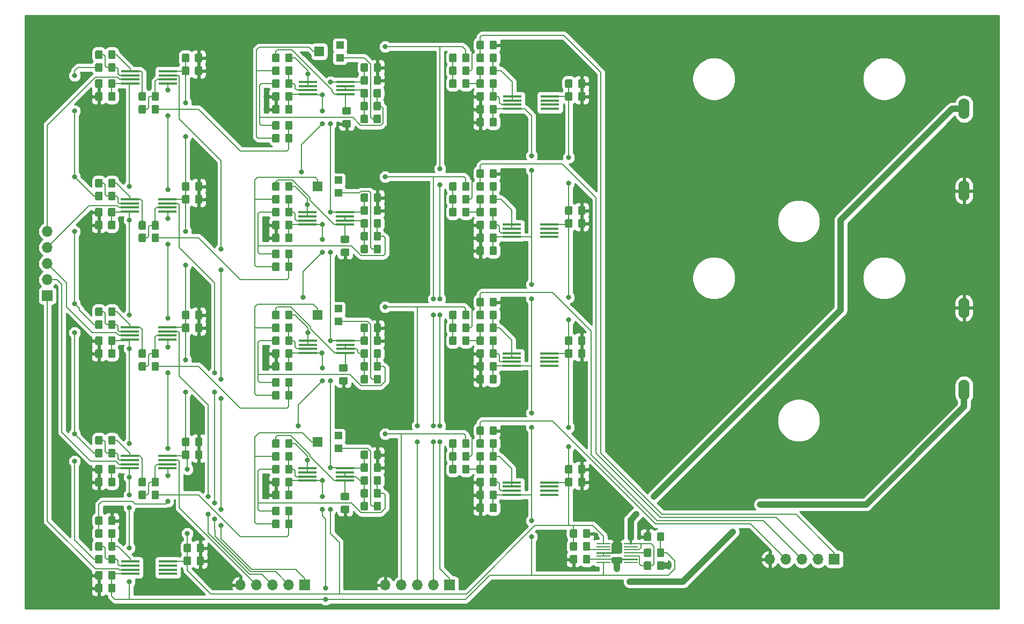
<source format=gbr>
G04 #@! TF.GenerationSoftware,KiCad,Pcbnew,(5.1.5)-3*
G04 #@! TF.CreationDate,2020-08-20T20:48:58-04:00*
G04 #@! TF.ProjectId,carte_v1,63617274-655f-4763-912e-6b696361645f,rev?*
G04 #@! TF.SameCoordinates,Original*
G04 #@! TF.FileFunction,Copper,L1,Top*
G04 #@! TF.FilePolarity,Positive*
%FSLAX46Y46*%
G04 Gerber Fmt 4.6, Leading zero omitted, Abs format (unit mm)*
G04 Created by KiCad (PCBNEW (5.1.5)-3) date 2020-08-20 20:48:58*
%MOMM*%
%LPD*%
G04 APERTURE LIST*
%ADD10C,0.100000*%
%ADD11R,2.200000X0.250000*%
%ADD12O,1.750000X3.300000*%
%ADD13R,1.700000X1.700000*%
%ADD14O,1.700000X1.700000*%
%ADD15R,1.500000X1.600000*%
%ADD16R,1.200000X1.200000*%
%ADD17R,3.000000X0.450000*%
%ADD18C,0.800000*%
%ADD19C,0.200000*%
%ADD20C,1.000000*%
%ADD21C,0.300000*%
%ADD22C,0.254000*%
G04 APERTURE END LIST*
G04 #@! TA.AperFunction,SMDPad,CuDef*
D10*
G36*
X179645000Y-128904301D02*
G01*
X179657267Y-128904301D01*
X179681683Y-128906706D01*
X179705745Y-128911492D01*
X179729222Y-128918614D01*
X179751889Y-128928003D01*
X179773526Y-128939568D01*
X179793925Y-128953198D01*
X179812890Y-128968762D01*
X179830238Y-128986110D01*
X179845802Y-129005075D01*
X179859432Y-129025474D01*
X179870997Y-129047111D01*
X179880386Y-129069778D01*
X179887508Y-129093255D01*
X179892294Y-129117317D01*
X179894699Y-129141733D01*
X179894699Y-129154000D01*
X179895000Y-129154000D01*
X179895000Y-130434000D01*
X179894699Y-130434000D01*
X179894699Y-130446267D01*
X179892294Y-130470683D01*
X179887508Y-130494745D01*
X179880386Y-130518222D01*
X179870997Y-130540889D01*
X179859432Y-130562526D01*
X179845802Y-130582925D01*
X179830238Y-130601890D01*
X179812890Y-130619238D01*
X179793925Y-130634802D01*
X179773526Y-130648432D01*
X179751889Y-130659997D01*
X179729222Y-130669386D01*
X179705745Y-130676508D01*
X179681683Y-130681294D01*
X179657267Y-130683699D01*
X179645000Y-130683699D01*
X179645000Y-130684000D01*
X178290000Y-130684000D01*
X178190000Y-130709000D01*
X175820000Y-130709000D01*
X175820000Y-130459000D01*
X177994500Y-130459000D01*
X177994510Y-130458902D01*
X177994538Y-130458809D01*
X177994584Y-130458722D01*
X177994646Y-130458646D01*
X177994722Y-130458584D01*
X177994809Y-130458538D01*
X177994950Y-130458502D01*
X178044903Y-130453507D01*
X178092801Y-130438539D01*
X178134723Y-130415581D01*
X178172642Y-130384647D01*
X178203579Y-130345727D01*
X178225536Y-130304807D01*
X178239508Y-130257901D01*
X178244503Y-130208949D01*
X178244522Y-130208853D01*
X178244560Y-130208763D01*
X178244615Y-130208681D01*
X178244684Y-130208612D01*
X178244766Y-130208558D01*
X178244857Y-130208521D01*
X178244953Y-130208502D01*
X178245000Y-130208502D01*
X178245000Y-129154000D01*
X178495000Y-128904000D01*
X179645000Y-128904000D01*
X179645000Y-128904301D01*
G37*
G04 #@! TD.AperFunction*
G04 #@! TA.AperFunction,SMDPad,CuDef*
G36*
X179645000Y-131194301D02*
G01*
X179657267Y-131194301D01*
X179681683Y-131196706D01*
X179705745Y-131201492D01*
X179729222Y-131208614D01*
X179751889Y-131218003D01*
X179773526Y-131229568D01*
X179793925Y-131243198D01*
X179812890Y-131258762D01*
X179830238Y-131276110D01*
X179845802Y-131295075D01*
X179859432Y-131315474D01*
X179870997Y-131337111D01*
X179880386Y-131359778D01*
X179887508Y-131383255D01*
X179892294Y-131407317D01*
X179894699Y-131431733D01*
X179894699Y-131444000D01*
X179895000Y-131444000D01*
X179895000Y-131459000D01*
X182320000Y-131459000D01*
X182320000Y-131709000D01*
X179895000Y-131709000D01*
X179895000Y-132014000D01*
X179894699Y-132014000D01*
X179894699Y-132026267D01*
X179892294Y-132050683D01*
X179887508Y-132074745D01*
X179880386Y-132098222D01*
X179870997Y-132120889D01*
X179859432Y-132142526D01*
X179845802Y-132162925D01*
X179830238Y-132181890D01*
X179812890Y-132199238D01*
X179793925Y-132214802D01*
X179773526Y-132228432D01*
X179751889Y-132239997D01*
X179729222Y-132249386D01*
X179705745Y-132256508D01*
X179681683Y-132261294D01*
X179657267Y-132263699D01*
X179645000Y-132263699D01*
X179645000Y-132264000D01*
X178495000Y-132264000D01*
X178495000Y-132263699D01*
X178482733Y-132263699D01*
X178458317Y-132261294D01*
X178434255Y-132256508D01*
X178410778Y-132249386D01*
X178388111Y-132239997D01*
X178366474Y-132228432D01*
X178346075Y-132214802D01*
X178327110Y-132199238D01*
X178309762Y-132181890D01*
X178294198Y-132162925D01*
X178280568Y-132142526D01*
X178269003Y-132120889D01*
X178259614Y-132098222D01*
X178252492Y-132074745D01*
X178247706Y-132050683D01*
X178245301Y-132026267D01*
X178245301Y-132014000D01*
X178245000Y-132014000D01*
X178245000Y-131444000D01*
X178245301Y-131444000D01*
X178245301Y-131431733D01*
X178247706Y-131407317D01*
X178252492Y-131383255D01*
X178259614Y-131359778D01*
X178269003Y-131337111D01*
X178280568Y-131315474D01*
X178294198Y-131295075D01*
X178309762Y-131276110D01*
X178327110Y-131258762D01*
X178346075Y-131243198D01*
X178366474Y-131229568D01*
X178388111Y-131218003D01*
X178410778Y-131208614D01*
X178434255Y-131201492D01*
X178458317Y-131196706D01*
X178482733Y-131194301D01*
X178495000Y-131194301D01*
X178495000Y-131194000D01*
X179645000Y-131194000D01*
X179645000Y-131194301D01*
G37*
G04 #@! TD.AperFunction*
D11*
X176920000Y-129084000D03*
X176920000Y-129584000D03*
X176920000Y-130084000D03*
X176920000Y-131084000D03*
X176920000Y-131584000D03*
X176920000Y-132084000D03*
X181220000Y-132084000D03*
X181220000Y-131084000D03*
X181220000Y-130584000D03*
X181220000Y-130084000D03*
X181220000Y-129584000D03*
X181220000Y-129084000D03*
D12*
X233856001Y-73342001D03*
X233856001Y-60392001D03*
X233854000Y-91862000D03*
X233854000Y-104812000D03*
G04 #@! TA.AperFunction,SMDPad,CuDef*
D10*
G36*
X113651505Y-129095204D02*
G01*
X113675773Y-129098804D01*
X113699572Y-129104765D01*
X113722671Y-129113030D01*
X113744850Y-129123520D01*
X113765893Y-129136132D01*
X113785599Y-129150747D01*
X113803777Y-129167223D01*
X113820253Y-129185401D01*
X113834868Y-129205107D01*
X113847480Y-129226150D01*
X113857970Y-129248329D01*
X113866235Y-129271428D01*
X113872196Y-129295227D01*
X113875796Y-129319495D01*
X113877000Y-129343999D01*
X113877000Y-130244001D01*
X113875796Y-130268505D01*
X113872196Y-130292773D01*
X113866235Y-130316572D01*
X113857970Y-130339671D01*
X113847480Y-130361850D01*
X113834868Y-130382893D01*
X113820253Y-130402599D01*
X113803777Y-130420777D01*
X113785599Y-130437253D01*
X113765893Y-130451868D01*
X113744850Y-130464480D01*
X113722671Y-130474970D01*
X113699572Y-130483235D01*
X113675773Y-130489196D01*
X113651505Y-130492796D01*
X113627001Y-130494000D01*
X112976999Y-130494000D01*
X112952495Y-130492796D01*
X112928227Y-130489196D01*
X112904428Y-130483235D01*
X112881329Y-130474970D01*
X112859150Y-130464480D01*
X112838107Y-130451868D01*
X112818401Y-130437253D01*
X112800223Y-130420777D01*
X112783747Y-130402599D01*
X112769132Y-130382893D01*
X112756520Y-130361850D01*
X112746030Y-130339671D01*
X112737765Y-130316572D01*
X112731804Y-130292773D01*
X112728204Y-130268505D01*
X112727000Y-130244001D01*
X112727000Y-129343999D01*
X112728204Y-129319495D01*
X112731804Y-129295227D01*
X112737765Y-129271428D01*
X112746030Y-129248329D01*
X112756520Y-129226150D01*
X112769132Y-129205107D01*
X112783747Y-129185401D01*
X112800223Y-129167223D01*
X112818401Y-129150747D01*
X112838107Y-129136132D01*
X112859150Y-129123520D01*
X112881329Y-129113030D01*
X112904428Y-129104765D01*
X112928227Y-129098804D01*
X112952495Y-129095204D01*
X112976999Y-129094000D01*
X113627001Y-129094000D01*
X113651505Y-129095204D01*
G37*
G04 #@! TD.AperFunction*
G04 #@! TA.AperFunction,SMDPad,CuDef*
G36*
X111601505Y-129095204D02*
G01*
X111625773Y-129098804D01*
X111649572Y-129104765D01*
X111672671Y-129113030D01*
X111694850Y-129123520D01*
X111715893Y-129136132D01*
X111735599Y-129150747D01*
X111753777Y-129167223D01*
X111770253Y-129185401D01*
X111784868Y-129205107D01*
X111797480Y-129226150D01*
X111807970Y-129248329D01*
X111816235Y-129271428D01*
X111822196Y-129295227D01*
X111825796Y-129319495D01*
X111827000Y-129343999D01*
X111827000Y-130244001D01*
X111825796Y-130268505D01*
X111822196Y-130292773D01*
X111816235Y-130316572D01*
X111807970Y-130339671D01*
X111797480Y-130361850D01*
X111784868Y-130382893D01*
X111770253Y-130402599D01*
X111753777Y-130420777D01*
X111735599Y-130437253D01*
X111715893Y-130451868D01*
X111694850Y-130464480D01*
X111672671Y-130474970D01*
X111649572Y-130483235D01*
X111625773Y-130489196D01*
X111601505Y-130492796D01*
X111577001Y-130494000D01*
X110926999Y-130494000D01*
X110902495Y-130492796D01*
X110878227Y-130489196D01*
X110854428Y-130483235D01*
X110831329Y-130474970D01*
X110809150Y-130464480D01*
X110788107Y-130451868D01*
X110768401Y-130437253D01*
X110750223Y-130420777D01*
X110733747Y-130402599D01*
X110719132Y-130382893D01*
X110706520Y-130361850D01*
X110696030Y-130339671D01*
X110687765Y-130316572D01*
X110681804Y-130292773D01*
X110678204Y-130268505D01*
X110677000Y-130244001D01*
X110677000Y-129343999D01*
X110678204Y-129319495D01*
X110681804Y-129295227D01*
X110687765Y-129271428D01*
X110696030Y-129248329D01*
X110706520Y-129226150D01*
X110719132Y-129205107D01*
X110733747Y-129185401D01*
X110750223Y-129167223D01*
X110768401Y-129150747D01*
X110788107Y-129136132D01*
X110809150Y-129123520D01*
X110831329Y-129113030D01*
X110854428Y-129104765D01*
X110878227Y-129098804D01*
X110902495Y-129095204D01*
X110926999Y-129094000D01*
X111577001Y-129094000D01*
X111601505Y-129095204D01*
G37*
G04 #@! TD.AperFunction*
G04 #@! TA.AperFunction,SMDPad,CuDef*
G36*
X111592505Y-131127204D02*
G01*
X111616773Y-131130804D01*
X111640572Y-131136765D01*
X111663671Y-131145030D01*
X111685850Y-131155520D01*
X111706893Y-131168132D01*
X111726599Y-131182747D01*
X111744777Y-131199223D01*
X111761253Y-131217401D01*
X111775868Y-131237107D01*
X111788480Y-131258150D01*
X111798970Y-131280329D01*
X111807235Y-131303428D01*
X111813196Y-131327227D01*
X111816796Y-131351495D01*
X111818000Y-131375999D01*
X111818000Y-132276001D01*
X111816796Y-132300505D01*
X111813196Y-132324773D01*
X111807235Y-132348572D01*
X111798970Y-132371671D01*
X111788480Y-132393850D01*
X111775868Y-132414893D01*
X111761253Y-132434599D01*
X111744777Y-132452777D01*
X111726599Y-132469253D01*
X111706893Y-132483868D01*
X111685850Y-132496480D01*
X111663671Y-132506970D01*
X111640572Y-132515235D01*
X111616773Y-132521196D01*
X111592505Y-132524796D01*
X111568001Y-132526000D01*
X110917999Y-132526000D01*
X110893495Y-132524796D01*
X110869227Y-132521196D01*
X110845428Y-132515235D01*
X110822329Y-132506970D01*
X110800150Y-132496480D01*
X110779107Y-132483868D01*
X110759401Y-132469253D01*
X110741223Y-132452777D01*
X110724747Y-132434599D01*
X110710132Y-132414893D01*
X110697520Y-132393850D01*
X110687030Y-132371671D01*
X110678765Y-132348572D01*
X110672804Y-132324773D01*
X110669204Y-132300505D01*
X110668000Y-132276001D01*
X110668000Y-131375999D01*
X110669204Y-131351495D01*
X110672804Y-131327227D01*
X110678765Y-131303428D01*
X110687030Y-131280329D01*
X110697520Y-131258150D01*
X110710132Y-131237107D01*
X110724747Y-131217401D01*
X110741223Y-131199223D01*
X110759401Y-131182747D01*
X110779107Y-131168132D01*
X110800150Y-131155520D01*
X110822329Y-131145030D01*
X110845428Y-131136765D01*
X110869227Y-131130804D01*
X110893495Y-131127204D01*
X110917999Y-131126000D01*
X111568001Y-131126000D01*
X111592505Y-131127204D01*
G37*
G04 #@! TD.AperFunction*
G04 #@! TA.AperFunction,SMDPad,CuDef*
G36*
X113642505Y-131127204D02*
G01*
X113666773Y-131130804D01*
X113690572Y-131136765D01*
X113713671Y-131145030D01*
X113735850Y-131155520D01*
X113756893Y-131168132D01*
X113776599Y-131182747D01*
X113794777Y-131199223D01*
X113811253Y-131217401D01*
X113825868Y-131237107D01*
X113838480Y-131258150D01*
X113848970Y-131280329D01*
X113857235Y-131303428D01*
X113863196Y-131327227D01*
X113866796Y-131351495D01*
X113868000Y-131375999D01*
X113868000Y-132276001D01*
X113866796Y-132300505D01*
X113863196Y-132324773D01*
X113857235Y-132348572D01*
X113848970Y-132371671D01*
X113838480Y-132393850D01*
X113825868Y-132414893D01*
X113811253Y-132434599D01*
X113794777Y-132452777D01*
X113776599Y-132469253D01*
X113756893Y-132483868D01*
X113735850Y-132496480D01*
X113713671Y-132506970D01*
X113690572Y-132515235D01*
X113666773Y-132521196D01*
X113642505Y-132524796D01*
X113618001Y-132526000D01*
X112967999Y-132526000D01*
X112943495Y-132524796D01*
X112919227Y-132521196D01*
X112895428Y-132515235D01*
X112872329Y-132506970D01*
X112850150Y-132496480D01*
X112829107Y-132483868D01*
X112809401Y-132469253D01*
X112791223Y-132452777D01*
X112774747Y-132434599D01*
X112760132Y-132414893D01*
X112747520Y-132393850D01*
X112737030Y-132371671D01*
X112728765Y-132348572D01*
X112722804Y-132324773D01*
X112719204Y-132300505D01*
X112718000Y-132276001D01*
X112718000Y-131375999D01*
X112719204Y-131351495D01*
X112722804Y-131327227D01*
X112728765Y-131303428D01*
X112737030Y-131280329D01*
X112747520Y-131258150D01*
X112760132Y-131237107D01*
X112774747Y-131217401D01*
X112791223Y-131199223D01*
X112809401Y-131182747D01*
X112829107Y-131168132D01*
X112850150Y-131155520D01*
X112872329Y-131145030D01*
X112895428Y-131136765D01*
X112919227Y-131130804D01*
X112943495Y-131127204D01*
X112967999Y-131126000D01*
X113618001Y-131126000D01*
X113642505Y-131127204D01*
G37*
G04 #@! TD.AperFunction*
G04 #@! TA.AperFunction,SMDPad,CuDef*
G36*
X97631505Y-133413204D02*
G01*
X97655773Y-133416804D01*
X97679572Y-133422765D01*
X97702671Y-133431030D01*
X97724850Y-133441520D01*
X97745893Y-133454132D01*
X97765599Y-133468747D01*
X97783777Y-133485223D01*
X97800253Y-133503401D01*
X97814868Y-133523107D01*
X97827480Y-133544150D01*
X97837970Y-133566329D01*
X97846235Y-133589428D01*
X97852196Y-133613227D01*
X97855796Y-133637495D01*
X97857000Y-133661999D01*
X97857000Y-134562001D01*
X97855796Y-134586505D01*
X97852196Y-134610773D01*
X97846235Y-134634572D01*
X97837970Y-134657671D01*
X97827480Y-134679850D01*
X97814868Y-134700893D01*
X97800253Y-134720599D01*
X97783777Y-134738777D01*
X97765599Y-134755253D01*
X97745893Y-134769868D01*
X97724850Y-134782480D01*
X97702671Y-134792970D01*
X97679572Y-134801235D01*
X97655773Y-134807196D01*
X97631505Y-134810796D01*
X97607001Y-134812000D01*
X96956999Y-134812000D01*
X96932495Y-134810796D01*
X96908227Y-134807196D01*
X96884428Y-134801235D01*
X96861329Y-134792970D01*
X96839150Y-134782480D01*
X96818107Y-134769868D01*
X96798401Y-134755253D01*
X96780223Y-134738777D01*
X96763747Y-134720599D01*
X96749132Y-134700893D01*
X96736520Y-134679850D01*
X96726030Y-134657671D01*
X96717765Y-134634572D01*
X96711804Y-134610773D01*
X96708204Y-134586505D01*
X96707000Y-134562001D01*
X96707000Y-133661999D01*
X96708204Y-133637495D01*
X96711804Y-133613227D01*
X96717765Y-133589428D01*
X96726030Y-133566329D01*
X96736520Y-133544150D01*
X96749132Y-133523107D01*
X96763747Y-133503401D01*
X96780223Y-133485223D01*
X96798401Y-133468747D01*
X96818107Y-133454132D01*
X96839150Y-133441520D01*
X96861329Y-133431030D01*
X96884428Y-133422765D01*
X96908227Y-133416804D01*
X96932495Y-133413204D01*
X96956999Y-133412000D01*
X97607001Y-133412000D01*
X97631505Y-133413204D01*
G37*
G04 #@! TD.AperFunction*
G04 #@! TA.AperFunction,SMDPad,CuDef*
G36*
X99681505Y-133413204D02*
G01*
X99705773Y-133416804D01*
X99729572Y-133422765D01*
X99752671Y-133431030D01*
X99774850Y-133441520D01*
X99795893Y-133454132D01*
X99815599Y-133468747D01*
X99833777Y-133485223D01*
X99850253Y-133503401D01*
X99864868Y-133523107D01*
X99877480Y-133544150D01*
X99887970Y-133566329D01*
X99896235Y-133589428D01*
X99902196Y-133613227D01*
X99905796Y-133637495D01*
X99907000Y-133661999D01*
X99907000Y-134562001D01*
X99905796Y-134586505D01*
X99902196Y-134610773D01*
X99896235Y-134634572D01*
X99887970Y-134657671D01*
X99877480Y-134679850D01*
X99864868Y-134700893D01*
X99850253Y-134720599D01*
X99833777Y-134738777D01*
X99815599Y-134755253D01*
X99795893Y-134769868D01*
X99774850Y-134782480D01*
X99752671Y-134792970D01*
X99729572Y-134801235D01*
X99705773Y-134807196D01*
X99681505Y-134810796D01*
X99657001Y-134812000D01*
X99006999Y-134812000D01*
X98982495Y-134810796D01*
X98958227Y-134807196D01*
X98934428Y-134801235D01*
X98911329Y-134792970D01*
X98889150Y-134782480D01*
X98868107Y-134769868D01*
X98848401Y-134755253D01*
X98830223Y-134738777D01*
X98813747Y-134720599D01*
X98799132Y-134700893D01*
X98786520Y-134679850D01*
X98776030Y-134657671D01*
X98767765Y-134634572D01*
X98761804Y-134610773D01*
X98758204Y-134586505D01*
X98757000Y-134562001D01*
X98757000Y-133661999D01*
X98758204Y-133637495D01*
X98761804Y-133613227D01*
X98767765Y-133589428D01*
X98776030Y-133566329D01*
X98786520Y-133544150D01*
X98799132Y-133523107D01*
X98813747Y-133503401D01*
X98830223Y-133485223D01*
X98848401Y-133468747D01*
X98868107Y-133454132D01*
X98889150Y-133441520D01*
X98911329Y-133431030D01*
X98934428Y-133422765D01*
X98958227Y-133416804D01*
X98982495Y-133413204D01*
X99006999Y-133412000D01*
X99657001Y-133412000D01*
X99681505Y-133413204D01*
G37*
G04 #@! TD.AperFunction*
G04 #@! TA.AperFunction,SMDPad,CuDef*
G36*
X99681505Y-135445204D02*
G01*
X99705773Y-135448804D01*
X99729572Y-135454765D01*
X99752671Y-135463030D01*
X99774850Y-135473520D01*
X99795893Y-135486132D01*
X99815599Y-135500747D01*
X99833777Y-135517223D01*
X99850253Y-135535401D01*
X99864868Y-135555107D01*
X99877480Y-135576150D01*
X99887970Y-135598329D01*
X99896235Y-135621428D01*
X99902196Y-135645227D01*
X99905796Y-135669495D01*
X99907000Y-135693999D01*
X99907000Y-136594001D01*
X99905796Y-136618505D01*
X99902196Y-136642773D01*
X99896235Y-136666572D01*
X99887970Y-136689671D01*
X99877480Y-136711850D01*
X99864868Y-136732893D01*
X99850253Y-136752599D01*
X99833777Y-136770777D01*
X99815599Y-136787253D01*
X99795893Y-136801868D01*
X99774850Y-136814480D01*
X99752671Y-136824970D01*
X99729572Y-136833235D01*
X99705773Y-136839196D01*
X99681505Y-136842796D01*
X99657001Y-136844000D01*
X99006999Y-136844000D01*
X98982495Y-136842796D01*
X98958227Y-136839196D01*
X98934428Y-136833235D01*
X98911329Y-136824970D01*
X98889150Y-136814480D01*
X98868107Y-136801868D01*
X98848401Y-136787253D01*
X98830223Y-136770777D01*
X98813747Y-136752599D01*
X98799132Y-136732893D01*
X98786520Y-136711850D01*
X98776030Y-136689671D01*
X98767765Y-136666572D01*
X98761804Y-136642773D01*
X98758204Y-136618505D01*
X98757000Y-136594001D01*
X98757000Y-135693999D01*
X98758204Y-135669495D01*
X98761804Y-135645227D01*
X98767765Y-135621428D01*
X98776030Y-135598329D01*
X98786520Y-135576150D01*
X98799132Y-135555107D01*
X98813747Y-135535401D01*
X98830223Y-135517223D01*
X98848401Y-135500747D01*
X98868107Y-135486132D01*
X98889150Y-135473520D01*
X98911329Y-135463030D01*
X98934428Y-135454765D01*
X98958227Y-135448804D01*
X98982495Y-135445204D01*
X99006999Y-135444000D01*
X99657001Y-135444000D01*
X99681505Y-135445204D01*
G37*
G04 #@! TD.AperFunction*
G04 #@! TA.AperFunction,SMDPad,CuDef*
G36*
X97631505Y-135445204D02*
G01*
X97655773Y-135448804D01*
X97679572Y-135454765D01*
X97702671Y-135463030D01*
X97724850Y-135473520D01*
X97745893Y-135486132D01*
X97765599Y-135500747D01*
X97783777Y-135517223D01*
X97800253Y-135535401D01*
X97814868Y-135555107D01*
X97827480Y-135576150D01*
X97837970Y-135598329D01*
X97846235Y-135621428D01*
X97852196Y-135645227D01*
X97855796Y-135669495D01*
X97857000Y-135693999D01*
X97857000Y-136594001D01*
X97855796Y-136618505D01*
X97852196Y-136642773D01*
X97846235Y-136666572D01*
X97837970Y-136689671D01*
X97827480Y-136711850D01*
X97814868Y-136732893D01*
X97800253Y-136752599D01*
X97783777Y-136770777D01*
X97765599Y-136787253D01*
X97745893Y-136801868D01*
X97724850Y-136814480D01*
X97702671Y-136824970D01*
X97679572Y-136833235D01*
X97655773Y-136839196D01*
X97631505Y-136842796D01*
X97607001Y-136844000D01*
X96956999Y-136844000D01*
X96932495Y-136842796D01*
X96908227Y-136839196D01*
X96884428Y-136833235D01*
X96861329Y-136824970D01*
X96839150Y-136814480D01*
X96818107Y-136801868D01*
X96798401Y-136787253D01*
X96780223Y-136770777D01*
X96763747Y-136752599D01*
X96749132Y-136732893D01*
X96736520Y-136711850D01*
X96726030Y-136689671D01*
X96717765Y-136666572D01*
X96711804Y-136642773D01*
X96708204Y-136618505D01*
X96707000Y-136594001D01*
X96707000Y-135693999D01*
X96708204Y-135669495D01*
X96711804Y-135645227D01*
X96717765Y-135621428D01*
X96726030Y-135598329D01*
X96736520Y-135576150D01*
X96749132Y-135555107D01*
X96763747Y-135535401D01*
X96780223Y-135517223D01*
X96798401Y-135500747D01*
X96818107Y-135486132D01*
X96839150Y-135473520D01*
X96861329Y-135463030D01*
X96884428Y-135454765D01*
X96908227Y-135448804D01*
X96932495Y-135445204D01*
X96956999Y-135444000D01*
X97607001Y-135444000D01*
X97631505Y-135445204D01*
G37*
G04 #@! TD.AperFunction*
G04 #@! TA.AperFunction,SMDPad,CuDef*
G36*
X184245505Y-131889204D02*
G01*
X184269773Y-131892804D01*
X184293572Y-131898765D01*
X184316671Y-131907030D01*
X184338850Y-131917520D01*
X184359893Y-131930132D01*
X184379599Y-131944747D01*
X184397777Y-131961223D01*
X184414253Y-131979401D01*
X184428868Y-131999107D01*
X184441480Y-132020150D01*
X184451970Y-132042329D01*
X184460235Y-132065428D01*
X184466196Y-132089227D01*
X184469796Y-132113495D01*
X184471000Y-132137999D01*
X184471000Y-133038001D01*
X184469796Y-133062505D01*
X184466196Y-133086773D01*
X184460235Y-133110572D01*
X184451970Y-133133671D01*
X184441480Y-133155850D01*
X184428868Y-133176893D01*
X184414253Y-133196599D01*
X184397777Y-133214777D01*
X184379599Y-133231253D01*
X184359893Y-133245868D01*
X184338850Y-133258480D01*
X184316671Y-133268970D01*
X184293572Y-133277235D01*
X184269773Y-133283196D01*
X184245505Y-133286796D01*
X184221001Y-133288000D01*
X183570999Y-133288000D01*
X183546495Y-133286796D01*
X183522227Y-133283196D01*
X183498428Y-133277235D01*
X183475329Y-133268970D01*
X183453150Y-133258480D01*
X183432107Y-133245868D01*
X183412401Y-133231253D01*
X183394223Y-133214777D01*
X183377747Y-133196599D01*
X183363132Y-133176893D01*
X183350520Y-133155850D01*
X183340030Y-133133671D01*
X183331765Y-133110572D01*
X183325804Y-133086773D01*
X183322204Y-133062505D01*
X183321000Y-133038001D01*
X183321000Y-132137999D01*
X183322204Y-132113495D01*
X183325804Y-132089227D01*
X183331765Y-132065428D01*
X183340030Y-132042329D01*
X183350520Y-132020150D01*
X183363132Y-131999107D01*
X183377747Y-131979401D01*
X183394223Y-131961223D01*
X183412401Y-131944747D01*
X183432107Y-131930132D01*
X183453150Y-131917520D01*
X183475329Y-131907030D01*
X183498428Y-131898765D01*
X183522227Y-131892804D01*
X183546495Y-131889204D01*
X183570999Y-131888000D01*
X184221001Y-131888000D01*
X184245505Y-131889204D01*
G37*
G04 #@! TD.AperFunction*
G04 #@! TA.AperFunction,SMDPad,CuDef*
G36*
X186295505Y-131889204D02*
G01*
X186319773Y-131892804D01*
X186343572Y-131898765D01*
X186366671Y-131907030D01*
X186388850Y-131917520D01*
X186409893Y-131930132D01*
X186429599Y-131944747D01*
X186447777Y-131961223D01*
X186464253Y-131979401D01*
X186478868Y-131999107D01*
X186491480Y-132020150D01*
X186501970Y-132042329D01*
X186510235Y-132065428D01*
X186516196Y-132089227D01*
X186519796Y-132113495D01*
X186521000Y-132137999D01*
X186521000Y-133038001D01*
X186519796Y-133062505D01*
X186516196Y-133086773D01*
X186510235Y-133110572D01*
X186501970Y-133133671D01*
X186491480Y-133155850D01*
X186478868Y-133176893D01*
X186464253Y-133196599D01*
X186447777Y-133214777D01*
X186429599Y-133231253D01*
X186409893Y-133245868D01*
X186388850Y-133258480D01*
X186366671Y-133268970D01*
X186343572Y-133277235D01*
X186319773Y-133283196D01*
X186295505Y-133286796D01*
X186271001Y-133288000D01*
X185620999Y-133288000D01*
X185596495Y-133286796D01*
X185572227Y-133283196D01*
X185548428Y-133277235D01*
X185525329Y-133268970D01*
X185503150Y-133258480D01*
X185482107Y-133245868D01*
X185462401Y-133231253D01*
X185444223Y-133214777D01*
X185427747Y-133196599D01*
X185413132Y-133176893D01*
X185400520Y-133155850D01*
X185390030Y-133133671D01*
X185381765Y-133110572D01*
X185375804Y-133086773D01*
X185372204Y-133062505D01*
X185371000Y-133038001D01*
X185371000Y-132137999D01*
X185372204Y-132113495D01*
X185375804Y-132089227D01*
X185381765Y-132065428D01*
X185390030Y-132042329D01*
X185400520Y-132020150D01*
X185413132Y-131999107D01*
X185427747Y-131979401D01*
X185444223Y-131961223D01*
X185462401Y-131944747D01*
X185482107Y-131930132D01*
X185503150Y-131917520D01*
X185525329Y-131907030D01*
X185548428Y-131898765D01*
X185572227Y-131892804D01*
X185596495Y-131889204D01*
X185620999Y-131888000D01*
X186271001Y-131888000D01*
X186295505Y-131889204D01*
G37*
G04 #@! TD.AperFunction*
G04 #@! TA.AperFunction,SMDPad,CuDef*
G36*
X174611505Y-130873204D02*
G01*
X174635773Y-130876804D01*
X174659572Y-130882765D01*
X174682671Y-130891030D01*
X174704850Y-130901520D01*
X174725893Y-130914132D01*
X174745599Y-130928747D01*
X174763777Y-130945223D01*
X174780253Y-130963401D01*
X174794868Y-130983107D01*
X174807480Y-131004150D01*
X174817970Y-131026329D01*
X174826235Y-131049428D01*
X174832196Y-131073227D01*
X174835796Y-131097495D01*
X174837000Y-131121999D01*
X174837000Y-132022001D01*
X174835796Y-132046505D01*
X174832196Y-132070773D01*
X174826235Y-132094572D01*
X174817970Y-132117671D01*
X174807480Y-132139850D01*
X174794868Y-132160893D01*
X174780253Y-132180599D01*
X174763777Y-132198777D01*
X174745599Y-132215253D01*
X174725893Y-132229868D01*
X174704850Y-132242480D01*
X174682671Y-132252970D01*
X174659572Y-132261235D01*
X174635773Y-132267196D01*
X174611505Y-132270796D01*
X174587001Y-132272000D01*
X173936999Y-132272000D01*
X173912495Y-132270796D01*
X173888227Y-132267196D01*
X173864428Y-132261235D01*
X173841329Y-132252970D01*
X173819150Y-132242480D01*
X173798107Y-132229868D01*
X173778401Y-132215253D01*
X173760223Y-132198777D01*
X173743747Y-132180599D01*
X173729132Y-132160893D01*
X173716520Y-132139850D01*
X173706030Y-132117671D01*
X173697765Y-132094572D01*
X173691804Y-132070773D01*
X173688204Y-132046505D01*
X173687000Y-132022001D01*
X173687000Y-131121999D01*
X173688204Y-131097495D01*
X173691804Y-131073227D01*
X173697765Y-131049428D01*
X173706030Y-131026329D01*
X173716520Y-131004150D01*
X173729132Y-130983107D01*
X173743747Y-130963401D01*
X173760223Y-130945223D01*
X173778401Y-130928747D01*
X173798107Y-130914132D01*
X173819150Y-130901520D01*
X173841329Y-130891030D01*
X173864428Y-130882765D01*
X173888227Y-130876804D01*
X173912495Y-130873204D01*
X173936999Y-130872000D01*
X174587001Y-130872000D01*
X174611505Y-130873204D01*
G37*
G04 #@! TD.AperFunction*
G04 #@! TA.AperFunction,SMDPad,CuDef*
G36*
X172561505Y-130873204D02*
G01*
X172585773Y-130876804D01*
X172609572Y-130882765D01*
X172632671Y-130891030D01*
X172654850Y-130901520D01*
X172675893Y-130914132D01*
X172695599Y-130928747D01*
X172713777Y-130945223D01*
X172730253Y-130963401D01*
X172744868Y-130983107D01*
X172757480Y-131004150D01*
X172767970Y-131026329D01*
X172776235Y-131049428D01*
X172782196Y-131073227D01*
X172785796Y-131097495D01*
X172787000Y-131121999D01*
X172787000Y-132022001D01*
X172785796Y-132046505D01*
X172782196Y-132070773D01*
X172776235Y-132094572D01*
X172767970Y-132117671D01*
X172757480Y-132139850D01*
X172744868Y-132160893D01*
X172730253Y-132180599D01*
X172713777Y-132198777D01*
X172695599Y-132215253D01*
X172675893Y-132229868D01*
X172654850Y-132242480D01*
X172632671Y-132252970D01*
X172609572Y-132261235D01*
X172585773Y-132267196D01*
X172561505Y-132270796D01*
X172537001Y-132272000D01*
X171886999Y-132272000D01*
X171862495Y-132270796D01*
X171838227Y-132267196D01*
X171814428Y-132261235D01*
X171791329Y-132252970D01*
X171769150Y-132242480D01*
X171748107Y-132229868D01*
X171728401Y-132215253D01*
X171710223Y-132198777D01*
X171693747Y-132180599D01*
X171679132Y-132160893D01*
X171666520Y-132139850D01*
X171656030Y-132117671D01*
X171647765Y-132094572D01*
X171641804Y-132070773D01*
X171638204Y-132046505D01*
X171637000Y-132022001D01*
X171637000Y-131121999D01*
X171638204Y-131097495D01*
X171641804Y-131073227D01*
X171647765Y-131049428D01*
X171656030Y-131026329D01*
X171666520Y-131004150D01*
X171679132Y-130983107D01*
X171693747Y-130963401D01*
X171710223Y-130945223D01*
X171728401Y-130928747D01*
X171748107Y-130914132D01*
X171769150Y-130901520D01*
X171791329Y-130891030D01*
X171814428Y-130882765D01*
X171838227Y-130876804D01*
X171862495Y-130873204D01*
X171886999Y-130872000D01*
X172537001Y-130872000D01*
X172561505Y-130873204D01*
G37*
G04 #@! TD.AperFunction*
G04 #@! TA.AperFunction,SMDPad,CuDef*
G36*
X174611505Y-128841204D02*
G01*
X174635773Y-128844804D01*
X174659572Y-128850765D01*
X174682671Y-128859030D01*
X174704850Y-128869520D01*
X174725893Y-128882132D01*
X174745599Y-128896747D01*
X174763777Y-128913223D01*
X174780253Y-128931401D01*
X174794868Y-128951107D01*
X174807480Y-128972150D01*
X174817970Y-128994329D01*
X174826235Y-129017428D01*
X174832196Y-129041227D01*
X174835796Y-129065495D01*
X174837000Y-129089999D01*
X174837000Y-129990001D01*
X174835796Y-130014505D01*
X174832196Y-130038773D01*
X174826235Y-130062572D01*
X174817970Y-130085671D01*
X174807480Y-130107850D01*
X174794868Y-130128893D01*
X174780253Y-130148599D01*
X174763777Y-130166777D01*
X174745599Y-130183253D01*
X174725893Y-130197868D01*
X174704850Y-130210480D01*
X174682671Y-130220970D01*
X174659572Y-130229235D01*
X174635773Y-130235196D01*
X174611505Y-130238796D01*
X174587001Y-130240000D01*
X173936999Y-130240000D01*
X173912495Y-130238796D01*
X173888227Y-130235196D01*
X173864428Y-130229235D01*
X173841329Y-130220970D01*
X173819150Y-130210480D01*
X173798107Y-130197868D01*
X173778401Y-130183253D01*
X173760223Y-130166777D01*
X173743747Y-130148599D01*
X173729132Y-130128893D01*
X173716520Y-130107850D01*
X173706030Y-130085671D01*
X173697765Y-130062572D01*
X173691804Y-130038773D01*
X173688204Y-130014505D01*
X173687000Y-129990001D01*
X173687000Y-129089999D01*
X173688204Y-129065495D01*
X173691804Y-129041227D01*
X173697765Y-129017428D01*
X173706030Y-128994329D01*
X173716520Y-128972150D01*
X173729132Y-128951107D01*
X173743747Y-128931401D01*
X173760223Y-128913223D01*
X173778401Y-128896747D01*
X173798107Y-128882132D01*
X173819150Y-128869520D01*
X173841329Y-128859030D01*
X173864428Y-128850765D01*
X173888227Y-128844804D01*
X173912495Y-128841204D01*
X173936999Y-128840000D01*
X174587001Y-128840000D01*
X174611505Y-128841204D01*
G37*
G04 #@! TD.AperFunction*
G04 #@! TA.AperFunction,SMDPad,CuDef*
G36*
X172561505Y-128841204D02*
G01*
X172585773Y-128844804D01*
X172609572Y-128850765D01*
X172632671Y-128859030D01*
X172654850Y-128869520D01*
X172675893Y-128882132D01*
X172695599Y-128896747D01*
X172713777Y-128913223D01*
X172730253Y-128931401D01*
X172744868Y-128951107D01*
X172757480Y-128972150D01*
X172767970Y-128994329D01*
X172776235Y-129017428D01*
X172782196Y-129041227D01*
X172785796Y-129065495D01*
X172787000Y-129089999D01*
X172787000Y-129990001D01*
X172785796Y-130014505D01*
X172782196Y-130038773D01*
X172776235Y-130062572D01*
X172767970Y-130085671D01*
X172757480Y-130107850D01*
X172744868Y-130128893D01*
X172730253Y-130148599D01*
X172713777Y-130166777D01*
X172695599Y-130183253D01*
X172675893Y-130197868D01*
X172654850Y-130210480D01*
X172632671Y-130220970D01*
X172609572Y-130229235D01*
X172585773Y-130235196D01*
X172561505Y-130238796D01*
X172537001Y-130240000D01*
X171886999Y-130240000D01*
X171862495Y-130238796D01*
X171838227Y-130235196D01*
X171814428Y-130229235D01*
X171791329Y-130220970D01*
X171769150Y-130210480D01*
X171748107Y-130197868D01*
X171728401Y-130183253D01*
X171710223Y-130166777D01*
X171693747Y-130148599D01*
X171679132Y-130128893D01*
X171666520Y-130107850D01*
X171656030Y-130085671D01*
X171647765Y-130062572D01*
X171641804Y-130038773D01*
X171638204Y-130014505D01*
X171637000Y-129990001D01*
X171637000Y-129089999D01*
X171638204Y-129065495D01*
X171641804Y-129041227D01*
X171647765Y-129017428D01*
X171656030Y-128994329D01*
X171666520Y-128972150D01*
X171679132Y-128951107D01*
X171693747Y-128931401D01*
X171710223Y-128913223D01*
X171728401Y-128896747D01*
X171748107Y-128882132D01*
X171769150Y-128869520D01*
X171791329Y-128859030D01*
X171814428Y-128850765D01*
X171838227Y-128844804D01*
X171862495Y-128841204D01*
X171886999Y-128840000D01*
X172537001Y-128840000D01*
X172561505Y-128841204D01*
G37*
G04 #@! TD.AperFunction*
G04 #@! TA.AperFunction,SMDPad,CuDef*
G36*
X184245505Y-129857204D02*
G01*
X184269773Y-129860804D01*
X184293572Y-129866765D01*
X184316671Y-129875030D01*
X184338850Y-129885520D01*
X184359893Y-129898132D01*
X184379599Y-129912747D01*
X184397777Y-129929223D01*
X184414253Y-129947401D01*
X184428868Y-129967107D01*
X184441480Y-129988150D01*
X184451970Y-130010329D01*
X184460235Y-130033428D01*
X184466196Y-130057227D01*
X184469796Y-130081495D01*
X184471000Y-130105999D01*
X184471000Y-131006001D01*
X184469796Y-131030505D01*
X184466196Y-131054773D01*
X184460235Y-131078572D01*
X184451970Y-131101671D01*
X184441480Y-131123850D01*
X184428868Y-131144893D01*
X184414253Y-131164599D01*
X184397777Y-131182777D01*
X184379599Y-131199253D01*
X184359893Y-131213868D01*
X184338850Y-131226480D01*
X184316671Y-131236970D01*
X184293572Y-131245235D01*
X184269773Y-131251196D01*
X184245505Y-131254796D01*
X184221001Y-131256000D01*
X183570999Y-131256000D01*
X183546495Y-131254796D01*
X183522227Y-131251196D01*
X183498428Y-131245235D01*
X183475329Y-131236970D01*
X183453150Y-131226480D01*
X183432107Y-131213868D01*
X183412401Y-131199253D01*
X183394223Y-131182777D01*
X183377747Y-131164599D01*
X183363132Y-131144893D01*
X183350520Y-131123850D01*
X183340030Y-131101671D01*
X183331765Y-131078572D01*
X183325804Y-131054773D01*
X183322204Y-131030505D01*
X183321000Y-131006001D01*
X183321000Y-130105999D01*
X183322204Y-130081495D01*
X183325804Y-130057227D01*
X183331765Y-130033428D01*
X183340030Y-130010329D01*
X183350520Y-129988150D01*
X183363132Y-129967107D01*
X183377747Y-129947401D01*
X183394223Y-129929223D01*
X183412401Y-129912747D01*
X183432107Y-129898132D01*
X183453150Y-129885520D01*
X183475329Y-129875030D01*
X183498428Y-129866765D01*
X183522227Y-129860804D01*
X183546495Y-129857204D01*
X183570999Y-129856000D01*
X184221001Y-129856000D01*
X184245505Y-129857204D01*
G37*
G04 #@! TD.AperFunction*
G04 #@! TA.AperFunction,SMDPad,CuDef*
G36*
X186295505Y-129857204D02*
G01*
X186319773Y-129860804D01*
X186343572Y-129866765D01*
X186366671Y-129875030D01*
X186388850Y-129885520D01*
X186409893Y-129898132D01*
X186429599Y-129912747D01*
X186447777Y-129929223D01*
X186464253Y-129947401D01*
X186478868Y-129967107D01*
X186491480Y-129988150D01*
X186501970Y-130010329D01*
X186510235Y-130033428D01*
X186516196Y-130057227D01*
X186519796Y-130081495D01*
X186521000Y-130105999D01*
X186521000Y-131006001D01*
X186519796Y-131030505D01*
X186516196Y-131054773D01*
X186510235Y-131078572D01*
X186501970Y-131101671D01*
X186491480Y-131123850D01*
X186478868Y-131144893D01*
X186464253Y-131164599D01*
X186447777Y-131182777D01*
X186429599Y-131199253D01*
X186409893Y-131213868D01*
X186388850Y-131226480D01*
X186366671Y-131236970D01*
X186343572Y-131245235D01*
X186319773Y-131251196D01*
X186295505Y-131254796D01*
X186271001Y-131256000D01*
X185620999Y-131256000D01*
X185596495Y-131254796D01*
X185572227Y-131251196D01*
X185548428Y-131245235D01*
X185525329Y-131236970D01*
X185503150Y-131226480D01*
X185482107Y-131213868D01*
X185462401Y-131199253D01*
X185444223Y-131182777D01*
X185427747Y-131164599D01*
X185413132Y-131144893D01*
X185400520Y-131123850D01*
X185390030Y-131101671D01*
X185381765Y-131078572D01*
X185375804Y-131054773D01*
X185372204Y-131030505D01*
X185371000Y-131006001D01*
X185371000Y-130105999D01*
X185372204Y-130081495D01*
X185375804Y-130057227D01*
X185381765Y-130033428D01*
X185390030Y-130010329D01*
X185400520Y-129988150D01*
X185413132Y-129967107D01*
X185427747Y-129947401D01*
X185444223Y-129929223D01*
X185462401Y-129912747D01*
X185482107Y-129898132D01*
X185503150Y-129885520D01*
X185525329Y-129875030D01*
X185548428Y-129866765D01*
X185572227Y-129860804D01*
X185596495Y-129857204D01*
X185620999Y-129856000D01*
X186271001Y-129856000D01*
X186295505Y-129857204D01*
G37*
G04 #@! TD.AperFunction*
G04 #@! TA.AperFunction,SMDPad,CuDef*
G36*
X174611505Y-126809204D02*
G01*
X174635773Y-126812804D01*
X174659572Y-126818765D01*
X174682671Y-126827030D01*
X174704850Y-126837520D01*
X174725893Y-126850132D01*
X174745599Y-126864747D01*
X174763777Y-126881223D01*
X174780253Y-126899401D01*
X174794868Y-126919107D01*
X174807480Y-126940150D01*
X174817970Y-126962329D01*
X174826235Y-126985428D01*
X174832196Y-127009227D01*
X174835796Y-127033495D01*
X174837000Y-127057999D01*
X174837000Y-127958001D01*
X174835796Y-127982505D01*
X174832196Y-128006773D01*
X174826235Y-128030572D01*
X174817970Y-128053671D01*
X174807480Y-128075850D01*
X174794868Y-128096893D01*
X174780253Y-128116599D01*
X174763777Y-128134777D01*
X174745599Y-128151253D01*
X174725893Y-128165868D01*
X174704850Y-128178480D01*
X174682671Y-128188970D01*
X174659572Y-128197235D01*
X174635773Y-128203196D01*
X174611505Y-128206796D01*
X174587001Y-128208000D01*
X173936999Y-128208000D01*
X173912495Y-128206796D01*
X173888227Y-128203196D01*
X173864428Y-128197235D01*
X173841329Y-128188970D01*
X173819150Y-128178480D01*
X173798107Y-128165868D01*
X173778401Y-128151253D01*
X173760223Y-128134777D01*
X173743747Y-128116599D01*
X173729132Y-128096893D01*
X173716520Y-128075850D01*
X173706030Y-128053671D01*
X173697765Y-128030572D01*
X173691804Y-128006773D01*
X173688204Y-127982505D01*
X173687000Y-127958001D01*
X173687000Y-127057999D01*
X173688204Y-127033495D01*
X173691804Y-127009227D01*
X173697765Y-126985428D01*
X173706030Y-126962329D01*
X173716520Y-126940150D01*
X173729132Y-126919107D01*
X173743747Y-126899401D01*
X173760223Y-126881223D01*
X173778401Y-126864747D01*
X173798107Y-126850132D01*
X173819150Y-126837520D01*
X173841329Y-126827030D01*
X173864428Y-126818765D01*
X173888227Y-126812804D01*
X173912495Y-126809204D01*
X173936999Y-126808000D01*
X174587001Y-126808000D01*
X174611505Y-126809204D01*
G37*
G04 #@! TD.AperFunction*
G04 #@! TA.AperFunction,SMDPad,CuDef*
G36*
X172561505Y-126809204D02*
G01*
X172585773Y-126812804D01*
X172609572Y-126818765D01*
X172632671Y-126827030D01*
X172654850Y-126837520D01*
X172675893Y-126850132D01*
X172695599Y-126864747D01*
X172713777Y-126881223D01*
X172730253Y-126899401D01*
X172744868Y-126919107D01*
X172757480Y-126940150D01*
X172767970Y-126962329D01*
X172776235Y-126985428D01*
X172782196Y-127009227D01*
X172785796Y-127033495D01*
X172787000Y-127057999D01*
X172787000Y-127958001D01*
X172785796Y-127982505D01*
X172782196Y-128006773D01*
X172776235Y-128030572D01*
X172767970Y-128053671D01*
X172757480Y-128075850D01*
X172744868Y-128096893D01*
X172730253Y-128116599D01*
X172713777Y-128134777D01*
X172695599Y-128151253D01*
X172675893Y-128165868D01*
X172654850Y-128178480D01*
X172632671Y-128188970D01*
X172609572Y-128197235D01*
X172585773Y-128203196D01*
X172561505Y-128206796D01*
X172537001Y-128208000D01*
X171886999Y-128208000D01*
X171862495Y-128206796D01*
X171838227Y-128203196D01*
X171814428Y-128197235D01*
X171791329Y-128188970D01*
X171769150Y-128178480D01*
X171748107Y-128165868D01*
X171728401Y-128151253D01*
X171710223Y-128134777D01*
X171693747Y-128116599D01*
X171679132Y-128096893D01*
X171666520Y-128075850D01*
X171656030Y-128053671D01*
X171647765Y-128030572D01*
X171641804Y-128006773D01*
X171638204Y-127982505D01*
X171637000Y-127958001D01*
X171637000Y-127057999D01*
X171638204Y-127033495D01*
X171641804Y-127009227D01*
X171647765Y-126985428D01*
X171656030Y-126962329D01*
X171666520Y-126940150D01*
X171679132Y-126919107D01*
X171693747Y-126899401D01*
X171710223Y-126881223D01*
X171728401Y-126864747D01*
X171748107Y-126850132D01*
X171769150Y-126837520D01*
X171791329Y-126827030D01*
X171814428Y-126818765D01*
X171838227Y-126812804D01*
X171862495Y-126809204D01*
X171886999Y-126808000D01*
X172537001Y-126808000D01*
X172561505Y-126809204D01*
G37*
G04 #@! TD.AperFunction*
G04 #@! TA.AperFunction,SMDPad,CuDef*
G36*
X184245505Y-127317204D02*
G01*
X184269773Y-127320804D01*
X184293572Y-127326765D01*
X184316671Y-127335030D01*
X184338850Y-127345520D01*
X184359893Y-127358132D01*
X184379599Y-127372747D01*
X184397777Y-127389223D01*
X184414253Y-127407401D01*
X184428868Y-127427107D01*
X184441480Y-127448150D01*
X184451970Y-127470329D01*
X184460235Y-127493428D01*
X184466196Y-127517227D01*
X184469796Y-127541495D01*
X184471000Y-127565999D01*
X184471000Y-128466001D01*
X184469796Y-128490505D01*
X184466196Y-128514773D01*
X184460235Y-128538572D01*
X184451970Y-128561671D01*
X184441480Y-128583850D01*
X184428868Y-128604893D01*
X184414253Y-128624599D01*
X184397777Y-128642777D01*
X184379599Y-128659253D01*
X184359893Y-128673868D01*
X184338850Y-128686480D01*
X184316671Y-128696970D01*
X184293572Y-128705235D01*
X184269773Y-128711196D01*
X184245505Y-128714796D01*
X184221001Y-128716000D01*
X183570999Y-128716000D01*
X183546495Y-128714796D01*
X183522227Y-128711196D01*
X183498428Y-128705235D01*
X183475329Y-128696970D01*
X183453150Y-128686480D01*
X183432107Y-128673868D01*
X183412401Y-128659253D01*
X183394223Y-128642777D01*
X183377747Y-128624599D01*
X183363132Y-128604893D01*
X183350520Y-128583850D01*
X183340030Y-128561671D01*
X183331765Y-128538572D01*
X183325804Y-128514773D01*
X183322204Y-128490505D01*
X183321000Y-128466001D01*
X183321000Y-127565999D01*
X183322204Y-127541495D01*
X183325804Y-127517227D01*
X183331765Y-127493428D01*
X183340030Y-127470329D01*
X183350520Y-127448150D01*
X183363132Y-127427107D01*
X183377747Y-127407401D01*
X183394223Y-127389223D01*
X183412401Y-127372747D01*
X183432107Y-127358132D01*
X183453150Y-127345520D01*
X183475329Y-127335030D01*
X183498428Y-127326765D01*
X183522227Y-127320804D01*
X183546495Y-127317204D01*
X183570999Y-127316000D01*
X184221001Y-127316000D01*
X184245505Y-127317204D01*
G37*
G04 #@! TD.AperFunction*
G04 #@! TA.AperFunction,SMDPad,CuDef*
G36*
X186295505Y-127317204D02*
G01*
X186319773Y-127320804D01*
X186343572Y-127326765D01*
X186366671Y-127335030D01*
X186388850Y-127345520D01*
X186409893Y-127358132D01*
X186429599Y-127372747D01*
X186447777Y-127389223D01*
X186464253Y-127407401D01*
X186478868Y-127427107D01*
X186491480Y-127448150D01*
X186501970Y-127470329D01*
X186510235Y-127493428D01*
X186516196Y-127517227D01*
X186519796Y-127541495D01*
X186521000Y-127565999D01*
X186521000Y-128466001D01*
X186519796Y-128490505D01*
X186516196Y-128514773D01*
X186510235Y-128538572D01*
X186501970Y-128561671D01*
X186491480Y-128583850D01*
X186478868Y-128604893D01*
X186464253Y-128624599D01*
X186447777Y-128642777D01*
X186429599Y-128659253D01*
X186409893Y-128673868D01*
X186388850Y-128686480D01*
X186366671Y-128696970D01*
X186343572Y-128705235D01*
X186319773Y-128711196D01*
X186295505Y-128714796D01*
X186271001Y-128716000D01*
X185620999Y-128716000D01*
X185596495Y-128714796D01*
X185572227Y-128711196D01*
X185548428Y-128705235D01*
X185525329Y-128696970D01*
X185503150Y-128686480D01*
X185482107Y-128673868D01*
X185462401Y-128659253D01*
X185444223Y-128642777D01*
X185427747Y-128624599D01*
X185413132Y-128604893D01*
X185400520Y-128583850D01*
X185390030Y-128561671D01*
X185381765Y-128538572D01*
X185375804Y-128514773D01*
X185372204Y-128490505D01*
X185371000Y-128466001D01*
X185371000Y-127565999D01*
X185372204Y-127541495D01*
X185375804Y-127517227D01*
X185381765Y-127493428D01*
X185390030Y-127470329D01*
X185400520Y-127448150D01*
X185413132Y-127427107D01*
X185427747Y-127407401D01*
X185444223Y-127389223D01*
X185462401Y-127372747D01*
X185482107Y-127358132D01*
X185503150Y-127345520D01*
X185525329Y-127335030D01*
X185548428Y-127326765D01*
X185572227Y-127320804D01*
X185596495Y-127317204D01*
X185620999Y-127316000D01*
X186271001Y-127316000D01*
X186295505Y-127317204D01*
G37*
G04 #@! TD.AperFunction*
G04 #@! TA.AperFunction,SMDPad,CuDef*
G36*
X113379505Y-51625204D02*
G01*
X113403773Y-51628804D01*
X113427572Y-51634765D01*
X113450671Y-51643030D01*
X113472850Y-51653520D01*
X113493893Y-51666132D01*
X113513599Y-51680747D01*
X113531777Y-51697223D01*
X113548253Y-51715401D01*
X113562868Y-51735107D01*
X113575480Y-51756150D01*
X113585970Y-51778329D01*
X113594235Y-51801428D01*
X113600196Y-51825227D01*
X113603796Y-51849495D01*
X113605000Y-51873999D01*
X113605000Y-52774001D01*
X113603796Y-52798505D01*
X113600196Y-52822773D01*
X113594235Y-52846572D01*
X113585970Y-52869671D01*
X113575480Y-52891850D01*
X113562868Y-52912893D01*
X113548253Y-52932599D01*
X113531777Y-52950777D01*
X113513599Y-52967253D01*
X113493893Y-52981868D01*
X113472850Y-52994480D01*
X113450671Y-53004970D01*
X113427572Y-53013235D01*
X113403773Y-53019196D01*
X113379505Y-53022796D01*
X113355001Y-53024000D01*
X112704999Y-53024000D01*
X112680495Y-53022796D01*
X112656227Y-53019196D01*
X112632428Y-53013235D01*
X112609329Y-53004970D01*
X112587150Y-52994480D01*
X112566107Y-52981868D01*
X112546401Y-52967253D01*
X112528223Y-52950777D01*
X112511747Y-52932599D01*
X112497132Y-52912893D01*
X112484520Y-52891850D01*
X112474030Y-52869671D01*
X112465765Y-52846572D01*
X112459804Y-52822773D01*
X112456204Y-52798505D01*
X112455000Y-52774001D01*
X112455000Y-51873999D01*
X112456204Y-51849495D01*
X112459804Y-51825227D01*
X112465765Y-51801428D01*
X112474030Y-51778329D01*
X112484520Y-51756150D01*
X112497132Y-51735107D01*
X112511747Y-51715401D01*
X112528223Y-51697223D01*
X112546401Y-51680747D01*
X112566107Y-51666132D01*
X112587150Y-51653520D01*
X112609329Y-51643030D01*
X112632428Y-51634765D01*
X112656227Y-51628804D01*
X112680495Y-51625204D01*
X112704999Y-51624000D01*
X113355001Y-51624000D01*
X113379505Y-51625204D01*
G37*
G04 #@! TD.AperFunction*
G04 #@! TA.AperFunction,SMDPad,CuDef*
G36*
X111329505Y-51625204D02*
G01*
X111353773Y-51628804D01*
X111377572Y-51634765D01*
X111400671Y-51643030D01*
X111422850Y-51653520D01*
X111443893Y-51666132D01*
X111463599Y-51680747D01*
X111481777Y-51697223D01*
X111498253Y-51715401D01*
X111512868Y-51735107D01*
X111525480Y-51756150D01*
X111535970Y-51778329D01*
X111544235Y-51801428D01*
X111550196Y-51825227D01*
X111553796Y-51849495D01*
X111555000Y-51873999D01*
X111555000Y-52774001D01*
X111553796Y-52798505D01*
X111550196Y-52822773D01*
X111544235Y-52846572D01*
X111535970Y-52869671D01*
X111525480Y-52891850D01*
X111512868Y-52912893D01*
X111498253Y-52932599D01*
X111481777Y-52950777D01*
X111463599Y-52967253D01*
X111443893Y-52981868D01*
X111422850Y-52994480D01*
X111400671Y-53004970D01*
X111377572Y-53013235D01*
X111353773Y-53019196D01*
X111329505Y-53022796D01*
X111305001Y-53024000D01*
X110654999Y-53024000D01*
X110630495Y-53022796D01*
X110606227Y-53019196D01*
X110582428Y-53013235D01*
X110559329Y-53004970D01*
X110537150Y-52994480D01*
X110516107Y-52981868D01*
X110496401Y-52967253D01*
X110478223Y-52950777D01*
X110461747Y-52932599D01*
X110447132Y-52912893D01*
X110434520Y-52891850D01*
X110424030Y-52869671D01*
X110415765Y-52846572D01*
X110409804Y-52822773D01*
X110406204Y-52798505D01*
X110405000Y-52774001D01*
X110405000Y-51873999D01*
X110406204Y-51849495D01*
X110409804Y-51825227D01*
X110415765Y-51801428D01*
X110424030Y-51778329D01*
X110434520Y-51756150D01*
X110447132Y-51735107D01*
X110461747Y-51715401D01*
X110478223Y-51697223D01*
X110496401Y-51680747D01*
X110516107Y-51666132D01*
X110537150Y-51653520D01*
X110559329Y-51643030D01*
X110582428Y-51634765D01*
X110606227Y-51628804D01*
X110630495Y-51625204D01*
X110654999Y-51624000D01*
X111305001Y-51624000D01*
X111329505Y-51625204D01*
G37*
G04 #@! TD.AperFunction*
G04 #@! TA.AperFunction,SMDPad,CuDef*
G36*
X111328505Y-53657204D02*
G01*
X111352773Y-53660804D01*
X111376572Y-53666765D01*
X111399671Y-53675030D01*
X111421850Y-53685520D01*
X111442893Y-53698132D01*
X111462599Y-53712747D01*
X111480777Y-53729223D01*
X111497253Y-53747401D01*
X111511868Y-53767107D01*
X111524480Y-53788150D01*
X111534970Y-53810329D01*
X111543235Y-53833428D01*
X111549196Y-53857227D01*
X111552796Y-53881495D01*
X111554000Y-53905999D01*
X111554000Y-54806001D01*
X111552796Y-54830505D01*
X111549196Y-54854773D01*
X111543235Y-54878572D01*
X111534970Y-54901671D01*
X111524480Y-54923850D01*
X111511868Y-54944893D01*
X111497253Y-54964599D01*
X111480777Y-54982777D01*
X111462599Y-54999253D01*
X111442893Y-55013868D01*
X111421850Y-55026480D01*
X111399671Y-55036970D01*
X111376572Y-55045235D01*
X111352773Y-55051196D01*
X111328505Y-55054796D01*
X111304001Y-55056000D01*
X110653999Y-55056000D01*
X110629495Y-55054796D01*
X110605227Y-55051196D01*
X110581428Y-55045235D01*
X110558329Y-55036970D01*
X110536150Y-55026480D01*
X110515107Y-55013868D01*
X110495401Y-54999253D01*
X110477223Y-54982777D01*
X110460747Y-54964599D01*
X110446132Y-54944893D01*
X110433520Y-54923850D01*
X110423030Y-54901671D01*
X110414765Y-54878572D01*
X110408804Y-54854773D01*
X110405204Y-54830505D01*
X110404000Y-54806001D01*
X110404000Y-53905999D01*
X110405204Y-53881495D01*
X110408804Y-53857227D01*
X110414765Y-53833428D01*
X110423030Y-53810329D01*
X110433520Y-53788150D01*
X110446132Y-53767107D01*
X110460747Y-53747401D01*
X110477223Y-53729223D01*
X110495401Y-53712747D01*
X110515107Y-53698132D01*
X110536150Y-53685520D01*
X110558329Y-53675030D01*
X110581428Y-53666765D01*
X110605227Y-53660804D01*
X110629495Y-53657204D01*
X110653999Y-53656000D01*
X111304001Y-53656000D01*
X111328505Y-53657204D01*
G37*
G04 #@! TD.AperFunction*
G04 #@! TA.AperFunction,SMDPad,CuDef*
G36*
X113378505Y-53657204D02*
G01*
X113402773Y-53660804D01*
X113426572Y-53666765D01*
X113449671Y-53675030D01*
X113471850Y-53685520D01*
X113492893Y-53698132D01*
X113512599Y-53712747D01*
X113530777Y-53729223D01*
X113547253Y-53747401D01*
X113561868Y-53767107D01*
X113574480Y-53788150D01*
X113584970Y-53810329D01*
X113593235Y-53833428D01*
X113599196Y-53857227D01*
X113602796Y-53881495D01*
X113604000Y-53905999D01*
X113604000Y-54806001D01*
X113602796Y-54830505D01*
X113599196Y-54854773D01*
X113593235Y-54878572D01*
X113584970Y-54901671D01*
X113574480Y-54923850D01*
X113561868Y-54944893D01*
X113547253Y-54964599D01*
X113530777Y-54982777D01*
X113512599Y-54999253D01*
X113492893Y-55013868D01*
X113471850Y-55026480D01*
X113449671Y-55036970D01*
X113426572Y-55045235D01*
X113402773Y-55051196D01*
X113378505Y-55054796D01*
X113354001Y-55056000D01*
X112703999Y-55056000D01*
X112679495Y-55054796D01*
X112655227Y-55051196D01*
X112631428Y-55045235D01*
X112608329Y-55036970D01*
X112586150Y-55026480D01*
X112565107Y-55013868D01*
X112545401Y-54999253D01*
X112527223Y-54982777D01*
X112510747Y-54964599D01*
X112496132Y-54944893D01*
X112483520Y-54923850D01*
X112473030Y-54901671D01*
X112464765Y-54878572D01*
X112458804Y-54854773D01*
X112455204Y-54830505D01*
X112454000Y-54806001D01*
X112454000Y-53905999D01*
X112455204Y-53881495D01*
X112458804Y-53857227D01*
X112464765Y-53833428D01*
X112473030Y-53810329D01*
X112483520Y-53788150D01*
X112496132Y-53767107D01*
X112510747Y-53747401D01*
X112527223Y-53729223D01*
X112545401Y-53712747D01*
X112565107Y-53698132D01*
X112586150Y-53685520D01*
X112608329Y-53675030D01*
X112631428Y-53666765D01*
X112655227Y-53660804D01*
X112679495Y-53657204D01*
X112703999Y-53656000D01*
X113354001Y-53656000D01*
X113378505Y-53657204D01*
G37*
G04 #@! TD.AperFunction*
G04 #@! TA.AperFunction,SMDPad,CuDef*
G36*
X97631505Y-55689204D02*
G01*
X97655773Y-55692804D01*
X97679572Y-55698765D01*
X97702671Y-55707030D01*
X97724850Y-55717520D01*
X97745893Y-55730132D01*
X97765599Y-55744747D01*
X97783777Y-55761223D01*
X97800253Y-55779401D01*
X97814868Y-55799107D01*
X97827480Y-55820150D01*
X97837970Y-55842329D01*
X97846235Y-55865428D01*
X97852196Y-55889227D01*
X97855796Y-55913495D01*
X97857000Y-55937999D01*
X97857000Y-56838001D01*
X97855796Y-56862505D01*
X97852196Y-56886773D01*
X97846235Y-56910572D01*
X97837970Y-56933671D01*
X97827480Y-56955850D01*
X97814868Y-56976893D01*
X97800253Y-56996599D01*
X97783777Y-57014777D01*
X97765599Y-57031253D01*
X97745893Y-57045868D01*
X97724850Y-57058480D01*
X97702671Y-57068970D01*
X97679572Y-57077235D01*
X97655773Y-57083196D01*
X97631505Y-57086796D01*
X97607001Y-57088000D01*
X96956999Y-57088000D01*
X96932495Y-57086796D01*
X96908227Y-57083196D01*
X96884428Y-57077235D01*
X96861329Y-57068970D01*
X96839150Y-57058480D01*
X96818107Y-57045868D01*
X96798401Y-57031253D01*
X96780223Y-57014777D01*
X96763747Y-56996599D01*
X96749132Y-56976893D01*
X96736520Y-56955850D01*
X96726030Y-56933671D01*
X96717765Y-56910572D01*
X96711804Y-56886773D01*
X96708204Y-56862505D01*
X96707000Y-56838001D01*
X96707000Y-55937999D01*
X96708204Y-55913495D01*
X96711804Y-55889227D01*
X96717765Y-55865428D01*
X96726030Y-55842329D01*
X96736520Y-55820150D01*
X96749132Y-55799107D01*
X96763747Y-55779401D01*
X96780223Y-55761223D01*
X96798401Y-55744747D01*
X96818107Y-55730132D01*
X96839150Y-55717520D01*
X96861329Y-55707030D01*
X96884428Y-55698765D01*
X96908227Y-55692804D01*
X96932495Y-55689204D01*
X96956999Y-55688000D01*
X97607001Y-55688000D01*
X97631505Y-55689204D01*
G37*
G04 #@! TD.AperFunction*
G04 #@! TA.AperFunction,SMDPad,CuDef*
G36*
X99681505Y-55689204D02*
G01*
X99705773Y-55692804D01*
X99729572Y-55698765D01*
X99752671Y-55707030D01*
X99774850Y-55717520D01*
X99795893Y-55730132D01*
X99815599Y-55744747D01*
X99833777Y-55761223D01*
X99850253Y-55779401D01*
X99864868Y-55799107D01*
X99877480Y-55820150D01*
X99887970Y-55842329D01*
X99896235Y-55865428D01*
X99902196Y-55889227D01*
X99905796Y-55913495D01*
X99907000Y-55937999D01*
X99907000Y-56838001D01*
X99905796Y-56862505D01*
X99902196Y-56886773D01*
X99896235Y-56910572D01*
X99887970Y-56933671D01*
X99877480Y-56955850D01*
X99864868Y-56976893D01*
X99850253Y-56996599D01*
X99833777Y-57014777D01*
X99815599Y-57031253D01*
X99795893Y-57045868D01*
X99774850Y-57058480D01*
X99752671Y-57068970D01*
X99729572Y-57077235D01*
X99705773Y-57083196D01*
X99681505Y-57086796D01*
X99657001Y-57088000D01*
X99006999Y-57088000D01*
X98982495Y-57086796D01*
X98958227Y-57083196D01*
X98934428Y-57077235D01*
X98911329Y-57068970D01*
X98889150Y-57058480D01*
X98868107Y-57045868D01*
X98848401Y-57031253D01*
X98830223Y-57014777D01*
X98813747Y-56996599D01*
X98799132Y-56976893D01*
X98786520Y-56955850D01*
X98776030Y-56933671D01*
X98767765Y-56910572D01*
X98761804Y-56886773D01*
X98758204Y-56862505D01*
X98757000Y-56838001D01*
X98757000Y-55937999D01*
X98758204Y-55913495D01*
X98761804Y-55889227D01*
X98767765Y-55865428D01*
X98776030Y-55842329D01*
X98786520Y-55820150D01*
X98799132Y-55799107D01*
X98813747Y-55779401D01*
X98830223Y-55761223D01*
X98848401Y-55744747D01*
X98868107Y-55730132D01*
X98889150Y-55717520D01*
X98911329Y-55707030D01*
X98934428Y-55698765D01*
X98958227Y-55692804D01*
X98982495Y-55689204D01*
X99006999Y-55688000D01*
X99657001Y-55688000D01*
X99681505Y-55689204D01*
G37*
G04 #@! TD.AperFunction*
G04 #@! TA.AperFunction,SMDPad,CuDef*
G36*
X99681505Y-57721204D02*
G01*
X99705773Y-57724804D01*
X99729572Y-57730765D01*
X99752671Y-57739030D01*
X99774850Y-57749520D01*
X99795893Y-57762132D01*
X99815599Y-57776747D01*
X99833777Y-57793223D01*
X99850253Y-57811401D01*
X99864868Y-57831107D01*
X99877480Y-57852150D01*
X99887970Y-57874329D01*
X99896235Y-57897428D01*
X99902196Y-57921227D01*
X99905796Y-57945495D01*
X99907000Y-57969999D01*
X99907000Y-58870001D01*
X99905796Y-58894505D01*
X99902196Y-58918773D01*
X99896235Y-58942572D01*
X99887970Y-58965671D01*
X99877480Y-58987850D01*
X99864868Y-59008893D01*
X99850253Y-59028599D01*
X99833777Y-59046777D01*
X99815599Y-59063253D01*
X99795893Y-59077868D01*
X99774850Y-59090480D01*
X99752671Y-59100970D01*
X99729572Y-59109235D01*
X99705773Y-59115196D01*
X99681505Y-59118796D01*
X99657001Y-59120000D01*
X99006999Y-59120000D01*
X98982495Y-59118796D01*
X98958227Y-59115196D01*
X98934428Y-59109235D01*
X98911329Y-59100970D01*
X98889150Y-59090480D01*
X98868107Y-59077868D01*
X98848401Y-59063253D01*
X98830223Y-59046777D01*
X98813747Y-59028599D01*
X98799132Y-59008893D01*
X98786520Y-58987850D01*
X98776030Y-58965671D01*
X98767765Y-58942572D01*
X98761804Y-58918773D01*
X98758204Y-58894505D01*
X98757000Y-58870001D01*
X98757000Y-57969999D01*
X98758204Y-57945495D01*
X98761804Y-57921227D01*
X98767765Y-57897428D01*
X98776030Y-57874329D01*
X98786520Y-57852150D01*
X98799132Y-57831107D01*
X98813747Y-57811401D01*
X98830223Y-57793223D01*
X98848401Y-57776747D01*
X98868107Y-57762132D01*
X98889150Y-57749520D01*
X98911329Y-57739030D01*
X98934428Y-57730765D01*
X98958227Y-57724804D01*
X98982495Y-57721204D01*
X99006999Y-57720000D01*
X99657001Y-57720000D01*
X99681505Y-57721204D01*
G37*
G04 #@! TD.AperFunction*
G04 #@! TA.AperFunction,SMDPad,CuDef*
G36*
X97631505Y-57721204D02*
G01*
X97655773Y-57724804D01*
X97679572Y-57730765D01*
X97702671Y-57739030D01*
X97724850Y-57749520D01*
X97745893Y-57762132D01*
X97765599Y-57776747D01*
X97783777Y-57793223D01*
X97800253Y-57811401D01*
X97814868Y-57831107D01*
X97827480Y-57852150D01*
X97837970Y-57874329D01*
X97846235Y-57897428D01*
X97852196Y-57921227D01*
X97855796Y-57945495D01*
X97857000Y-57969999D01*
X97857000Y-58870001D01*
X97855796Y-58894505D01*
X97852196Y-58918773D01*
X97846235Y-58942572D01*
X97837970Y-58965671D01*
X97827480Y-58987850D01*
X97814868Y-59008893D01*
X97800253Y-59028599D01*
X97783777Y-59046777D01*
X97765599Y-59063253D01*
X97745893Y-59077868D01*
X97724850Y-59090480D01*
X97702671Y-59100970D01*
X97679572Y-59109235D01*
X97655773Y-59115196D01*
X97631505Y-59118796D01*
X97607001Y-59120000D01*
X96956999Y-59120000D01*
X96932495Y-59118796D01*
X96908227Y-59115196D01*
X96884428Y-59109235D01*
X96861329Y-59100970D01*
X96839150Y-59090480D01*
X96818107Y-59077868D01*
X96798401Y-59063253D01*
X96780223Y-59046777D01*
X96763747Y-59028599D01*
X96749132Y-59008893D01*
X96736520Y-58987850D01*
X96726030Y-58965671D01*
X96717765Y-58942572D01*
X96711804Y-58918773D01*
X96708204Y-58894505D01*
X96707000Y-58870001D01*
X96707000Y-57969999D01*
X96708204Y-57945495D01*
X96711804Y-57921227D01*
X96717765Y-57897428D01*
X96726030Y-57874329D01*
X96736520Y-57852150D01*
X96749132Y-57831107D01*
X96763747Y-57811401D01*
X96780223Y-57793223D01*
X96798401Y-57776747D01*
X96818107Y-57762132D01*
X96839150Y-57749520D01*
X96861329Y-57739030D01*
X96884428Y-57730765D01*
X96908227Y-57724804D01*
X96932495Y-57721204D01*
X96956999Y-57720000D01*
X97607001Y-57720000D01*
X97631505Y-57721204D01*
G37*
G04 #@! TD.AperFunction*
G04 #@! TA.AperFunction,SMDPad,CuDef*
G36*
X113397505Y-71945204D02*
G01*
X113421773Y-71948804D01*
X113445572Y-71954765D01*
X113468671Y-71963030D01*
X113490850Y-71973520D01*
X113511893Y-71986132D01*
X113531599Y-72000747D01*
X113549777Y-72017223D01*
X113566253Y-72035401D01*
X113580868Y-72055107D01*
X113593480Y-72076150D01*
X113603970Y-72098329D01*
X113612235Y-72121428D01*
X113618196Y-72145227D01*
X113621796Y-72169495D01*
X113623000Y-72193999D01*
X113623000Y-73094001D01*
X113621796Y-73118505D01*
X113618196Y-73142773D01*
X113612235Y-73166572D01*
X113603970Y-73189671D01*
X113593480Y-73211850D01*
X113580868Y-73232893D01*
X113566253Y-73252599D01*
X113549777Y-73270777D01*
X113531599Y-73287253D01*
X113511893Y-73301868D01*
X113490850Y-73314480D01*
X113468671Y-73324970D01*
X113445572Y-73333235D01*
X113421773Y-73339196D01*
X113397505Y-73342796D01*
X113373001Y-73344000D01*
X112722999Y-73344000D01*
X112698495Y-73342796D01*
X112674227Y-73339196D01*
X112650428Y-73333235D01*
X112627329Y-73324970D01*
X112605150Y-73314480D01*
X112584107Y-73301868D01*
X112564401Y-73287253D01*
X112546223Y-73270777D01*
X112529747Y-73252599D01*
X112515132Y-73232893D01*
X112502520Y-73211850D01*
X112492030Y-73189671D01*
X112483765Y-73166572D01*
X112477804Y-73142773D01*
X112474204Y-73118505D01*
X112473000Y-73094001D01*
X112473000Y-72193999D01*
X112474204Y-72169495D01*
X112477804Y-72145227D01*
X112483765Y-72121428D01*
X112492030Y-72098329D01*
X112502520Y-72076150D01*
X112515132Y-72055107D01*
X112529747Y-72035401D01*
X112546223Y-72017223D01*
X112564401Y-72000747D01*
X112584107Y-71986132D01*
X112605150Y-71973520D01*
X112627329Y-71963030D01*
X112650428Y-71954765D01*
X112674227Y-71948804D01*
X112698495Y-71945204D01*
X112722999Y-71944000D01*
X113373001Y-71944000D01*
X113397505Y-71945204D01*
G37*
G04 #@! TD.AperFunction*
G04 #@! TA.AperFunction,SMDPad,CuDef*
G36*
X111347505Y-71945204D02*
G01*
X111371773Y-71948804D01*
X111395572Y-71954765D01*
X111418671Y-71963030D01*
X111440850Y-71973520D01*
X111461893Y-71986132D01*
X111481599Y-72000747D01*
X111499777Y-72017223D01*
X111516253Y-72035401D01*
X111530868Y-72055107D01*
X111543480Y-72076150D01*
X111553970Y-72098329D01*
X111562235Y-72121428D01*
X111568196Y-72145227D01*
X111571796Y-72169495D01*
X111573000Y-72193999D01*
X111573000Y-73094001D01*
X111571796Y-73118505D01*
X111568196Y-73142773D01*
X111562235Y-73166572D01*
X111553970Y-73189671D01*
X111543480Y-73211850D01*
X111530868Y-73232893D01*
X111516253Y-73252599D01*
X111499777Y-73270777D01*
X111481599Y-73287253D01*
X111461893Y-73301868D01*
X111440850Y-73314480D01*
X111418671Y-73324970D01*
X111395572Y-73333235D01*
X111371773Y-73339196D01*
X111347505Y-73342796D01*
X111323001Y-73344000D01*
X110672999Y-73344000D01*
X110648495Y-73342796D01*
X110624227Y-73339196D01*
X110600428Y-73333235D01*
X110577329Y-73324970D01*
X110555150Y-73314480D01*
X110534107Y-73301868D01*
X110514401Y-73287253D01*
X110496223Y-73270777D01*
X110479747Y-73252599D01*
X110465132Y-73232893D01*
X110452520Y-73211850D01*
X110442030Y-73189671D01*
X110433765Y-73166572D01*
X110427804Y-73142773D01*
X110424204Y-73118505D01*
X110423000Y-73094001D01*
X110423000Y-72193999D01*
X110424204Y-72169495D01*
X110427804Y-72145227D01*
X110433765Y-72121428D01*
X110442030Y-72098329D01*
X110452520Y-72076150D01*
X110465132Y-72055107D01*
X110479747Y-72035401D01*
X110496223Y-72017223D01*
X110514401Y-72000747D01*
X110534107Y-71986132D01*
X110555150Y-71973520D01*
X110577329Y-71963030D01*
X110600428Y-71954765D01*
X110624227Y-71948804D01*
X110648495Y-71945204D01*
X110672999Y-71944000D01*
X111323001Y-71944000D01*
X111347505Y-71945204D01*
G37*
G04 #@! TD.AperFunction*
G04 #@! TA.AperFunction,SMDPad,CuDef*
G36*
X111347505Y-73977204D02*
G01*
X111371773Y-73980804D01*
X111395572Y-73986765D01*
X111418671Y-73995030D01*
X111440850Y-74005520D01*
X111461893Y-74018132D01*
X111481599Y-74032747D01*
X111499777Y-74049223D01*
X111516253Y-74067401D01*
X111530868Y-74087107D01*
X111543480Y-74108150D01*
X111553970Y-74130329D01*
X111562235Y-74153428D01*
X111568196Y-74177227D01*
X111571796Y-74201495D01*
X111573000Y-74225999D01*
X111573000Y-75126001D01*
X111571796Y-75150505D01*
X111568196Y-75174773D01*
X111562235Y-75198572D01*
X111553970Y-75221671D01*
X111543480Y-75243850D01*
X111530868Y-75264893D01*
X111516253Y-75284599D01*
X111499777Y-75302777D01*
X111481599Y-75319253D01*
X111461893Y-75333868D01*
X111440850Y-75346480D01*
X111418671Y-75356970D01*
X111395572Y-75365235D01*
X111371773Y-75371196D01*
X111347505Y-75374796D01*
X111323001Y-75376000D01*
X110672999Y-75376000D01*
X110648495Y-75374796D01*
X110624227Y-75371196D01*
X110600428Y-75365235D01*
X110577329Y-75356970D01*
X110555150Y-75346480D01*
X110534107Y-75333868D01*
X110514401Y-75319253D01*
X110496223Y-75302777D01*
X110479747Y-75284599D01*
X110465132Y-75264893D01*
X110452520Y-75243850D01*
X110442030Y-75221671D01*
X110433765Y-75198572D01*
X110427804Y-75174773D01*
X110424204Y-75150505D01*
X110423000Y-75126001D01*
X110423000Y-74225999D01*
X110424204Y-74201495D01*
X110427804Y-74177227D01*
X110433765Y-74153428D01*
X110442030Y-74130329D01*
X110452520Y-74108150D01*
X110465132Y-74087107D01*
X110479747Y-74067401D01*
X110496223Y-74049223D01*
X110514401Y-74032747D01*
X110534107Y-74018132D01*
X110555150Y-74005520D01*
X110577329Y-73995030D01*
X110600428Y-73986765D01*
X110624227Y-73980804D01*
X110648495Y-73977204D01*
X110672999Y-73976000D01*
X111323001Y-73976000D01*
X111347505Y-73977204D01*
G37*
G04 #@! TD.AperFunction*
G04 #@! TA.AperFunction,SMDPad,CuDef*
G36*
X113397505Y-73977204D02*
G01*
X113421773Y-73980804D01*
X113445572Y-73986765D01*
X113468671Y-73995030D01*
X113490850Y-74005520D01*
X113511893Y-74018132D01*
X113531599Y-74032747D01*
X113549777Y-74049223D01*
X113566253Y-74067401D01*
X113580868Y-74087107D01*
X113593480Y-74108150D01*
X113603970Y-74130329D01*
X113612235Y-74153428D01*
X113618196Y-74177227D01*
X113621796Y-74201495D01*
X113623000Y-74225999D01*
X113623000Y-75126001D01*
X113621796Y-75150505D01*
X113618196Y-75174773D01*
X113612235Y-75198572D01*
X113603970Y-75221671D01*
X113593480Y-75243850D01*
X113580868Y-75264893D01*
X113566253Y-75284599D01*
X113549777Y-75302777D01*
X113531599Y-75319253D01*
X113511893Y-75333868D01*
X113490850Y-75346480D01*
X113468671Y-75356970D01*
X113445572Y-75365235D01*
X113421773Y-75371196D01*
X113397505Y-75374796D01*
X113373001Y-75376000D01*
X112722999Y-75376000D01*
X112698495Y-75374796D01*
X112674227Y-75371196D01*
X112650428Y-75365235D01*
X112627329Y-75356970D01*
X112605150Y-75346480D01*
X112584107Y-75333868D01*
X112564401Y-75319253D01*
X112546223Y-75302777D01*
X112529747Y-75284599D01*
X112515132Y-75264893D01*
X112502520Y-75243850D01*
X112492030Y-75221671D01*
X112483765Y-75198572D01*
X112477804Y-75174773D01*
X112474204Y-75150505D01*
X112473000Y-75126001D01*
X112473000Y-74225999D01*
X112474204Y-74201495D01*
X112477804Y-74177227D01*
X112483765Y-74153428D01*
X112492030Y-74130329D01*
X112502520Y-74108150D01*
X112515132Y-74087107D01*
X112529747Y-74067401D01*
X112546223Y-74049223D01*
X112564401Y-74032747D01*
X112584107Y-74018132D01*
X112605150Y-74005520D01*
X112627329Y-73995030D01*
X112650428Y-73986765D01*
X112674227Y-73980804D01*
X112698495Y-73977204D01*
X112722999Y-73976000D01*
X113373001Y-73976000D01*
X113397505Y-73977204D01*
G37*
G04 #@! TD.AperFunction*
G04 #@! TA.AperFunction,SMDPad,CuDef*
G36*
X97613505Y-76009204D02*
G01*
X97637773Y-76012804D01*
X97661572Y-76018765D01*
X97684671Y-76027030D01*
X97706850Y-76037520D01*
X97727893Y-76050132D01*
X97747599Y-76064747D01*
X97765777Y-76081223D01*
X97782253Y-76099401D01*
X97796868Y-76119107D01*
X97809480Y-76140150D01*
X97819970Y-76162329D01*
X97828235Y-76185428D01*
X97834196Y-76209227D01*
X97837796Y-76233495D01*
X97839000Y-76257999D01*
X97839000Y-77158001D01*
X97837796Y-77182505D01*
X97834196Y-77206773D01*
X97828235Y-77230572D01*
X97819970Y-77253671D01*
X97809480Y-77275850D01*
X97796868Y-77296893D01*
X97782253Y-77316599D01*
X97765777Y-77334777D01*
X97747599Y-77351253D01*
X97727893Y-77365868D01*
X97706850Y-77378480D01*
X97684671Y-77388970D01*
X97661572Y-77397235D01*
X97637773Y-77403196D01*
X97613505Y-77406796D01*
X97589001Y-77408000D01*
X96938999Y-77408000D01*
X96914495Y-77406796D01*
X96890227Y-77403196D01*
X96866428Y-77397235D01*
X96843329Y-77388970D01*
X96821150Y-77378480D01*
X96800107Y-77365868D01*
X96780401Y-77351253D01*
X96762223Y-77334777D01*
X96745747Y-77316599D01*
X96731132Y-77296893D01*
X96718520Y-77275850D01*
X96708030Y-77253671D01*
X96699765Y-77230572D01*
X96693804Y-77206773D01*
X96690204Y-77182505D01*
X96689000Y-77158001D01*
X96689000Y-76257999D01*
X96690204Y-76233495D01*
X96693804Y-76209227D01*
X96699765Y-76185428D01*
X96708030Y-76162329D01*
X96718520Y-76140150D01*
X96731132Y-76119107D01*
X96745747Y-76099401D01*
X96762223Y-76081223D01*
X96780401Y-76064747D01*
X96800107Y-76050132D01*
X96821150Y-76037520D01*
X96843329Y-76027030D01*
X96866428Y-76018765D01*
X96890227Y-76012804D01*
X96914495Y-76009204D01*
X96938999Y-76008000D01*
X97589001Y-76008000D01*
X97613505Y-76009204D01*
G37*
G04 #@! TD.AperFunction*
G04 #@! TA.AperFunction,SMDPad,CuDef*
G36*
X99663505Y-76009204D02*
G01*
X99687773Y-76012804D01*
X99711572Y-76018765D01*
X99734671Y-76027030D01*
X99756850Y-76037520D01*
X99777893Y-76050132D01*
X99797599Y-76064747D01*
X99815777Y-76081223D01*
X99832253Y-76099401D01*
X99846868Y-76119107D01*
X99859480Y-76140150D01*
X99869970Y-76162329D01*
X99878235Y-76185428D01*
X99884196Y-76209227D01*
X99887796Y-76233495D01*
X99889000Y-76257999D01*
X99889000Y-77158001D01*
X99887796Y-77182505D01*
X99884196Y-77206773D01*
X99878235Y-77230572D01*
X99869970Y-77253671D01*
X99859480Y-77275850D01*
X99846868Y-77296893D01*
X99832253Y-77316599D01*
X99815777Y-77334777D01*
X99797599Y-77351253D01*
X99777893Y-77365868D01*
X99756850Y-77378480D01*
X99734671Y-77388970D01*
X99711572Y-77397235D01*
X99687773Y-77403196D01*
X99663505Y-77406796D01*
X99639001Y-77408000D01*
X98988999Y-77408000D01*
X98964495Y-77406796D01*
X98940227Y-77403196D01*
X98916428Y-77397235D01*
X98893329Y-77388970D01*
X98871150Y-77378480D01*
X98850107Y-77365868D01*
X98830401Y-77351253D01*
X98812223Y-77334777D01*
X98795747Y-77316599D01*
X98781132Y-77296893D01*
X98768520Y-77275850D01*
X98758030Y-77253671D01*
X98749765Y-77230572D01*
X98743804Y-77206773D01*
X98740204Y-77182505D01*
X98739000Y-77158001D01*
X98739000Y-76257999D01*
X98740204Y-76233495D01*
X98743804Y-76209227D01*
X98749765Y-76185428D01*
X98758030Y-76162329D01*
X98768520Y-76140150D01*
X98781132Y-76119107D01*
X98795747Y-76099401D01*
X98812223Y-76081223D01*
X98830401Y-76064747D01*
X98850107Y-76050132D01*
X98871150Y-76037520D01*
X98893329Y-76027030D01*
X98916428Y-76018765D01*
X98940227Y-76012804D01*
X98964495Y-76009204D01*
X98988999Y-76008000D01*
X99639001Y-76008000D01*
X99663505Y-76009204D01*
G37*
G04 #@! TD.AperFunction*
G04 #@! TA.AperFunction,SMDPad,CuDef*
G36*
X99663505Y-78041204D02*
G01*
X99687773Y-78044804D01*
X99711572Y-78050765D01*
X99734671Y-78059030D01*
X99756850Y-78069520D01*
X99777893Y-78082132D01*
X99797599Y-78096747D01*
X99815777Y-78113223D01*
X99832253Y-78131401D01*
X99846868Y-78151107D01*
X99859480Y-78172150D01*
X99869970Y-78194329D01*
X99878235Y-78217428D01*
X99884196Y-78241227D01*
X99887796Y-78265495D01*
X99889000Y-78289999D01*
X99889000Y-79190001D01*
X99887796Y-79214505D01*
X99884196Y-79238773D01*
X99878235Y-79262572D01*
X99869970Y-79285671D01*
X99859480Y-79307850D01*
X99846868Y-79328893D01*
X99832253Y-79348599D01*
X99815777Y-79366777D01*
X99797599Y-79383253D01*
X99777893Y-79397868D01*
X99756850Y-79410480D01*
X99734671Y-79420970D01*
X99711572Y-79429235D01*
X99687773Y-79435196D01*
X99663505Y-79438796D01*
X99639001Y-79440000D01*
X98988999Y-79440000D01*
X98964495Y-79438796D01*
X98940227Y-79435196D01*
X98916428Y-79429235D01*
X98893329Y-79420970D01*
X98871150Y-79410480D01*
X98850107Y-79397868D01*
X98830401Y-79383253D01*
X98812223Y-79366777D01*
X98795747Y-79348599D01*
X98781132Y-79328893D01*
X98768520Y-79307850D01*
X98758030Y-79285671D01*
X98749765Y-79262572D01*
X98743804Y-79238773D01*
X98740204Y-79214505D01*
X98739000Y-79190001D01*
X98739000Y-78289999D01*
X98740204Y-78265495D01*
X98743804Y-78241227D01*
X98749765Y-78217428D01*
X98758030Y-78194329D01*
X98768520Y-78172150D01*
X98781132Y-78151107D01*
X98795747Y-78131401D01*
X98812223Y-78113223D01*
X98830401Y-78096747D01*
X98850107Y-78082132D01*
X98871150Y-78069520D01*
X98893329Y-78059030D01*
X98916428Y-78050765D01*
X98940227Y-78044804D01*
X98964495Y-78041204D01*
X98988999Y-78040000D01*
X99639001Y-78040000D01*
X99663505Y-78041204D01*
G37*
G04 #@! TD.AperFunction*
G04 #@! TA.AperFunction,SMDPad,CuDef*
G36*
X97613505Y-78041204D02*
G01*
X97637773Y-78044804D01*
X97661572Y-78050765D01*
X97684671Y-78059030D01*
X97706850Y-78069520D01*
X97727893Y-78082132D01*
X97747599Y-78096747D01*
X97765777Y-78113223D01*
X97782253Y-78131401D01*
X97796868Y-78151107D01*
X97809480Y-78172150D01*
X97819970Y-78194329D01*
X97828235Y-78217428D01*
X97834196Y-78241227D01*
X97837796Y-78265495D01*
X97839000Y-78289999D01*
X97839000Y-79190001D01*
X97837796Y-79214505D01*
X97834196Y-79238773D01*
X97828235Y-79262572D01*
X97819970Y-79285671D01*
X97809480Y-79307850D01*
X97796868Y-79328893D01*
X97782253Y-79348599D01*
X97765777Y-79366777D01*
X97747599Y-79383253D01*
X97727893Y-79397868D01*
X97706850Y-79410480D01*
X97684671Y-79420970D01*
X97661572Y-79429235D01*
X97637773Y-79435196D01*
X97613505Y-79438796D01*
X97589001Y-79440000D01*
X96938999Y-79440000D01*
X96914495Y-79438796D01*
X96890227Y-79435196D01*
X96866428Y-79429235D01*
X96843329Y-79420970D01*
X96821150Y-79410480D01*
X96800107Y-79397868D01*
X96780401Y-79383253D01*
X96762223Y-79366777D01*
X96745747Y-79348599D01*
X96731132Y-79328893D01*
X96718520Y-79307850D01*
X96708030Y-79285671D01*
X96699765Y-79262572D01*
X96693804Y-79238773D01*
X96690204Y-79214505D01*
X96689000Y-79190001D01*
X96689000Y-78289999D01*
X96690204Y-78265495D01*
X96693804Y-78241227D01*
X96699765Y-78217428D01*
X96708030Y-78194329D01*
X96718520Y-78172150D01*
X96731132Y-78151107D01*
X96745747Y-78131401D01*
X96762223Y-78113223D01*
X96780401Y-78096747D01*
X96800107Y-78082132D01*
X96821150Y-78069520D01*
X96843329Y-78059030D01*
X96866428Y-78050765D01*
X96890227Y-78044804D01*
X96914495Y-78041204D01*
X96938999Y-78040000D01*
X97589001Y-78040000D01*
X97613505Y-78041204D01*
G37*
G04 #@! TD.AperFunction*
G04 #@! TA.AperFunction,SMDPad,CuDef*
G36*
X113397505Y-92265204D02*
G01*
X113421773Y-92268804D01*
X113445572Y-92274765D01*
X113468671Y-92283030D01*
X113490850Y-92293520D01*
X113511893Y-92306132D01*
X113531599Y-92320747D01*
X113549777Y-92337223D01*
X113566253Y-92355401D01*
X113580868Y-92375107D01*
X113593480Y-92396150D01*
X113603970Y-92418329D01*
X113612235Y-92441428D01*
X113618196Y-92465227D01*
X113621796Y-92489495D01*
X113623000Y-92513999D01*
X113623000Y-93414001D01*
X113621796Y-93438505D01*
X113618196Y-93462773D01*
X113612235Y-93486572D01*
X113603970Y-93509671D01*
X113593480Y-93531850D01*
X113580868Y-93552893D01*
X113566253Y-93572599D01*
X113549777Y-93590777D01*
X113531599Y-93607253D01*
X113511893Y-93621868D01*
X113490850Y-93634480D01*
X113468671Y-93644970D01*
X113445572Y-93653235D01*
X113421773Y-93659196D01*
X113397505Y-93662796D01*
X113373001Y-93664000D01*
X112722999Y-93664000D01*
X112698495Y-93662796D01*
X112674227Y-93659196D01*
X112650428Y-93653235D01*
X112627329Y-93644970D01*
X112605150Y-93634480D01*
X112584107Y-93621868D01*
X112564401Y-93607253D01*
X112546223Y-93590777D01*
X112529747Y-93572599D01*
X112515132Y-93552893D01*
X112502520Y-93531850D01*
X112492030Y-93509671D01*
X112483765Y-93486572D01*
X112477804Y-93462773D01*
X112474204Y-93438505D01*
X112473000Y-93414001D01*
X112473000Y-92513999D01*
X112474204Y-92489495D01*
X112477804Y-92465227D01*
X112483765Y-92441428D01*
X112492030Y-92418329D01*
X112502520Y-92396150D01*
X112515132Y-92375107D01*
X112529747Y-92355401D01*
X112546223Y-92337223D01*
X112564401Y-92320747D01*
X112584107Y-92306132D01*
X112605150Y-92293520D01*
X112627329Y-92283030D01*
X112650428Y-92274765D01*
X112674227Y-92268804D01*
X112698495Y-92265204D01*
X112722999Y-92264000D01*
X113373001Y-92264000D01*
X113397505Y-92265204D01*
G37*
G04 #@! TD.AperFunction*
G04 #@! TA.AperFunction,SMDPad,CuDef*
G36*
X111347505Y-92265204D02*
G01*
X111371773Y-92268804D01*
X111395572Y-92274765D01*
X111418671Y-92283030D01*
X111440850Y-92293520D01*
X111461893Y-92306132D01*
X111481599Y-92320747D01*
X111499777Y-92337223D01*
X111516253Y-92355401D01*
X111530868Y-92375107D01*
X111543480Y-92396150D01*
X111553970Y-92418329D01*
X111562235Y-92441428D01*
X111568196Y-92465227D01*
X111571796Y-92489495D01*
X111573000Y-92513999D01*
X111573000Y-93414001D01*
X111571796Y-93438505D01*
X111568196Y-93462773D01*
X111562235Y-93486572D01*
X111553970Y-93509671D01*
X111543480Y-93531850D01*
X111530868Y-93552893D01*
X111516253Y-93572599D01*
X111499777Y-93590777D01*
X111481599Y-93607253D01*
X111461893Y-93621868D01*
X111440850Y-93634480D01*
X111418671Y-93644970D01*
X111395572Y-93653235D01*
X111371773Y-93659196D01*
X111347505Y-93662796D01*
X111323001Y-93664000D01*
X110672999Y-93664000D01*
X110648495Y-93662796D01*
X110624227Y-93659196D01*
X110600428Y-93653235D01*
X110577329Y-93644970D01*
X110555150Y-93634480D01*
X110534107Y-93621868D01*
X110514401Y-93607253D01*
X110496223Y-93590777D01*
X110479747Y-93572599D01*
X110465132Y-93552893D01*
X110452520Y-93531850D01*
X110442030Y-93509671D01*
X110433765Y-93486572D01*
X110427804Y-93462773D01*
X110424204Y-93438505D01*
X110423000Y-93414001D01*
X110423000Y-92513999D01*
X110424204Y-92489495D01*
X110427804Y-92465227D01*
X110433765Y-92441428D01*
X110442030Y-92418329D01*
X110452520Y-92396150D01*
X110465132Y-92375107D01*
X110479747Y-92355401D01*
X110496223Y-92337223D01*
X110514401Y-92320747D01*
X110534107Y-92306132D01*
X110555150Y-92293520D01*
X110577329Y-92283030D01*
X110600428Y-92274765D01*
X110624227Y-92268804D01*
X110648495Y-92265204D01*
X110672999Y-92264000D01*
X111323001Y-92264000D01*
X111347505Y-92265204D01*
G37*
G04 #@! TD.AperFunction*
G04 #@! TA.AperFunction,SMDPad,CuDef*
G36*
X111347505Y-94297204D02*
G01*
X111371773Y-94300804D01*
X111395572Y-94306765D01*
X111418671Y-94315030D01*
X111440850Y-94325520D01*
X111461893Y-94338132D01*
X111481599Y-94352747D01*
X111499777Y-94369223D01*
X111516253Y-94387401D01*
X111530868Y-94407107D01*
X111543480Y-94428150D01*
X111553970Y-94450329D01*
X111562235Y-94473428D01*
X111568196Y-94497227D01*
X111571796Y-94521495D01*
X111573000Y-94545999D01*
X111573000Y-95446001D01*
X111571796Y-95470505D01*
X111568196Y-95494773D01*
X111562235Y-95518572D01*
X111553970Y-95541671D01*
X111543480Y-95563850D01*
X111530868Y-95584893D01*
X111516253Y-95604599D01*
X111499777Y-95622777D01*
X111481599Y-95639253D01*
X111461893Y-95653868D01*
X111440850Y-95666480D01*
X111418671Y-95676970D01*
X111395572Y-95685235D01*
X111371773Y-95691196D01*
X111347505Y-95694796D01*
X111323001Y-95696000D01*
X110672999Y-95696000D01*
X110648495Y-95694796D01*
X110624227Y-95691196D01*
X110600428Y-95685235D01*
X110577329Y-95676970D01*
X110555150Y-95666480D01*
X110534107Y-95653868D01*
X110514401Y-95639253D01*
X110496223Y-95622777D01*
X110479747Y-95604599D01*
X110465132Y-95584893D01*
X110452520Y-95563850D01*
X110442030Y-95541671D01*
X110433765Y-95518572D01*
X110427804Y-95494773D01*
X110424204Y-95470505D01*
X110423000Y-95446001D01*
X110423000Y-94545999D01*
X110424204Y-94521495D01*
X110427804Y-94497227D01*
X110433765Y-94473428D01*
X110442030Y-94450329D01*
X110452520Y-94428150D01*
X110465132Y-94407107D01*
X110479747Y-94387401D01*
X110496223Y-94369223D01*
X110514401Y-94352747D01*
X110534107Y-94338132D01*
X110555150Y-94325520D01*
X110577329Y-94315030D01*
X110600428Y-94306765D01*
X110624227Y-94300804D01*
X110648495Y-94297204D01*
X110672999Y-94296000D01*
X111323001Y-94296000D01*
X111347505Y-94297204D01*
G37*
G04 #@! TD.AperFunction*
G04 #@! TA.AperFunction,SMDPad,CuDef*
G36*
X113397505Y-94297204D02*
G01*
X113421773Y-94300804D01*
X113445572Y-94306765D01*
X113468671Y-94315030D01*
X113490850Y-94325520D01*
X113511893Y-94338132D01*
X113531599Y-94352747D01*
X113549777Y-94369223D01*
X113566253Y-94387401D01*
X113580868Y-94407107D01*
X113593480Y-94428150D01*
X113603970Y-94450329D01*
X113612235Y-94473428D01*
X113618196Y-94497227D01*
X113621796Y-94521495D01*
X113623000Y-94545999D01*
X113623000Y-95446001D01*
X113621796Y-95470505D01*
X113618196Y-95494773D01*
X113612235Y-95518572D01*
X113603970Y-95541671D01*
X113593480Y-95563850D01*
X113580868Y-95584893D01*
X113566253Y-95604599D01*
X113549777Y-95622777D01*
X113531599Y-95639253D01*
X113511893Y-95653868D01*
X113490850Y-95666480D01*
X113468671Y-95676970D01*
X113445572Y-95685235D01*
X113421773Y-95691196D01*
X113397505Y-95694796D01*
X113373001Y-95696000D01*
X112722999Y-95696000D01*
X112698495Y-95694796D01*
X112674227Y-95691196D01*
X112650428Y-95685235D01*
X112627329Y-95676970D01*
X112605150Y-95666480D01*
X112584107Y-95653868D01*
X112564401Y-95639253D01*
X112546223Y-95622777D01*
X112529747Y-95604599D01*
X112515132Y-95584893D01*
X112502520Y-95563850D01*
X112492030Y-95541671D01*
X112483765Y-95518572D01*
X112477804Y-95494773D01*
X112474204Y-95470505D01*
X112473000Y-95446001D01*
X112473000Y-94545999D01*
X112474204Y-94521495D01*
X112477804Y-94497227D01*
X112483765Y-94473428D01*
X112492030Y-94450329D01*
X112502520Y-94428150D01*
X112515132Y-94407107D01*
X112529747Y-94387401D01*
X112546223Y-94369223D01*
X112564401Y-94352747D01*
X112584107Y-94338132D01*
X112605150Y-94325520D01*
X112627329Y-94315030D01*
X112650428Y-94306765D01*
X112674227Y-94300804D01*
X112698495Y-94297204D01*
X112722999Y-94296000D01*
X113373001Y-94296000D01*
X113397505Y-94297204D01*
G37*
G04 #@! TD.AperFunction*
G04 #@! TA.AperFunction,SMDPad,CuDef*
G36*
X97631505Y-96329204D02*
G01*
X97655773Y-96332804D01*
X97679572Y-96338765D01*
X97702671Y-96347030D01*
X97724850Y-96357520D01*
X97745893Y-96370132D01*
X97765599Y-96384747D01*
X97783777Y-96401223D01*
X97800253Y-96419401D01*
X97814868Y-96439107D01*
X97827480Y-96460150D01*
X97837970Y-96482329D01*
X97846235Y-96505428D01*
X97852196Y-96529227D01*
X97855796Y-96553495D01*
X97857000Y-96577999D01*
X97857000Y-97478001D01*
X97855796Y-97502505D01*
X97852196Y-97526773D01*
X97846235Y-97550572D01*
X97837970Y-97573671D01*
X97827480Y-97595850D01*
X97814868Y-97616893D01*
X97800253Y-97636599D01*
X97783777Y-97654777D01*
X97765599Y-97671253D01*
X97745893Y-97685868D01*
X97724850Y-97698480D01*
X97702671Y-97708970D01*
X97679572Y-97717235D01*
X97655773Y-97723196D01*
X97631505Y-97726796D01*
X97607001Y-97728000D01*
X96956999Y-97728000D01*
X96932495Y-97726796D01*
X96908227Y-97723196D01*
X96884428Y-97717235D01*
X96861329Y-97708970D01*
X96839150Y-97698480D01*
X96818107Y-97685868D01*
X96798401Y-97671253D01*
X96780223Y-97654777D01*
X96763747Y-97636599D01*
X96749132Y-97616893D01*
X96736520Y-97595850D01*
X96726030Y-97573671D01*
X96717765Y-97550572D01*
X96711804Y-97526773D01*
X96708204Y-97502505D01*
X96707000Y-97478001D01*
X96707000Y-96577999D01*
X96708204Y-96553495D01*
X96711804Y-96529227D01*
X96717765Y-96505428D01*
X96726030Y-96482329D01*
X96736520Y-96460150D01*
X96749132Y-96439107D01*
X96763747Y-96419401D01*
X96780223Y-96401223D01*
X96798401Y-96384747D01*
X96818107Y-96370132D01*
X96839150Y-96357520D01*
X96861329Y-96347030D01*
X96884428Y-96338765D01*
X96908227Y-96332804D01*
X96932495Y-96329204D01*
X96956999Y-96328000D01*
X97607001Y-96328000D01*
X97631505Y-96329204D01*
G37*
G04 #@! TD.AperFunction*
G04 #@! TA.AperFunction,SMDPad,CuDef*
G36*
X99681505Y-96329204D02*
G01*
X99705773Y-96332804D01*
X99729572Y-96338765D01*
X99752671Y-96347030D01*
X99774850Y-96357520D01*
X99795893Y-96370132D01*
X99815599Y-96384747D01*
X99833777Y-96401223D01*
X99850253Y-96419401D01*
X99864868Y-96439107D01*
X99877480Y-96460150D01*
X99887970Y-96482329D01*
X99896235Y-96505428D01*
X99902196Y-96529227D01*
X99905796Y-96553495D01*
X99907000Y-96577999D01*
X99907000Y-97478001D01*
X99905796Y-97502505D01*
X99902196Y-97526773D01*
X99896235Y-97550572D01*
X99887970Y-97573671D01*
X99877480Y-97595850D01*
X99864868Y-97616893D01*
X99850253Y-97636599D01*
X99833777Y-97654777D01*
X99815599Y-97671253D01*
X99795893Y-97685868D01*
X99774850Y-97698480D01*
X99752671Y-97708970D01*
X99729572Y-97717235D01*
X99705773Y-97723196D01*
X99681505Y-97726796D01*
X99657001Y-97728000D01*
X99006999Y-97728000D01*
X98982495Y-97726796D01*
X98958227Y-97723196D01*
X98934428Y-97717235D01*
X98911329Y-97708970D01*
X98889150Y-97698480D01*
X98868107Y-97685868D01*
X98848401Y-97671253D01*
X98830223Y-97654777D01*
X98813747Y-97636599D01*
X98799132Y-97616893D01*
X98786520Y-97595850D01*
X98776030Y-97573671D01*
X98767765Y-97550572D01*
X98761804Y-97526773D01*
X98758204Y-97502505D01*
X98757000Y-97478001D01*
X98757000Y-96577999D01*
X98758204Y-96553495D01*
X98761804Y-96529227D01*
X98767765Y-96505428D01*
X98776030Y-96482329D01*
X98786520Y-96460150D01*
X98799132Y-96439107D01*
X98813747Y-96419401D01*
X98830223Y-96401223D01*
X98848401Y-96384747D01*
X98868107Y-96370132D01*
X98889150Y-96357520D01*
X98911329Y-96347030D01*
X98934428Y-96338765D01*
X98958227Y-96332804D01*
X98982495Y-96329204D01*
X99006999Y-96328000D01*
X99657001Y-96328000D01*
X99681505Y-96329204D01*
G37*
G04 #@! TD.AperFunction*
G04 #@! TA.AperFunction,SMDPad,CuDef*
G36*
X99681505Y-98361204D02*
G01*
X99705773Y-98364804D01*
X99729572Y-98370765D01*
X99752671Y-98379030D01*
X99774850Y-98389520D01*
X99795893Y-98402132D01*
X99815599Y-98416747D01*
X99833777Y-98433223D01*
X99850253Y-98451401D01*
X99864868Y-98471107D01*
X99877480Y-98492150D01*
X99887970Y-98514329D01*
X99896235Y-98537428D01*
X99902196Y-98561227D01*
X99905796Y-98585495D01*
X99907000Y-98609999D01*
X99907000Y-99510001D01*
X99905796Y-99534505D01*
X99902196Y-99558773D01*
X99896235Y-99582572D01*
X99887970Y-99605671D01*
X99877480Y-99627850D01*
X99864868Y-99648893D01*
X99850253Y-99668599D01*
X99833777Y-99686777D01*
X99815599Y-99703253D01*
X99795893Y-99717868D01*
X99774850Y-99730480D01*
X99752671Y-99740970D01*
X99729572Y-99749235D01*
X99705773Y-99755196D01*
X99681505Y-99758796D01*
X99657001Y-99760000D01*
X99006999Y-99760000D01*
X98982495Y-99758796D01*
X98958227Y-99755196D01*
X98934428Y-99749235D01*
X98911329Y-99740970D01*
X98889150Y-99730480D01*
X98868107Y-99717868D01*
X98848401Y-99703253D01*
X98830223Y-99686777D01*
X98813747Y-99668599D01*
X98799132Y-99648893D01*
X98786520Y-99627850D01*
X98776030Y-99605671D01*
X98767765Y-99582572D01*
X98761804Y-99558773D01*
X98758204Y-99534505D01*
X98757000Y-99510001D01*
X98757000Y-98609999D01*
X98758204Y-98585495D01*
X98761804Y-98561227D01*
X98767765Y-98537428D01*
X98776030Y-98514329D01*
X98786520Y-98492150D01*
X98799132Y-98471107D01*
X98813747Y-98451401D01*
X98830223Y-98433223D01*
X98848401Y-98416747D01*
X98868107Y-98402132D01*
X98889150Y-98389520D01*
X98911329Y-98379030D01*
X98934428Y-98370765D01*
X98958227Y-98364804D01*
X98982495Y-98361204D01*
X99006999Y-98360000D01*
X99657001Y-98360000D01*
X99681505Y-98361204D01*
G37*
G04 #@! TD.AperFunction*
G04 #@! TA.AperFunction,SMDPad,CuDef*
G36*
X97631505Y-98361204D02*
G01*
X97655773Y-98364804D01*
X97679572Y-98370765D01*
X97702671Y-98379030D01*
X97724850Y-98389520D01*
X97745893Y-98402132D01*
X97765599Y-98416747D01*
X97783777Y-98433223D01*
X97800253Y-98451401D01*
X97814868Y-98471107D01*
X97827480Y-98492150D01*
X97837970Y-98514329D01*
X97846235Y-98537428D01*
X97852196Y-98561227D01*
X97855796Y-98585495D01*
X97857000Y-98609999D01*
X97857000Y-99510001D01*
X97855796Y-99534505D01*
X97852196Y-99558773D01*
X97846235Y-99582572D01*
X97837970Y-99605671D01*
X97827480Y-99627850D01*
X97814868Y-99648893D01*
X97800253Y-99668599D01*
X97783777Y-99686777D01*
X97765599Y-99703253D01*
X97745893Y-99717868D01*
X97724850Y-99730480D01*
X97702671Y-99740970D01*
X97679572Y-99749235D01*
X97655773Y-99755196D01*
X97631505Y-99758796D01*
X97607001Y-99760000D01*
X96956999Y-99760000D01*
X96932495Y-99758796D01*
X96908227Y-99755196D01*
X96884428Y-99749235D01*
X96861329Y-99740970D01*
X96839150Y-99730480D01*
X96818107Y-99717868D01*
X96798401Y-99703253D01*
X96780223Y-99686777D01*
X96763747Y-99668599D01*
X96749132Y-99648893D01*
X96736520Y-99627850D01*
X96726030Y-99605671D01*
X96717765Y-99582572D01*
X96711804Y-99558773D01*
X96708204Y-99534505D01*
X96707000Y-99510001D01*
X96707000Y-98609999D01*
X96708204Y-98585495D01*
X96711804Y-98561227D01*
X96717765Y-98537428D01*
X96726030Y-98514329D01*
X96736520Y-98492150D01*
X96749132Y-98471107D01*
X96763747Y-98451401D01*
X96780223Y-98433223D01*
X96798401Y-98416747D01*
X96818107Y-98402132D01*
X96839150Y-98389520D01*
X96861329Y-98379030D01*
X96884428Y-98370765D01*
X96908227Y-98364804D01*
X96932495Y-98361204D01*
X96956999Y-98360000D01*
X97607001Y-98360000D01*
X97631505Y-98361204D01*
G37*
G04 #@! TD.AperFunction*
G04 #@! TA.AperFunction,SMDPad,CuDef*
G36*
X113397505Y-112331204D02*
G01*
X113421773Y-112334804D01*
X113445572Y-112340765D01*
X113468671Y-112349030D01*
X113490850Y-112359520D01*
X113511893Y-112372132D01*
X113531599Y-112386747D01*
X113549777Y-112403223D01*
X113566253Y-112421401D01*
X113580868Y-112441107D01*
X113593480Y-112462150D01*
X113603970Y-112484329D01*
X113612235Y-112507428D01*
X113618196Y-112531227D01*
X113621796Y-112555495D01*
X113623000Y-112579999D01*
X113623000Y-113480001D01*
X113621796Y-113504505D01*
X113618196Y-113528773D01*
X113612235Y-113552572D01*
X113603970Y-113575671D01*
X113593480Y-113597850D01*
X113580868Y-113618893D01*
X113566253Y-113638599D01*
X113549777Y-113656777D01*
X113531599Y-113673253D01*
X113511893Y-113687868D01*
X113490850Y-113700480D01*
X113468671Y-113710970D01*
X113445572Y-113719235D01*
X113421773Y-113725196D01*
X113397505Y-113728796D01*
X113373001Y-113730000D01*
X112722999Y-113730000D01*
X112698495Y-113728796D01*
X112674227Y-113725196D01*
X112650428Y-113719235D01*
X112627329Y-113710970D01*
X112605150Y-113700480D01*
X112584107Y-113687868D01*
X112564401Y-113673253D01*
X112546223Y-113656777D01*
X112529747Y-113638599D01*
X112515132Y-113618893D01*
X112502520Y-113597850D01*
X112492030Y-113575671D01*
X112483765Y-113552572D01*
X112477804Y-113528773D01*
X112474204Y-113504505D01*
X112473000Y-113480001D01*
X112473000Y-112579999D01*
X112474204Y-112555495D01*
X112477804Y-112531227D01*
X112483765Y-112507428D01*
X112492030Y-112484329D01*
X112502520Y-112462150D01*
X112515132Y-112441107D01*
X112529747Y-112421401D01*
X112546223Y-112403223D01*
X112564401Y-112386747D01*
X112584107Y-112372132D01*
X112605150Y-112359520D01*
X112627329Y-112349030D01*
X112650428Y-112340765D01*
X112674227Y-112334804D01*
X112698495Y-112331204D01*
X112722999Y-112330000D01*
X113373001Y-112330000D01*
X113397505Y-112331204D01*
G37*
G04 #@! TD.AperFunction*
G04 #@! TA.AperFunction,SMDPad,CuDef*
G36*
X111347505Y-112331204D02*
G01*
X111371773Y-112334804D01*
X111395572Y-112340765D01*
X111418671Y-112349030D01*
X111440850Y-112359520D01*
X111461893Y-112372132D01*
X111481599Y-112386747D01*
X111499777Y-112403223D01*
X111516253Y-112421401D01*
X111530868Y-112441107D01*
X111543480Y-112462150D01*
X111553970Y-112484329D01*
X111562235Y-112507428D01*
X111568196Y-112531227D01*
X111571796Y-112555495D01*
X111573000Y-112579999D01*
X111573000Y-113480001D01*
X111571796Y-113504505D01*
X111568196Y-113528773D01*
X111562235Y-113552572D01*
X111553970Y-113575671D01*
X111543480Y-113597850D01*
X111530868Y-113618893D01*
X111516253Y-113638599D01*
X111499777Y-113656777D01*
X111481599Y-113673253D01*
X111461893Y-113687868D01*
X111440850Y-113700480D01*
X111418671Y-113710970D01*
X111395572Y-113719235D01*
X111371773Y-113725196D01*
X111347505Y-113728796D01*
X111323001Y-113730000D01*
X110672999Y-113730000D01*
X110648495Y-113728796D01*
X110624227Y-113725196D01*
X110600428Y-113719235D01*
X110577329Y-113710970D01*
X110555150Y-113700480D01*
X110534107Y-113687868D01*
X110514401Y-113673253D01*
X110496223Y-113656777D01*
X110479747Y-113638599D01*
X110465132Y-113618893D01*
X110452520Y-113597850D01*
X110442030Y-113575671D01*
X110433765Y-113552572D01*
X110427804Y-113528773D01*
X110424204Y-113504505D01*
X110423000Y-113480001D01*
X110423000Y-112579999D01*
X110424204Y-112555495D01*
X110427804Y-112531227D01*
X110433765Y-112507428D01*
X110442030Y-112484329D01*
X110452520Y-112462150D01*
X110465132Y-112441107D01*
X110479747Y-112421401D01*
X110496223Y-112403223D01*
X110514401Y-112386747D01*
X110534107Y-112372132D01*
X110555150Y-112359520D01*
X110577329Y-112349030D01*
X110600428Y-112340765D01*
X110624227Y-112334804D01*
X110648495Y-112331204D01*
X110672999Y-112330000D01*
X111323001Y-112330000D01*
X111347505Y-112331204D01*
G37*
G04 #@! TD.AperFunction*
G04 #@! TA.AperFunction,SMDPad,CuDef*
G36*
X111347505Y-114363204D02*
G01*
X111371773Y-114366804D01*
X111395572Y-114372765D01*
X111418671Y-114381030D01*
X111440850Y-114391520D01*
X111461893Y-114404132D01*
X111481599Y-114418747D01*
X111499777Y-114435223D01*
X111516253Y-114453401D01*
X111530868Y-114473107D01*
X111543480Y-114494150D01*
X111553970Y-114516329D01*
X111562235Y-114539428D01*
X111568196Y-114563227D01*
X111571796Y-114587495D01*
X111573000Y-114611999D01*
X111573000Y-115512001D01*
X111571796Y-115536505D01*
X111568196Y-115560773D01*
X111562235Y-115584572D01*
X111553970Y-115607671D01*
X111543480Y-115629850D01*
X111530868Y-115650893D01*
X111516253Y-115670599D01*
X111499777Y-115688777D01*
X111481599Y-115705253D01*
X111461893Y-115719868D01*
X111440850Y-115732480D01*
X111418671Y-115742970D01*
X111395572Y-115751235D01*
X111371773Y-115757196D01*
X111347505Y-115760796D01*
X111323001Y-115762000D01*
X110672999Y-115762000D01*
X110648495Y-115760796D01*
X110624227Y-115757196D01*
X110600428Y-115751235D01*
X110577329Y-115742970D01*
X110555150Y-115732480D01*
X110534107Y-115719868D01*
X110514401Y-115705253D01*
X110496223Y-115688777D01*
X110479747Y-115670599D01*
X110465132Y-115650893D01*
X110452520Y-115629850D01*
X110442030Y-115607671D01*
X110433765Y-115584572D01*
X110427804Y-115560773D01*
X110424204Y-115536505D01*
X110423000Y-115512001D01*
X110423000Y-114611999D01*
X110424204Y-114587495D01*
X110427804Y-114563227D01*
X110433765Y-114539428D01*
X110442030Y-114516329D01*
X110452520Y-114494150D01*
X110465132Y-114473107D01*
X110479747Y-114453401D01*
X110496223Y-114435223D01*
X110514401Y-114418747D01*
X110534107Y-114404132D01*
X110555150Y-114391520D01*
X110577329Y-114381030D01*
X110600428Y-114372765D01*
X110624227Y-114366804D01*
X110648495Y-114363204D01*
X110672999Y-114362000D01*
X111323001Y-114362000D01*
X111347505Y-114363204D01*
G37*
G04 #@! TD.AperFunction*
G04 #@! TA.AperFunction,SMDPad,CuDef*
G36*
X113397505Y-114363204D02*
G01*
X113421773Y-114366804D01*
X113445572Y-114372765D01*
X113468671Y-114381030D01*
X113490850Y-114391520D01*
X113511893Y-114404132D01*
X113531599Y-114418747D01*
X113549777Y-114435223D01*
X113566253Y-114453401D01*
X113580868Y-114473107D01*
X113593480Y-114494150D01*
X113603970Y-114516329D01*
X113612235Y-114539428D01*
X113618196Y-114563227D01*
X113621796Y-114587495D01*
X113623000Y-114611999D01*
X113623000Y-115512001D01*
X113621796Y-115536505D01*
X113618196Y-115560773D01*
X113612235Y-115584572D01*
X113603970Y-115607671D01*
X113593480Y-115629850D01*
X113580868Y-115650893D01*
X113566253Y-115670599D01*
X113549777Y-115688777D01*
X113531599Y-115705253D01*
X113511893Y-115719868D01*
X113490850Y-115732480D01*
X113468671Y-115742970D01*
X113445572Y-115751235D01*
X113421773Y-115757196D01*
X113397505Y-115760796D01*
X113373001Y-115762000D01*
X112722999Y-115762000D01*
X112698495Y-115760796D01*
X112674227Y-115757196D01*
X112650428Y-115751235D01*
X112627329Y-115742970D01*
X112605150Y-115732480D01*
X112584107Y-115719868D01*
X112564401Y-115705253D01*
X112546223Y-115688777D01*
X112529747Y-115670599D01*
X112515132Y-115650893D01*
X112502520Y-115629850D01*
X112492030Y-115607671D01*
X112483765Y-115584572D01*
X112477804Y-115560773D01*
X112474204Y-115536505D01*
X112473000Y-115512001D01*
X112473000Y-114611999D01*
X112474204Y-114587495D01*
X112477804Y-114563227D01*
X112483765Y-114539428D01*
X112492030Y-114516329D01*
X112502520Y-114494150D01*
X112515132Y-114473107D01*
X112529747Y-114453401D01*
X112546223Y-114435223D01*
X112564401Y-114418747D01*
X112584107Y-114404132D01*
X112605150Y-114391520D01*
X112627329Y-114381030D01*
X112650428Y-114372765D01*
X112674227Y-114366804D01*
X112698495Y-114363204D01*
X112722999Y-114362000D01*
X113373001Y-114362000D01*
X113397505Y-114363204D01*
G37*
G04 #@! TD.AperFunction*
G04 #@! TA.AperFunction,SMDPad,CuDef*
G36*
X97631505Y-116649204D02*
G01*
X97655773Y-116652804D01*
X97679572Y-116658765D01*
X97702671Y-116667030D01*
X97724850Y-116677520D01*
X97745893Y-116690132D01*
X97765599Y-116704747D01*
X97783777Y-116721223D01*
X97800253Y-116739401D01*
X97814868Y-116759107D01*
X97827480Y-116780150D01*
X97837970Y-116802329D01*
X97846235Y-116825428D01*
X97852196Y-116849227D01*
X97855796Y-116873495D01*
X97857000Y-116897999D01*
X97857000Y-117798001D01*
X97855796Y-117822505D01*
X97852196Y-117846773D01*
X97846235Y-117870572D01*
X97837970Y-117893671D01*
X97827480Y-117915850D01*
X97814868Y-117936893D01*
X97800253Y-117956599D01*
X97783777Y-117974777D01*
X97765599Y-117991253D01*
X97745893Y-118005868D01*
X97724850Y-118018480D01*
X97702671Y-118028970D01*
X97679572Y-118037235D01*
X97655773Y-118043196D01*
X97631505Y-118046796D01*
X97607001Y-118048000D01*
X96956999Y-118048000D01*
X96932495Y-118046796D01*
X96908227Y-118043196D01*
X96884428Y-118037235D01*
X96861329Y-118028970D01*
X96839150Y-118018480D01*
X96818107Y-118005868D01*
X96798401Y-117991253D01*
X96780223Y-117974777D01*
X96763747Y-117956599D01*
X96749132Y-117936893D01*
X96736520Y-117915850D01*
X96726030Y-117893671D01*
X96717765Y-117870572D01*
X96711804Y-117846773D01*
X96708204Y-117822505D01*
X96707000Y-117798001D01*
X96707000Y-116897999D01*
X96708204Y-116873495D01*
X96711804Y-116849227D01*
X96717765Y-116825428D01*
X96726030Y-116802329D01*
X96736520Y-116780150D01*
X96749132Y-116759107D01*
X96763747Y-116739401D01*
X96780223Y-116721223D01*
X96798401Y-116704747D01*
X96818107Y-116690132D01*
X96839150Y-116677520D01*
X96861329Y-116667030D01*
X96884428Y-116658765D01*
X96908227Y-116652804D01*
X96932495Y-116649204D01*
X96956999Y-116648000D01*
X97607001Y-116648000D01*
X97631505Y-116649204D01*
G37*
G04 #@! TD.AperFunction*
G04 #@! TA.AperFunction,SMDPad,CuDef*
G36*
X99681505Y-116649204D02*
G01*
X99705773Y-116652804D01*
X99729572Y-116658765D01*
X99752671Y-116667030D01*
X99774850Y-116677520D01*
X99795893Y-116690132D01*
X99815599Y-116704747D01*
X99833777Y-116721223D01*
X99850253Y-116739401D01*
X99864868Y-116759107D01*
X99877480Y-116780150D01*
X99887970Y-116802329D01*
X99896235Y-116825428D01*
X99902196Y-116849227D01*
X99905796Y-116873495D01*
X99907000Y-116897999D01*
X99907000Y-117798001D01*
X99905796Y-117822505D01*
X99902196Y-117846773D01*
X99896235Y-117870572D01*
X99887970Y-117893671D01*
X99877480Y-117915850D01*
X99864868Y-117936893D01*
X99850253Y-117956599D01*
X99833777Y-117974777D01*
X99815599Y-117991253D01*
X99795893Y-118005868D01*
X99774850Y-118018480D01*
X99752671Y-118028970D01*
X99729572Y-118037235D01*
X99705773Y-118043196D01*
X99681505Y-118046796D01*
X99657001Y-118048000D01*
X99006999Y-118048000D01*
X98982495Y-118046796D01*
X98958227Y-118043196D01*
X98934428Y-118037235D01*
X98911329Y-118028970D01*
X98889150Y-118018480D01*
X98868107Y-118005868D01*
X98848401Y-117991253D01*
X98830223Y-117974777D01*
X98813747Y-117956599D01*
X98799132Y-117936893D01*
X98786520Y-117915850D01*
X98776030Y-117893671D01*
X98767765Y-117870572D01*
X98761804Y-117846773D01*
X98758204Y-117822505D01*
X98757000Y-117798001D01*
X98757000Y-116897999D01*
X98758204Y-116873495D01*
X98761804Y-116849227D01*
X98767765Y-116825428D01*
X98776030Y-116802329D01*
X98786520Y-116780150D01*
X98799132Y-116759107D01*
X98813747Y-116739401D01*
X98830223Y-116721223D01*
X98848401Y-116704747D01*
X98868107Y-116690132D01*
X98889150Y-116677520D01*
X98911329Y-116667030D01*
X98934428Y-116658765D01*
X98958227Y-116652804D01*
X98982495Y-116649204D01*
X99006999Y-116648000D01*
X99657001Y-116648000D01*
X99681505Y-116649204D01*
G37*
G04 #@! TD.AperFunction*
G04 #@! TA.AperFunction,SMDPad,CuDef*
G36*
X99681505Y-118681204D02*
G01*
X99705773Y-118684804D01*
X99729572Y-118690765D01*
X99752671Y-118699030D01*
X99774850Y-118709520D01*
X99795893Y-118722132D01*
X99815599Y-118736747D01*
X99833777Y-118753223D01*
X99850253Y-118771401D01*
X99864868Y-118791107D01*
X99877480Y-118812150D01*
X99887970Y-118834329D01*
X99896235Y-118857428D01*
X99902196Y-118881227D01*
X99905796Y-118905495D01*
X99907000Y-118929999D01*
X99907000Y-119830001D01*
X99905796Y-119854505D01*
X99902196Y-119878773D01*
X99896235Y-119902572D01*
X99887970Y-119925671D01*
X99877480Y-119947850D01*
X99864868Y-119968893D01*
X99850253Y-119988599D01*
X99833777Y-120006777D01*
X99815599Y-120023253D01*
X99795893Y-120037868D01*
X99774850Y-120050480D01*
X99752671Y-120060970D01*
X99729572Y-120069235D01*
X99705773Y-120075196D01*
X99681505Y-120078796D01*
X99657001Y-120080000D01*
X99006999Y-120080000D01*
X98982495Y-120078796D01*
X98958227Y-120075196D01*
X98934428Y-120069235D01*
X98911329Y-120060970D01*
X98889150Y-120050480D01*
X98868107Y-120037868D01*
X98848401Y-120023253D01*
X98830223Y-120006777D01*
X98813747Y-119988599D01*
X98799132Y-119968893D01*
X98786520Y-119947850D01*
X98776030Y-119925671D01*
X98767765Y-119902572D01*
X98761804Y-119878773D01*
X98758204Y-119854505D01*
X98757000Y-119830001D01*
X98757000Y-118929999D01*
X98758204Y-118905495D01*
X98761804Y-118881227D01*
X98767765Y-118857428D01*
X98776030Y-118834329D01*
X98786520Y-118812150D01*
X98799132Y-118791107D01*
X98813747Y-118771401D01*
X98830223Y-118753223D01*
X98848401Y-118736747D01*
X98868107Y-118722132D01*
X98889150Y-118709520D01*
X98911329Y-118699030D01*
X98934428Y-118690765D01*
X98958227Y-118684804D01*
X98982495Y-118681204D01*
X99006999Y-118680000D01*
X99657001Y-118680000D01*
X99681505Y-118681204D01*
G37*
G04 #@! TD.AperFunction*
G04 #@! TA.AperFunction,SMDPad,CuDef*
G36*
X97631505Y-118681204D02*
G01*
X97655773Y-118684804D01*
X97679572Y-118690765D01*
X97702671Y-118699030D01*
X97724850Y-118709520D01*
X97745893Y-118722132D01*
X97765599Y-118736747D01*
X97783777Y-118753223D01*
X97800253Y-118771401D01*
X97814868Y-118791107D01*
X97827480Y-118812150D01*
X97837970Y-118834329D01*
X97846235Y-118857428D01*
X97852196Y-118881227D01*
X97855796Y-118905495D01*
X97857000Y-118929999D01*
X97857000Y-119830001D01*
X97855796Y-119854505D01*
X97852196Y-119878773D01*
X97846235Y-119902572D01*
X97837970Y-119925671D01*
X97827480Y-119947850D01*
X97814868Y-119968893D01*
X97800253Y-119988599D01*
X97783777Y-120006777D01*
X97765599Y-120023253D01*
X97745893Y-120037868D01*
X97724850Y-120050480D01*
X97702671Y-120060970D01*
X97679572Y-120069235D01*
X97655773Y-120075196D01*
X97631505Y-120078796D01*
X97607001Y-120080000D01*
X96956999Y-120080000D01*
X96932495Y-120078796D01*
X96908227Y-120075196D01*
X96884428Y-120069235D01*
X96861329Y-120060970D01*
X96839150Y-120050480D01*
X96818107Y-120037868D01*
X96798401Y-120023253D01*
X96780223Y-120006777D01*
X96763747Y-119988599D01*
X96749132Y-119968893D01*
X96736520Y-119947850D01*
X96726030Y-119925671D01*
X96717765Y-119902572D01*
X96711804Y-119878773D01*
X96708204Y-119854505D01*
X96707000Y-119830001D01*
X96707000Y-118929999D01*
X96708204Y-118905495D01*
X96711804Y-118881227D01*
X96717765Y-118857428D01*
X96726030Y-118834329D01*
X96736520Y-118812150D01*
X96749132Y-118791107D01*
X96763747Y-118771401D01*
X96780223Y-118753223D01*
X96798401Y-118736747D01*
X96818107Y-118722132D01*
X96839150Y-118709520D01*
X96861329Y-118699030D01*
X96884428Y-118690765D01*
X96908227Y-118684804D01*
X96932495Y-118681204D01*
X96956999Y-118680000D01*
X97607001Y-118680000D01*
X97631505Y-118681204D01*
G37*
G04 #@! TD.AperFunction*
G04 #@! TA.AperFunction,SMDPad,CuDef*
G36*
X141591505Y-53149204D02*
G01*
X141615773Y-53152804D01*
X141639572Y-53158765D01*
X141662671Y-53167030D01*
X141684850Y-53177520D01*
X141705893Y-53190132D01*
X141725599Y-53204747D01*
X141743777Y-53221223D01*
X141760253Y-53239401D01*
X141774868Y-53259107D01*
X141787480Y-53280150D01*
X141797970Y-53302329D01*
X141806235Y-53325428D01*
X141812196Y-53349227D01*
X141815796Y-53373495D01*
X141817000Y-53397999D01*
X141817000Y-54298001D01*
X141815796Y-54322505D01*
X141812196Y-54346773D01*
X141806235Y-54370572D01*
X141797970Y-54393671D01*
X141787480Y-54415850D01*
X141774868Y-54436893D01*
X141760253Y-54456599D01*
X141743777Y-54474777D01*
X141725599Y-54491253D01*
X141705893Y-54505868D01*
X141684850Y-54518480D01*
X141662671Y-54528970D01*
X141639572Y-54537235D01*
X141615773Y-54543196D01*
X141591505Y-54546796D01*
X141567001Y-54548000D01*
X140916999Y-54548000D01*
X140892495Y-54546796D01*
X140868227Y-54543196D01*
X140844428Y-54537235D01*
X140821329Y-54528970D01*
X140799150Y-54518480D01*
X140778107Y-54505868D01*
X140758401Y-54491253D01*
X140740223Y-54474777D01*
X140723747Y-54456599D01*
X140709132Y-54436893D01*
X140696520Y-54415850D01*
X140686030Y-54393671D01*
X140677765Y-54370572D01*
X140671804Y-54346773D01*
X140668204Y-54322505D01*
X140667000Y-54298001D01*
X140667000Y-53397999D01*
X140668204Y-53373495D01*
X140671804Y-53349227D01*
X140677765Y-53325428D01*
X140686030Y-53302329D01*
X140696520Y-53280150D01*
X140709132Y-53259107D01*
X140723747Y-53239401D01*
X140740223Y-53221223D01*
X140758401Y-53204747D01*
X140778107Y-53190132D01*
X140799150Y-53177520D01*
X140821329Y-53167030D01*
X140844428Y-53158765D01*
X140868227Y-53152804D01*
X140892495Y-53149204D01*
X140916999Y-53148000D01*
X141567001Y-53148000D01*
X141591505Y-53149204D01*
G37*
G04 #@! TD.AperFunction*
G04 #@! TA.AperFunction,SMDPad,CuDef*
G36*
X139541505Y-53149204D02*
G01*
X139565773Y-53152804D01*
X139589572Y-53158765D01*
X139612671Y-53167030D01*
X139634850Y-53177520D01*
X139655893Y-53190132D01*
X139675599Y-53204747D01*
X139693777Y-53221223D01*
X139710253Y-53239401D01*
X139724868Y-53259107D01*
X139737480Y-53280150D01*
X139747970Y-53302329D01*
X139756235Y-53325428D01*
X139762196Y-53349227D01*
X139765796Y-53373495D01*
X139767000Y-53397999D01*
X139767000Y-54298001D01*
X139765796Y-54322505D01*
X139762196Y-54346773D01*
X139756235Y-54370572D01*
X139747970Y-54393671D01*
X139737480Y-54415850D01*
X139724868Y-54436893D01*
X139710253Y-54456599D01*
X139693777Y-54474777D01*
X139675599Y-54491253D01*
X139655893Y-54505868D01*
X139634850Y-54518480D01*
X139612671Y-54528970D01*
X139589572Y-54537235D01*
X139565773Y-54543196D01*
X139541505Y-54546796D01*
X139517001Y-54548000D01*
X138866999Y-54548000D01*
X138842495Y-54546796D01*
X138818227Y-54543196D01*
X138794428Y-54537235D01*
X138771329Y-54528970D01*
X138749150Y-54518480D01*
X138728107Y-54505868D01*
X138708401Y-54491253D01*
X138690223Y-54474777D01*
X138673747Y-54456599D01*
X138659132Y-54436893D01*
X138646520Y-54415850D01*
X138636030Y-54393671D01*
X138627765Y-54370572D01*
X138621804Y-54346773D01*
X138618204Y-54322505D01*
X138617000Y-54298001D01*
X138617000Y-53397999D01*
X138618204Y-53373495D01*
X138621804Y-53349227D01*
X138627765Y-53325428D01*
X138636030Y-53302329D01*
X138646520Y-53280150D01*
X138659132Y-53259107D01*
X138673747Y-53239401D01*
X138690223Y-53221223D01*
X138708401Y-53204747D01*
X138728107Y-53190132D01*
X138749150Y-53177520D01*
X138771329Y-53167030D01*
X138794428Y-53158765D01*
X138818227Y-53152804D01*
X138842495Y-53149204D01*
X138866999Y-53148000D01*
X139517001Y-53148000D01*
X139541505Y-53149204D01*
G37*
G04 #@! TD.AperFunction*
G04 #@! TA.AperFunction,SMDPad,CuDef*
G36*
X139541505Y-55181204D02*
G01*
X139565773Y-55184804D01*
X139589572Y-55190765D01*
X139612671Y-55199030D01*
X139634850Y-55209520D01*
X139655893Y-55222132D01*
X139675599Y-55236747D01*
X139693777Y-55253223D01*
X139710253Y-55271401D01*
X139724868Y-55291107D01*
X139737480Y-55312150D01*
X139747970Y-55334329D01*
X139756235Y-55357428D01*
X139762196Y-55381227D01*
X139765796Y-55405495D01*
X139767000Y-55429999D01*
X139767000Y-56330001D01*
X139765796Y-56354505D01*
X139762196Y-56378773D01*
X139756235Y-56402572D01*
X139747970Y-56425671D01*
X139737480Y-56447850D01*
X139724868Y-56468893D01*
X139710253Y-56488599D01*
X139693777Y-56506777D01*
X139675599Y-56523253D01*
X139655893Y-56537868D01*
X139634850Y-56550480D01*
X139612671Y-56560970D01*
X139589572Y-56569235D01*
X139565773Y-56575196D01*
X139541505Y-56578796D01*
X139517001Y-56580000D01*
X138866999Y-56580000D01*
X138842495Y-56578796D01*
X138818227Y-56575196D01*
X138794428Y-56569235D01*
X138771329Y-56560970D01*
X138749150Y-56550480D01*
X138728107Y-56537868D01*
X138708401Y-56523253D01*
X138690223Y-56506777D01*
X138673747Y-56488599D01*
X138659132Y-56468893D01*
X138646520Y-56447850D01*
X138636030Y-56425671D01*
X138627765Y-56402572D01*
X138621804Y-56378773D01*
X138618204Y-56354505D01*
X138617000Y-56330001D01*
X138617000Y-55429999D01*
X138618204Y-55405495D01*
X138621804Y-55381227D01*
X138627765Y-55357428D01*
X138636030Y-55334329D01*
X138646520Y-55312150D01*
X138659132Y-55291107D01*
X138673747Y-55271401D01*
X138690223Y-55253223D01*
X138708401Y-55236747D01*
X138728107Y-55222132D01*
X138749150Y-55209520D01*
X138771329Y-55199030D01*
X138794428Y-55190765D01*
X138818227Y-55184804D01*
X138842495Y-55181204D01*
X138866999Y-55180000D01*
X139517001Y-55180000D01*
X139541505Y-55181204D01*
G37*
G04 #@! TD.AperFunction*
G04 #@! TA.AperFunction,SMDPad,CuDef*
G36*
X141591505Y-55181204D02*
G01*
X141615773Y-55184804D01*
X141639572Y-55190765D01*
X141662671Y-55199030D01*
X141684850Y-55209520D01*
X141705893Y-55222132D01*
X141725599Y-55236747D01*
X141743777Y-55253223D01*
X141760253Y-55271401D01*
X141774868Y-55291107D01*
X141787480Y-55312150D01*
X141797970Y-55334329D01*
X141806235Y-55357428D01*
X141812196Y-55381227D01*
X141815796Y-55405495D01*
X141817000Y-55429999D01*
X141817000Y-56330001D01*
X141815796Y-56354505D01*
X141812196Y-56378773D01*
X141806235Y-56402572D01*
X141797970Y-56425671D01*
X141787480Y-56447850D01*
X141774868Y-56468893D01*
X141760253Y-56488599D01*
X141743777Y-56506777D01*
X141725599Y-56523253D01*
X141705893Y-56537868D01*
X141684850Y-56550480D01*
X141662671Y-56560970D01*
X141639572Y-56569235D01*
X141615773Y-56575196D01*
X141591505Y-56578796D01*
X141567001Y-56580000D01*
X140916999Y-56580000D01*
X140892495Y-56578796D01*
X140868227Y-56575196D01*
X140844428Y-56569235D01*
X140821329Y-56560970D01*
X140799150Y-56550480D01*
X140778107Y-56537868D01*
X140758401Y-56523253D01*
X140740223Y-56506777D01*
X140723747Y-56488599D01*
X140709132Y-56468893D01*
X140696520Y-56447850D01*
X140686030Y-56425671D01*
X140677765Y-56402572D01*
X140671804Y-56378773D01*
X140668204Y-56354505D01*
X140667000Y-56330001D01*
X140667000Y-55429999D01*
X140668204Y-55405495D01*
X140671804Y-55381227D01*
X140677765Y-55357428D01*
X140686030Y-55334329D01*
X140696520Y-55312150D01*
X140709132Y-55291107D01*
X140723747Y-55271401D01*
X140740223Y-55253223D01*
X140758401Y-55236747D01*
X140778107Y-55222132D01*
X140799150Y-55209520D01*
X140821329Y-55199030D01*
X140844428Y-55190765D01*
X140868227Y-55184804D01*
X140892495Y-55181204D01*
X140916999Y-55180000D01*
X141567001Y-55180000D01*
X141591505Y-55181204D01*
G37*
G04 #@! TD.AperFunction*
G04 #@! TA.AperFunction,SMDPad,CuDef*
G36*
X125571505Y-57721204D02*
G01*
X125595773Y-57724804D01*
X125619572Y-57730765D01*
X125642671Y-57739030D01*
X125664850Y-57749520D01*
X125685893Y-57762132D01*
X125705599Y-57776747D01*
X125723777Y-57793223D01*
X125740253Y-57811401D01*
X125754868Y-57831107D01*
X125767480Y-57852150D01*
X125777970Y-57874329D01*
X125786235Y-57897428D01*
X125792196Y-57921227D01*
X125795796Y-57945495D01*
X125797000Y-57969999D01*
X125797000Y-58870001D01*
X125795796Y-58894505D01*
X125792196Y-58918773D01*
X125786235Y-58942572D01*
X125777970Y-58965671D01*
X125767480Y-58987850D01*
X125754868Y-59008893D01*
X125740253Y-59028599D01*
X125723777Y-59046777D01*
X125705599Y-59063253D01*
X125685893Y-59077868D01*
X125664850Y-59090480D01*
X125642671Y-59100970D01*
X125619572Y-59109235D01*
X125595773Y-59115196D01*
X125571505Y-59118796D01*
X125547001Y-59120000D01*
X124896999Y-59120000D01*
X124872495Y-59118796D01*
X124848227Y-59115196D01*
X124824428Y-59109235D01*
X124801329Y-59100970D01*
X124779150Y-59090480D01*
X124758107Y-59077868D01*
X124738401Y-59063253D01*
X124720223Y-59046777D01*
X124703747Y-59028599D01*
X124689132Y-59008893D01*
X124676520Y-58987850D01*
X124666030Y-58965671D01*
X124657765Y-58942572D01*
X124651804Y-58918773D01*
X124648204Y-58894505D01*
X124647000Y-58870001D01*
X124647000Y-57969999D01*
X124648204Y-57945495D01*
X124651804Y-57921227D01*
X124657765Y-57897428D01*
X124666030Y-57874329D01*
X124676520Y-57852150D01*
X124689132Y-57831107D01*
X124703747Y-57811401D01*
X124720223Y-57793223D01*
X124738401Y-57776747D01*
X124758107Y-57762132D01*
X124779150Y-57749520D01*
X124801329Y-57739030D01*
X124824428Y-57730765D01*
X124848227Y-57724804D01*
X124872495Y-57721204D01*
X124896999Y-57720000D01*
X125547001Y-57720000D01*
X125571505Y-57721204D01*
G37*
G04 #@! TD.AperFunction*
G04 #@! TA.AperFunction,SMDPad,CuDef*
G36*
X127621505Y-57721204D02*
G01*
X127645773Y-57724804D01*
X127669572Y-57730765D01*
X127692671Y-57739030D01*
X127714850Y-57749520D01*
X127735893Y-57762132D01*
X127755599Y-57776747D01*
X127773777Y-57793223D01*
X127790253Y-57811401D01*
X127804868Y-57831107D01*
X127817480Y-57852150D01*
X127827970Y-57874329D01*
X127836235Y-57897428D01*
X127842196Y-57921227D01*
X127845796Y-57945495D01*
X127847000Y-57969999D01*
X127847000Y-58870001D01*
X127845796Y-58894505D01*
X127842196Y-58918773D01*
X127836235Y-58942572D01*
X127827970Y-58965671D01*
X127817480Y-58987850D01*
X127804868Y-59008893D01*
X127790253Y-59028599D01*
X127773777Y-59046777D01*
X127755599Y-59063253D01*
X127735893Y-59077868D01*
X127714850Y-59090480D01*
X127692671Y-59100970D01*
X127669572Y-59109235D01*
X127645773Y-59115196D01*
X127621505Y-59118796D01*
X127597001Y-59120000D01*
X126946999Y-59120000D01*
X126922495Y-59118796D01*
X126898227Y-59115196D01*
X126874428Y-59109235D01*
X126851329Y-59100970D01*
X126829150Y-59090480D01*
X126808107Y-59077868D01*
X126788401Y-59063253D01*
X126770223Y-59046777D01*
X126753747Y-59028599D01*
X126739132Y-59008893D01*
X126726520Y-58987850D01*
X126716030Y-58965671D01*
X126707765Y-58942572D01*
X126701804Y-58918773D01*
X126698204Y-58894505D01*
X126697000Y-58870001D01*
X126697000Y-57969999D01*
X126698204Y-57945495D01*
X126701804Y-57921227D01*
X126707765Y-57897428D01*
X126716030Y-57874329D01*
X126726520Y-57852150D01*
X126739132Y-57831107D01*
X126753747Y-57811401D01*
X126770223Y-57793223D01*
X126788401Y-57776747D01*
X126808107Y-57762132D01*
X126829150Y-57749520D01*
X126851329Y-57739030D01*
X126874428Y-57730765D01*
X126898227Y-57724804D01*
X126922495Y-57721204D01*
X126946999Y-57720000D01*
X127597001Y-57720000D01*
X127621505Y-57721204D01*
G37*
G04 #@! TD.AperFunction*
G04 #@! TA.AperFunction,SMDPad,CuDef*
G36*
X127621505Y-59753204D02*
G01*
X127645773Y-59756804D01*
X127669572Y-59762765D01*
X127692671Y-59771030D01*
X127714850Y-59781520D01*
X127735893Y-59794132D01*
X127755599Y-59808747D01*
X127773777Y-59825223D01*
X127790253Y-59843401D01*
X127804868Y-59863107D01*
X127817480Y-59884150D01*
X127827970Y-59906329D01*
X127836235Y-59929428D01*
X127842196Y-59953227D01*
X127845796Y-59977495D01*
X127847000Y-60001999D01*
X127847000Y-60902001D01*
X127845796Y-60926505D01*
X127842196Y-60950773D01*
X127836235Y-60974572D01*
X127827970Y-60997671D01*
X127817480Y-61019850D01*
X127804868Y-61040893D01*
X127790253Y-61060599D01*
X127773777Y-61078777D01*
X127755599Y-61095253D01*
X127735893Y-61109868D01*
X127714850Y-61122480D01*
X127692671Y-61132970D01*
X127669572Y-61141235D01*
X127645773Y-61147196D01*
X127621505Y-61150796D01*
X127597001Y-61152000D01*
X126946999Y-61152000D01*
X126922495Y-61150796D01*
X126898227Y-61147196D01*
X126874428Y-61141235D01*
X126851329Y-61132970D01*
X126829150Y-61122480D01*
X126808107Y-61109868D01*
X126788401Y-61095253D01*
X126770223Y-61078777D01*
X126753747Y-61060599D01*
X126739132Y-61040893D01*
X126726520Y-61019850D01*
X126716030Y-60997671D01*
X126707765Y-60974572D01*
X126701804Y-60950773D01*
X126698204Y-60926505D01*
X126697000Y-60902001D01*
X126697000Y-60001999D01*
X126698204Y-59977495D01*
X126701804Y-59953227D01*
X126707765Y-59929428D01*
X126716030Y-59906329D01*
X126726520Y-59884150D01*
X126739132Y-59863107D01*
X126753747Y-59843401D01*
X126770223Y-59825223D01*
X126788401Y-59808747D01*
X126808107Y-59794132D01*
X126829150Y-59781520D01*
X126851329Y-59771030D01*
X126874428Y-59762765D01*
X126898227Y-59756804D01*
X126922495Y-59753204D01*
X126946999Y-59752000D01*
X127597001Y-59752000D01*
X127621505Y-59753204D01*
G37*
G04 #@! TD.AperFunction*
G04 #@! TA.AperFunction,SMDPad,CuDef*
G36*
X125571505Y-59753204D02*
G01*
X125595773Y-59756804D01*
X125619572Y-59762765D01*
X125642671Y-59771030D01*
X125664850Y-59781520D01*
X125685893Y-59794132D01*
X125705599Y-59808747D01*
X125723777Y-59825223D01*
X125740253Y-59843401D01*
X125754868Y-59863107D01*
X125767480Y-59884150D01*
X125777970Y-59906329D01*
X125786235Y-59929428D01*
X125792196Y-59953227D01*
X125795796Y-59977495D01*
X125797000Y-60001999D01*
X125797000Y-60902001D01*
X125795796Y-60926505D01*
X125792196Y-60950773D01*
X125786235Y-60974572D01*
X125777970Y-60997671D01*
X125767480Y-61019850D01*
X125754868Y-61040893D01*
X125740253Y-61060599D01*
X125723777Y-61078777D01*
X125705599Y-61095253D01*
X125685893Y-61109868D01*
X125664850Y-61122480D01*
X125642671Y-61132970D01*
X125619572Y-61141235D01*
X125595773Y-61147196D01*
X125571505Y-61150796D01*
X125547001Y-61152000D01*
X124896999Y-61152000D01*
X124872495Y-61150796D01*
X124848227Y-61147196D01*
X124824428Y-61141235D01*
X124801329Y-61132970D01*
X124779150Y-61122480D01*
X124758107Y-61109868D01*
X124738401Y-61095253D01*
X124720223Y-61078777D01*
X124703747Y-61060599D01*
X124689132Y-61040893D01*
X124676520Y-61019850D01*
X124666030Y-60997671D01*
X124657765Y-60974572D01*
X124651804Y-60950773D01*
X124648204Y-60926505D01*
X124647000Y-60902001D01*
X124647000Y-60001999D01*
X124648204Y-59977495D01*
X124651804Y-59953227D01*
X124657765Y-59929428D01*
X124666030Y-59906329D01*
X124676520Y-59884150D01*
X124689132Y-59863107D01*
X124703747Y-59843401D01*
X124720223Y-59825223D01*
X124738401Y-59808747D01*
X124758107Y-59794132D01*
X124779150Y-59781520D01*
X124801329Y-59771030D01*
X124824428Y-59762765D01*
X124848227Y-59756804D01*
X124872495Y-59753204D01*
X124896999Y-59752000D01*
X125547001Y-59752000D01*
X125571505Y-59753204D01*
G37*
G04 #@! TD.AperFunction*
G04 #@! TA.AperFunction,SMDPad,CuDef*
G36*
X139523505Y-57213204D02*
G01*
X139547773Y-57216804D01*
X139571572Y-57222765D01*
X139594671Y-57231030D01*
X139616850Y-57241520D01*
X139637893Y-57254132D01*
X139657599Y-57268747D01*
X139675777Y-57285223D01*
X139692253Y-57303401D01*
X139706868Y-57323107D01*
X139719480Y-57344150D01*
X139729970Y-57366329D01*
X139738235Y-57389428D01*
X139744196Y-57413227D01*
X139747796Y-57437495D01*
X139749000Y-57461999D01*
X139749000Y-58362001D01*
X139747796Y-58386505D01*
X139744196Y-58410773D01*
X139738235Y-58434572D01*
X139729970Y-58457671D01*
X139719480Y-58479850D01*
X139706868Y-58500893D01*
X139692253Y-58520599D01*
X139675777Y-58538777D01*
X139657599Y-58555253D01*
X139637893Y-58569868D01*
X139616850Y-58582480D01*
X139594671Y-58592970D01*
X139571572Y-58601235D01*
X139547773Y-58607196D01*
X139523505Y-58610796D01*
X139499001Y-58612000D01*
X138848999Y-58612000D01*
X138824495Y-58610796D01*
X138800227Y-58607196D01*
X138776428Y-58601235D01*
X138753329Y-58592970D01*
X138731150Y-58582480D01*
X138710107Y-58569868D01*
X138690401Y-58555253D01*
X138672223Y-58538777D01*
X138655747Y-58520599D01*
X138641132Y-58500893D01*
X138628520Y-58479850D01*
X138618030Y-58457671D01*
X138609765Y-58434572D01*
X138603804Y-58410773D01*
X138600204Y-58386505D01*
X138599000Y-58362001D01*
X138599000Y-57461999D01*
X138600204Y-57437495D01*
X138603804Y-57413227D01*
X138609765Y-57389428D01*
X138618030Y-57366329D01*
X138628520Y-57344150D01*
X138641132Y-57323107D01*
X138655747Y-57303401D01*
X138672223Y-57285223D01*
X138690401Y-57268747D01*
X138710107Y-57254132D01*
X138731150Y-57241520D01*
X138753329Y-57231030D01*
X138776428Y-57222765D01*
X138800227Y-57216804D01*
X138824495Y-57213204D01*
X138848999Y-57212000D01*
X139499001Y-57212000D01*
X139523505Y-57213204D01*
G37*
G04 #@! TD.AperFunction*
G04 #@! TA.AperFunction,SMDPad,CuDef*
G36*
X141573505Y-57213204D02*
G01*
X141597773Y-57216804D01*
X141621572Y-57222765D01*
X141644671Y-57231030D01*
X141666850Y-57241520D01*
X141687893Y-57254132D01*
X141707599Y-57268747D01*
X141725777Y-57285223D01*
X141742253Y-57303401D01*
X141756868Y-57323107D01*
X141769480Y-57344150D01*
X141779970Y-57366329D01*
X141788235Y-57389428D01*
X141794196Y-57413227D01*
X141797796Y-57437495D01*
X141799000Y-57461999D01*
X141799000Y-58362001D01*
X141797796Y-58386505D01*
X141794196Y-58410773D01*
X141788235Y-58434572D01*
X141779970Y-58457671D01*
X141769480Y-58479850D01*
X141756868Y-58500893D01*
X141742253Y-58520599D01*
X141725777Y-58538777D01*
X141707599Y-58555253D01*
X141687893Y-58569868D01*
X141666850Y-58582480D01*
X141644671Y-58592970D01*
X141621572Y-58601235D01*
X141597773Y-58607196D01*
X141573505Y-58610796D01*
X141549001Y-58612000D01*
X140898999Y-58612000D01*
X140874495Y-58610796D01*
X140850227Y-58607196D01*
X140826428Y-58601235D01*
X140803329Y-58592970D01*
X140781150Y-58582480D01*
X140760107Y-58569868D01*
X140740401Y-58555253D01*
X140722223Y-58538777D01*
X140705747Y-58520599D01*
X140691132Y-58500893D01*
X140678520Y-58479850D01*
X140668030Y-58457671D01*
X140659765Y-58434572D01*
X140653804Y-58410773D01*
X140650204Y-58386505D01*
X140649000Y-58362001D01*
X140649000Y-57461999D01*
X140650204Y-57437495D01*
X140653804Y-57413227D01*
X140659765Y-57389428D01*
X140668030Y-57366329D01*
X140678520Y-57344150D01*
X140691132Y-57323107D01*
X140705747Y-57303401D01*
X140722223Y-57285223D01*
X140740401Y-57268747D01*
X140760107Y-57254132D01*
X140781150Y-57241520D01*
X140803329Y-57231030D01*
X140826428Y-57222765D01*
X140850227Y-57216804D01*
X140874495Y-57213204D01*
X140898999Y-57212000D01*
X141549001Y-57212000D01*
X141573505Y-57213204D01*
G37*
G04 #@! TD.AperFunction*
G04 #@! TA.AperFunction,SMDPad,CuDef*
G36*
X127621505Y-64325204D02*
G01*
X127645773Y-64328804D01*
X127669572Y-64334765D01*
X127692671Y-64343030D01*
X127714850Y-64353520D01*
X127735893Y-64366132D01*
X127755599Y-64380747D01*
X127773777Y-64397223D01*
X127790253Y-64415401D01*
X127804868Y-64435107D01*
X127817480Y-64456150D01*
X127827970Y-64478329D01*
X127836235Y-64501428D01*
X127842196Y-64525227D01*
X127845796Y-64549495D01*
X127847000Y-64573999D01*
X127847000Y-65474001D01*
X127845796Y-65498505D01*
X127842196Y-65522773D01*
X127836235Y-65546572D01*
X127827970Y-65569671D01*
X127817480Y-65591850D01*
X127804868Y-65612893D01*
X127790253Y-65632599D01*
X127773777Y-65650777D01*
X127755599Y-65667253D01*
X127735893Y-65681868D01*
X127714850Y-65694480D01*
X127692671Y-65704970D01*
X127669572Y-65713235D01*
X127645773Y-65719196D01*
X127621505Y-65722796D01*
X127597001Y-65724000D01*
X126946999Y-65724000D01*
X126922495Y-65722796D01*
X126898227Y-65719196D01*
X126874428Y-65713235D01*
X126851329Y-65704970D01*
X126829150Y-65694480D01*
X126808107Y-65681868D01*
X126788401Y-65667253D01*
X126770223Y-65650777D01*
X126753747Y-65632599D01*
X126739132Y-65612893D01*
X126726520Y-65591850D01*
X126716030Y-65569671D01*
X126707765Y-65546572D01*
X126701804Y-65522773D01*
X126698204Y-65498505D01*
X126697000Y-65474001D01*
X126697000Y-64573999D01*
X126698204Y-64549495D01*
X126701804Y-64525227D01*
X126707765Y-64501428D01*
X126716030Y-64478329D01*
X126726520Y-64456150D01*
X126739132Y-64435107D01*
X126753747Y-64415401D01*
X126770223Y-64397223D01*
X126788401Y-64380747D01*
X126808107Y-64366132D01*
X126829150Y-64353520D01*
X126851329Y-64343030D01*
X126874428Y-64334765D01*
X126898227Y-64328804D01*
X126922495Y-64325204D01*
X126946999Y-64324000D01*
X127597001Y-64324000D01*
X127621505Y-64325204D01*
G37*
G04 #@! TD.AperFunction*
G04 #@! TA.AperFunction,SMDPad,CuDef*
G36*
X125571505Y-64325204D02*
G01*
X125595773Y-64328804D01*
X125619572Y-64334765D01*
X125642671Y-64343030D01*
X125664850Y-64353520D01*
X125685893Y-64366132D01*
X125705599Y-64380747D01*
X125723777Y-64397223D01*
X125740253Y-64415401D01*
X125754868Y-64435107D01*
X125767480Y-64456150D01*
X125777970Y-64478329D01*
X125786235Y-64501428D01*
X125792196Y-64525227D01*
X125795796Y-64549495D01*
X125797000Y-64573999D01*
X125797000Y-65474001D01*
X125795796Y-65498505D01*
X125792196Y-65522773D01*
X125786235Y-65546572D01*
X125777970Y-65569671D01*
X125767480Y-65591850D01*
X125754868Y-65612893D01*
X125740253Y-65632599D01*
X125723777Y-65650777D01*
X125705599Y-65667253D01*
X125685893Y-65681868D01*
X125664850Y-65694480D01*
X125642671Y-65704970D01*
X125619572Y-65713235D01*
X125595773Y-65719196D01*
X125571505Y-65722796D01*
X125547001Y-65724000D01*
X124896999Y-65724000D01*
X124872495Y-65722796D01*
X124848227Y-65719196D01*
X124824428Y-65713235D01*
X124801329Y-65704970D01*
X124779150Y-65694480D01*
X124758107Y-65681868D01*
X124738401Y-65667253D01*
X124720223Y-65650777D01*
X124703747Y-65632599D01*
X124689132Y-65612893D01*
X124676520Y-65591850D01*
X124666030Y-65569671D01*
X124657765Y-65546572D01*
X124651804Y-65522773D01*
X124648204Y-65498505D01*
X124647000Y-65474001D01*
X124647000Y-64573999D01*
X124648204Y-64549495D01*
X124651804Y-64525227D01*
X124657765Y-64501428D01*
X124666030Y-64478329D01*
X124676520Y-64456150D01*
X124689132Y-64435107D01*
X124703747Y-64415401D01*
X124720223Y-64397223D01*
X124738401Y-64380747D01*
X124758107Y-64366132D01*
X124779150Y-64353520D01*
X124801329Y-64343030D01*
X124824428Y-64334765D01*
X124848227Y-64328804D01*
X124872495Y-64325204D01*
X124896999Y-64324000D01*
X125547001Y-64324000D01*
X125571505Y-64325204D01*
G37*
G04 #@! TD.AperFunction*
G04 #@! TA.AperFunction,SMDPad,CuDef*
G36*
X141573505Y-59245204D02*
G01*
X141597773Y-59248804D01*
X141621572Y-59254765D01*
X141644671Y-59263030D01*
X141666850Y-59273520D01*
X141687893Y-59286132D01*
X141707599Y-59300747D01*
X141725777Y-59317223D01*
X141742253Y-59335401D01*
X141756868Y-59355107D01*
X141769480Y-59376150D01*
X141779970Y-59398329D01*
X141788235Y-59421428D01*
X141794196Y-59445227D01*
X141797796Y-59469495D01*
X141799000Y-59493999D01*
X141799000Y-60394001D01*
X141797796Y-60418505D01*
X141794196Y-60442773D01*
X141788235Y-60466572D01*
X141779970Y-60489671D01*
X141769480Y-60511850D01*
X141756868Y-60532893D01*
X141742253Y-60552599D01*
X141725777Y-60570777D01*
X141707599Y-60587253D01*
X141687893Y-60601868D01*
X141666850Y-60614480D01*
X141644671Y-60624970D01*
X141621572Y-60633235D01*
X141597773Y-60639196D01*
X141573505Y-60642796D01*
X141549001Y-60644000D01*
X140898999Y-60644000D01*
X140874495Y-60642796D01*
X140850227Y-60639196D01*
X140826428Y-60633235D01*
X140803329Y-60624970D01*
X140781150Y-60614480D01*
X140760107Y-60601868D01*
X140740401Y-60587253D01*
X140722223Y-60570777D01*
X140705747Y-60552599D01*
X140691132Y-60532893D01*
X140678520Y-60511850D01*
X140668030Y-60489671D01*
X140659765Y-60466572D01*
X140653804Y-60442773D01*
X140650204Y-60418505D01*
X140649000Y-60394001D01*
X140649000Y-59493999D01*
X140650204Y-59469495D01*
X140653804Y-59445227D01*
X140659765Y-59421428D01*
X140668030Y-59398329D01*
X140678520Y-59376150D01*
X140691132Y-59355107D01*
X140705747Y-59335401D01*
X140722223Y-59317223D01*
X140740401Y-59300747D01*
X140760107Y-59286132D01*
X140781150Y-59273520D01*
X140803329Y-59263030D01*
X140826428Y-59254765D01*
X140850227Y-59248804D01*
X140874495Y-59245204D01*
X140898999Y-59244000D01*
X141549001Y-59244000D01*
X141573505Y-59245204D01*
G37*
G04 #@! TD.AperFunction*
G04 #@! TA.AperFunction,SMDPad,CuDef*
G36*
X139523505Y-59245204D02*
G01*
X139547773Y-59248804D01*
X139571572Y-59254765D01*
X139594671Y-59263030D01*
X139616850Y-59273520D01*
X139637893Y-59286132D01*
X139657599Y-59300747D01*
X139675777Y-59317223D01*
X139692253Y-59335401D01*
X139706868Y-59355107D01*
X139719480Y-59376150D01*
X139729970Y-59398329D01*
X139738235Y-59421428D01*
X139744196Y-59445227D01*
X139747796Y-59469495D01*
X139749000Y-59493999D01*
X139749000Y-60394001D01*
X139747796Y-60418505D01*
X139744196Y-60442773D01*
X139738235Y-60466572D01*
X139729970Y-60489671D01*
X139719480Y-60511850D01*
X139706868Y-60532893D01*
X139692253Y-60552599D01*
X139675777Y-60570777D01*
X139657599Y-60587253D01*
X139637893Y-60601868D01*
X139616850Y-60614480D01*
X139594671Y-60624970D01*
X139571572Y-60633235D01*
X139547773Y-60639196D01*
X139523505Y-60642796D01*
X139499001Y-60644000D01*
X138848999Y-60644000D01*
X138824495Y-60642796D01*
X138800227Y-60639196D01*
X138776428Y-60633235D01*
X138753329Y-60624970D01*
X138731150Y-60614480D01*
X138710107Y-60601868D01*
X138690401Y-60587253D01*
X138672223Y-60570777D01*
X138655747Y-60552599D01*
X138641132Y-60532893D01*
X138628520Y-60511850D01*
X138618030Y-60489671D01*
X138609765Y-60466572D01*
X138603804Y-60442773D01*
X138600204Y-60418505D01*
X138599000Y-60394001D01*
X138599000Y-59493999D01*
X138600204Y-59469495D01*
X138603804Y-59445227D01*
X138609765Y-59421428D01*
X138618030Y-59398329D01*
X138628520Y-59376150D01*
X138641132Y-59355107D01*
X138655747Y-59335401D01*
X138672223Y-59317223D01*
X138690401Y-59300747D01*
X138710107Y-59286132D01*
X138731150Y-59273520D01*
X138753329Y-59263030D01*
X138776428Y-59254765D01*
X138800227Y-59248804D01*
X138824495Y-59245204D01*
X138848999Y-59244000D01*
X139499001Y-59244000D01*
X139523505Y-59245204D01*
G37*
G04 #@! TD.AperFunction*
G04 #@! TA.AperFunction,SMDPad,CuDef*
G36*
X127621505Y-53657204D02*
G01*
X127645773Y-53660804D01*
X127669572Y-53666765D01*
X127692671Y-53675030D01*
X127714850Y-53685520D01*
X127735893Y-53698132D01*
X127755599Y-53712747D01*
X127773777Y-53729223D01*
X127790253Y-53747401D01*
X127804868Y-53767107D01*
X127817480Y-53788150D01*
X127827970Y-53810329D01*
X127836235Y-53833428D01*
X127842196Y-53857227D01*
X127845796Y-53881495D01*
X127847000Y-53905999D01*
X127847000Y-54806001D01*
X127845796Y-54830505D01*
X127842196Y-54854773D01*
X127836235Y-54878572D01*
X127827970Y-54901671D01*
X127817480Y-54923850D01*
X127804868Y-54944893D01*
X127790253Y-54964599D01*
X127773777Y-54982777D01*
X127755599Y-54999253D01*
X127735893Y-55013868D01*
X127714850Y-55026480D01*
X127692671Y-55036970D01*
X127669572Y-55045235D01*
X127645773Y-55051196D01*
X127621505Y-55054796D01*
X127597001Y-55056000D01*
X126946999Y-55056000D01*
X126922495Y-55054796D01*
X126898227Y-55051196D01*
X126874428Y-55045235D01*
X126851329Y-55036970D01*
X126829150Y-55026480D01*
X126808107Y-55013868D01*
X126788401Y-54999253D01*
X126770223Y-54982777D01*
X126753747Y-54964599D01*
X126739132Y-54944893D01*
X126726520Y-54923850D01*
X126716030Y-54901671D01*
X126707765Y-54878572D01*
X126701804Y-54854773D01*
X126698204Y-54830505D01*
X126697000Y-54806001D01*
X126697000Y-53905999D01*
X126698204Y-53881495D01*
X126701804Y-53857227D01*
X126707765Y-53833428D01*
X126716030Y-53810329D01*
X126726520Y-53788150D01*
X126739132Y-53767107D01*
X126753747Y-53747401D01*
X126770223Y-53729223D01*
X126788401Y-53712747D01*
X126808107Y-53698132D01*
X126829150Y-53685520D01*
X126851329Y-53675030D01*
X126874428Y-53666765D01*
X126898227Y-53660804D01*
X126922495Y-53657204D01*
X126946999Y-53656000D01*
X127597001Y-53656000D01*
X127621505Y-53657204D01*
G37*
G04 #@! TD.AperFunction*
G04 #@! TA.AperFunction,SMDPad,CuDef*
G36*
X125571505Y-53657204D02*
G01*
X125595773Y-53660804D01*
X125619572Y-53666765D01*
X125642671Y-53675030D01*
X125664850Y-53685520D01*
X125685893Y-53698132D01*
X125705599Y-53712747D01*
X125723777Y-53729223D01*
X125740253Y-53747401D01*
X125754868Y-53767107D01*
X125767480Y-53788150D01*
X125777970Y-53810329D01*
X125786235Y-53833428D01*
X125792196Y-53857227D01*
X125795796Y-53881495D01*
X125797000Y-53905999D01*
X125797000Y-54806001D01*
X125795796Y-54830505D01*
X125792196Y-54854773D01*
X125786235Y-54878572D01*
X125777970Y-54901671D01*
X125767480Y-54923850D01*
X125754868Y-54944893D01*
X125740253Y-54964599D01*
X125723777Y-54982777D01*
X125705599Y-54999253D01*
X125685893Y-55013868D01*
X125664850Y-55026480D01*
X125642671Y-55036970D01*
X125619572Y-55045235D01*
X125595773Y-55051196D01*
X125571505Y-55054796D01*
X125547001Y-55056000D01*
X124896999Y-55056000D01*
X124872495Y-55054796D01*
X124848227Y-55051196D01*
X124824428Y-55045235D01*
X124801329Y-55036970D01*
X124779150Y-55026480D01*
X124758107Y-55013868D01*
X124738401Y-54999253D01*
X124720223Y-54982777D01*
X124703747Y-54964599D01*
X124689132Y-54944893D01*
X124676520Y-54923850D01*
X124666030Y-54901671D01*
X124657765Y-54878572D01*
X124651804Y-54854773D01*
X124648204Y-54830505D01*
X124647000Y-54806001D01*
X124647000Y-53905999D01*
X124648204Y-53881495D01*
X124651804Y-53857227D01*
X124657765Y-53833428D01*
X124666030Y-53810329D01*
X124676520Y-53788150D01*
X124689132Y-53767107D01*
X124703747Y-53747401D01*
X124720223Y-53729223D01*
X124738401Y-53712747D01*
X124758107Y-53698132D01*
X124779150Y-53685520D01*
X124801329Y-53675030D01*
X124824428Y-53666765D01*
X124848227Y-53660804D01*
X124872495Y-53657204D01*
X124896999Y-53656000D01*
X125547001Y-53656000D01*
X125571505Y-53657204D01*
G37*
G04 #@! TD.AperFunction*
G04 #@! TA.AperFunction,SMDPad,CuDef*
G36*
X141591505Y-73723204D02*
G01*
X141615773Y-73726804D01*
X141639572Y-73732765D01*
X141662671Y-73741030D01*
X141684850Y-73751520D01*
X141705893Y-73764132D01*
X141725599Y-73778747D01*
X141743777Y-73795223D01*
X141760253Y-73813401D01*
X141774868Y-73833107D01*
X141787480Y-73854150D01*
X141797970Y-73876329D01*
X141806235Y-73899428D01*
X141812196Y-73923227D01*
X141815796Y-73947495D01*
X141817000Y-73971999D01*
X141817000Y-74872001D01*
X141815796Y-74896505D01*
X141812196Y-74920773D01*
X141806235Y-74944572D01*
X141797970Y-74967671D01*
X141787480Y-74989850D01*
X141774868Y-75010893D01*
X141760253Y-75030599D01*
X141743777Y-75048777D01*
X141725599Y-75065253D01*
X141705893Y-75079868D01*
X141684850Y-75092480D01*
X141662671Y-75102970D01*
X141639572Y-75111235D01*
X141615773Y-75117196D01*
X141591505Y-75120796D01*
X141567001Y-75122000D01*
X140916999Y-75122000D01*
X140892495Y-75120796D01*
X140868227Y-75117196D01*
X140844428Y-75111235D01*
X140821329Y-75102970D01*
X140799150Y-75092480D01*
X140778107Y-75079868D01*
X140758401Y-75065253D01*
X140740223Y-75048777D01*
X140723747Y-75030599D01*
X140709132Y-75010893D01*
X140696520Y-74989850D01*
X140686030Y-74967671D01*
X140677765Y-74944572D01*
X140671804Y-74920773D01*
X140668204Y-74896505D01*
X140667000Y-74872001D01*
X140667000Y-73971999D01*
X140668204Y-73947495D01*
X140671804Y-73923227D01*
X140677765Y-73899428D01*
X140686030Y-73876329D01*
X140696520Y-73854150D01*
X140709132Y-73833107D01*
X140723747Y-73813401D01*
X140740223Y-73795223D01*
X140758401Y-73778747D01*
X140778107Y-73764132D01*
X140799150Y-73751520D01*
X140821329Y-73741030D01*
X140844428Y-73732765D01*
X140868227Y-73726804D01*
X140892495Y-73723204D01*
X140916999Y-73722000D01*
X141567001Y-73722000D01*
X141591505Y-73723204D01*
G37*
G04 #@! TD.AperFunction*
G04 #@! TA.AperFunction,SMDPad,CuDef*
G36*
X139541505Y-73723204D02*
G01*
X139565773Y-73726804D01*
X139589572Y-73732765D01*
X139612671Y-73741030D01*
X139634850Y-73751520D01*
X139655893Y-73764132D01*
X139675599Y-73778747D01*
X139693777Y-73795223D01*
X139710253Y-73813401D01*
X139724868Y-73833107D01*
X139737480Y-73854150D01*
X139747970Y-73876329D01*
X139756235Y-73899428D01*
X139762196Y-73923227D01*
X139765796Y-73947495D01*
X139767000Y-73971999D01*
X139767000Y-74872001D01*
X139765796Y-74896505D01*
X139762196Y-74920773D01*
X139756235Y-74944572D01*
X139747970Y-74967671D01*
X139737480Y-74989850D01*
X139724868Y-75010893D01*
X139710253Y-75030599D01*
X139693777Y-75048777D01*
X139675599Y-75065253D01*
X139655893Y-75079868D01*
X139634850Y-75092480D01*
X139612671Y-75102970D01*
X139589572Y-75111235D01*
X139565773Y-75117196D01*
X139541505Y-75120796D01*
X139517001Y-75122000D01*
X138866999Y-75122000D01*
X138842495Y-75120796D01*
X138818227Y-75117196D01*
X138794428Y-75111235D01*
X138771329Y-75102970D01*
X138749150Y-75092480D01*
X138728107Y-75079868D01*
X138708401Y-75065253D01*
X138690223Y-75048777D01*
X138673747Y-75030599D01*
X138659132Y-75010893D01*
X138646520Y-74989850D01*
X138636030Y-74967671D01*
X138627765Y-74944572D01*
X138621804Y-74920773D01*
X138618204Y-74896505D01*
X138617000Y-74872001D01*
X138617000Y-73971999D01*
X138618204Y-73947495D01*
X138621804Y-73923227D01*
X138627765Y-73899428D01*
X138636030Y-73876329D01*
X138646520Y-73854150D01*
X138659132Y-73833107D01*
X138673747Y-73813401D01*
X138690223Y-73795223D01*
X138708401Y-73778747D01*
X138728107Y-73764132D01*
X138749150Y-73751520D01*
X138771329Y-73741030D01*
X138794428Y-73732765D01*
X138818227Y-73726804D01*
X138842495Y-73723204D01*
X138866999Y-73722000D01*
X139517001Y-73722000D01*
X139541505Y-73723204D01*
G37*
G04 #@! TD.AperFunction*
G04 #@! TA.AperFunction,SMDPad,CuDef*
G36*
X139541505Y-75755204D02*
G01*
X139565773Y-75758804D01*
X139589572Y-75764765D01*
X139612671Y-75773030D01*
X139634850Y-75783520D01*
X139655893Y-75796132D01*
X139675599Y-75810747D01*
X139693777Y-75827223D01*
X139710253Y-75845401D01*
X139724868Y-75865107D01*
X139737480Y-75886150D01*
X139747970Y-75908329D01*
X139756235Y-75931428D01*
X139762196Y-75955227D01*
X139765796Y-75979495D01*
X139767000Y-76003999D01*
X139767000Y-76904001D01*
X139765796Y-76928505D01*
X139762196Y-76952773D01*
X139756235Y-76976572D01*
X139747970Y-76999671D01*
X139737480Y-77021850D01*
X139724868Y-77042893D01*
X139710253Y-77062599D01*
X139693777Y-77080777D01*
X139675599Y-77097253D01*
X139655893Y-77111868D01*
X139634850Y-77124480D01*
X139612671Y-77134970D01*
X139589572Y-77143235D01*
X139565773Y-77149196D01*
X139541505Y-77152796D01*
X139517001Y-77154000D01*
X138866999Y-77154000D01*
X138842495Y-77152796D01*
X138818227Y-77149196D01*
X138794428Y-77143235D01*
X138771329Y-77134970D01*
X138749150Y-77124480D01*
X138728107Y-77111868D01*
X138708401Y-77097253D01*
X138690223Y-77080777D01*
X138673747Y-77062599D01*
X138659132Y-77042893D01*
X138646520Y-77021850D01*
X138636030Y-76999671D01*
X138627765Y-76976572D01*
X138621804Y-76952773D01*
X138618204Y-76928505D01*
X138617000Y-76904001D01*
X138617000Y-76003999D01*
X138618204Y-75979495D01*
X138621804Y-75955227D01*
X138627765Y-75931428D01*
X138636030Y-75908329D01*
X138646520Y-75886150D01*
X138659132Y-75865107D01*
X138673747Y-75845401D01*
X138690223Y-75827223D01*
X138708401Y-75810747D01*
X138728107Y-75796132D01*
X138749150Y-75783520D01*
X138771329Y-75773030D01*
X138794428Y-75764765D01*
X138818227Y-75758804D01*
X138842495Y-75755204D01*
X138866999Y-75754000D01*
X139517001Y-75754000D01*
X139541505Y-75755204D01*
G37*
G04 #@! TD.AperFunction*
G04 #@! TA.AperFunction,SMDPad,CuDef*
G36*
X141591505Y-75755204D02*
G01*
X141615773Y-75758804D01*
X141639572Y-75764765D01*
X141662671Y-75773030D01*
X141684850Y-75783520D01*
X141705893Y-75796132D01*
X141725599Y-75810747D01*
X141743777Y-75827223D01*
X141760253Y-75845401D01*
X141774868Y-75865107D01*
X141787480Y-75886150D01*
X141797970Y-75908329D01*
X141806235Y-75931428D01*
X141812196Y-75955227D01*
X141815796Y-75979495D01*
X141817000Y-76003999D01*
X141817000Y-76904001D01*
X141815796Y-76928505D01*
X141812196Y-76952773D01*
X141806235Y-76976572D01*
X141797970Y-76999671D01*
X141787480Y-77021850D01*
X141774868Y-77042893D01*
X141760253Y-77062599D01*
X141743777Y-77080777D01*
X141725599Y-77097253D01*
X141705893Y-77111868D01*
X141684850Y-77124480D01*
X141662671Y-77134970D01*
X141639572Y-77143235D01*
X141615773Y-77149196D01*
X141591505Y-77152796D01*
X141567001Y-77154000D01*
X140916999Y-77154000D01*
X140892495Y-77152796D01*
X140868227Y-77149196D01*
X140844428Y-77143235D01*
X140821329Y-77134970D01*
X140799150Y-77124480D01*
X140778107Y-77111868D01*
X140758401Y-77097253D01*
X140740223Y-77080777D01*
X140723747Y-77062599D01*
X140709132Y-77042893D01*
X140696520Y-77021850D01*
X140686030Y-76999671D01*
X140677765Y-76976572D01*
X140671804Y-76952773D01*
X140668204Y-76928505D01*
X140667000Y-76904001D01*
X140667000Y-76003999D01*
X140668204Y-75979495D01*
X140671804Y-75955227D01*
X140677765Y-75931428D01*
X140686030Y-75908329D01*
X140696520Y-75886150D01*
X140709132Y-75865107D01*
X140723747Y-75845401D01*
X140740223Y-75827223D01*
X140758401Y-75810747D01*
X140778107Y-75796132D01*
X140799150Y-75783520D01*
X140821329Y-75773030D01*
X140844428Y-75764765D01*
X140868227Y-75758804D01*
X140892495Y-75755204D01*
X140916999Y-75754000D01*
X141567001Y-75754000D01*
X141591505Y-75755204D01*
G37*
G04 #@! TD.AperFunction*
G04 #@! TA.AperFunction,SMDPad,CuDef*
G36*
X125571505Y-78041204D02*
G01*
X125595773Y-78044804D01*
X125619572Y-78050765D01*
X125642671Y-78059030D01*
X125664850Y-78069520D01*
X125685893Y-78082132D01*
X125705599Y-78096747D01*
X125723777Y-78113223D01*
X125740253Y-78131401D01*
X125754868Y-78151107D01*
X125767480Y-78172150D01*
X125777970Y-78194329D01*
X125786235Y-78217428D01*
X125792196Y-78241227D01*
X125795796Y-78265495D01*
X125797000Y-78289999D01*
X125797000Y-79190001D01*
X125795796Y-79214505D01*
X125792196Y-79238773D01*
X125786235Y-79262572D01*
X125777970Y-79285671D01*
X125767480Y-79307850D01*
X125754868Y-79328893D01*
X125740253Y-79348599D01*
X125723777Y-79366777D01*
X125705599Y-79383253D01*
X125685893Y-79397868D01*
X125664850Y-79410480D01*
X125642671Y-79420970D01*
X125619572Y-79429235D01*
X125595773Y-79435196D01*
X125571505Y-79438796D01*
X125547001Y-79440000D01*
X124896999Y-79440000D01*
X124872495Y-79438796D01*
X124848227Y-79435196D01*
X124824428Y-79429235D01*
X124801329Y-79420970D01*
X124779150Y-79410480D01*
X124758107Y-79397868D01*
X124738401Y-79383253D01*
X124720223Y-79366777D01*
X124703747Y-79348599D01*
X124689132Y-79328893D01*
X124676520Y-79307850D01*
X124666030Y-79285671D01*
X124657765Y-79262572D01*
X124651804Y-79238773D01*
X124648204Y-79214505D01*
X124647000Y-79190001D01*
X124647000Y-78289999D01*
X124648204Y-78265495D01*
X124651804Y-78241227D01*
X124657765Y-78217428D01*
X124666030Y-78194329D01*
X124676520Y-78172150D01*
X124689132Y-78151107D01*
X124703747Y-78131401D01*
X124720223Y-78113223D01*
X124738401Y-78096747D01*
X124758107Y-78082132D01*
X124779150Y-78069520D01*
X124801329Y-78059030D01*
X124824428Y-78050765D01*
X124848227Y-78044804D01*
X124872495Y-78041204D01*
X124896999Y-78040000D01*
X125547001Y-78040000D01*
X125571505Y-78041204D01*
G37*
G04 #@! TD.AperFunction*
G04 #@! TA.AperFunction,SMDPad,CuDef*
G36*
X127621505Y-78041204D02*
G01*
X127645773Y-78044804D01*
X127669572Y-78050765D01*
X127692671Y-78059030D01*
X127714850Y-78069520D01*
X127735893Y-78082132D01*
X127755599Y-78096747D01*
X127773777Y-78113223D01*
X127790253Y-78131401D01*
X127804868Y-78151107D01*
X127817480Y-78172150D01*
X127827970Y-78194329D01*
X127836235Y-78217428D01*
X127842196Y-78241227D01*
X127845796Y-78265495D01*
X127847000Y-78289999D01*
X127847000Y-79190001D01*
X127845796Y-79214505D01*
X127842196Y-79238773D01*
X127836235Y-79262572D01*
X127827970Y-79285671D01*
X127817480Y-79307850D01*
X127804868Y-79328893D01*
X127790253Y-79348599D01*
X127773777Y-79366777D01*
X127755599Y-79383253D01*
X127735893Y-79397868D01*
X127714850Y-79410480D01*
X127692671Y-79420970D01*
X127669572Y-79429235D01*
X127645773Y-79435196D01*
X127621505Y-79438796D01*
X127597001Y-79440000D01*
X126946999Y-79440000D01*
X126922495Y-79438796D01*
X126898227Y-79435196D01*
X126874428Y-79429235D01*
X126851329Y-79420970D01*
X126829150Y-79410480D01*
X126808107Y-79397868D01*
X126788401Y-79383253D01*
X126770223Y-79366777D01*
X126753747Y-79348599D01*
X126739132Y-79328893D01*
X126726520Y-79307850D01*
X126716030Y-79285671D01*
X126707765Y-79262572D01*
X126701804Y-79238773D01*
X126698204Y-79214505D01*
X126697000Y-79190001D01*
X126697000Y-78289999D01*
X126698204Y-78265495D01*
X126701804Y-78241227D01*
X126707765Y-78217428D01*
X126716030Y-78194329D01*
X126726520Y-78172150D01*
X126739132Y-78151107D01*
X126753747Y-78131401D01*
X126770223Y-78113223D01*
X126788401Y-78096747D01*
X126808107Y-78082132D01*
X126829150Y-78069520D01*
X126851329Y-78059030D01*
X126874428Y-78050765D01*
X126898227Y-78044804D01*
X126922495Y-78041204D01*
X126946999Y-78040000D01*
X127597001Y-78040000D01*
X127621505Y-78041204D01*
G37*
G04 #@! TD.AperFunction*
G04 #@! TA.AperFunction,SMDPad,CuDef*
G36*
X127621505Y-80073204D02*
G01*
X127645773Y-80076804D01*
X127669572Y-80082765D01*
X127692671Y-80091030D01*
X127714850Y-80101520D01*
X127735893Y-80114132D01*
X127755599Y-80128747D01*
X127773777Y-80145223D01*
X127790253Y-80163401D01*
X127804868Y-80183107D01*
X127817480Y-80204150D01*
X127827970Y-80226329D01*
X127836235Y-80249428D01*
X127842196Y-80273227D01*
X127845796Y-80297495D01*
X127847000Y-80321999D01*
X127847000Y-81222001D01*
X127845796Y-81246505D01*
X127842196Y-81270773D01*
X127836235Y-81294572D01*
X127827970Y-81317671D01*
X127817480Y-81339850D01*
X127804868Y-81360893D01*
X127790253Y-81380599D01*
X127773777Y-81398777D01*
X127755599Y-81415253D01*
X127735893Y-81429868D01*
X127714850Y-81442480D01*
X127692671Y-81452970D01*
X127669572Y-81461235D01*
X127645773Y-81467196D01*
X127621505Y-81470796D01*
X127597001Y-81472000D01*
X126946999Y-81472000D01*
X126922495Y-81470796D01*
X126898227Y-81467196D01*
X126874428Y-81461235D01*
X126851329Y-81452970D01*
X126829150Y-81442480D01*
X126808107Y-81429868D01*
X126788401Y-81415253D01*
X126770223Y-81398777D01*
X126753747Y-81380599D01*
X126739132Y-81360893D01*
X126726520Y-81339850D01*
X126716030Y-81317671D01*
X126707765Y-81294572D01*
X126701804Y-81270773D01*
X126698204Y-81246505D01*
X126697000Y-81222001D01*
X126697000Y-80321999D01*
X126698204Y-80297495D01*
X126701804Y-80273227D01*
X126707765Y-80249428D01*
X126716030Y-80226329D01*
X126726520Y-80204150D01*
X126739132Y-80183107D01*
X126753747Y-80163401D01*
X126770223Y-80145223D01*
X126788401Y-80128747D01*
X126808107Y-80114132D01*
X126829150Y-80101520D01*
X126851329Y-80091030D01*
X126874428Y-80082765D01*
X126898227Y-80076804D01*
X126922495Y-80073204D01*
X126946999Y-80072000D01*
X127597001Y-80072000D01*
X127621505Y-80073204D01*
G37*
G04 #@! TD.AperFunction*
G04 #@! TA.AperFunction,SMDPad,CuDef*
G36*
X125571505Y-80073204D02*
G01*
X125595773Y-80076804D01*
X125619572Y-80082765D01*
X125642671Y-80091030D01*
X125664850Y-80101520D01*
X125685893Y-80114132D01*
X125705599Y-80128747D01*
X125723777Y-80145223D01*
X125740253Y-80163401D01*
X125754868Y-80183107D01*
X125767480Y-80204150D01*
X125777970Y-80226329D01*
X125786235Y-80249428D01*
X125792196Y-80273227D01*
X125795796Y-80297495D01*
X125797000Y-80321999D01*
X125797000Y-81222001D01*
X125795796Y-81246505D01*
X125792196Y-81270773D01*
X125786235Y-81294572D01*
X125777970Y-81317671D01*
X125767480Y-81339850D01*
X125754868Y-81360893D01*
X125740253Y-81380599D01*
X125723777Y-81398777D01*
X125705599Y-81415253D01*
X125685893Y-81429868D01*
X125664850Y-81442480D01*
X125642671Y-81452970D01*
X125619572Y-81461235D01*
X125595773Y-81467196D01*
X125571505Y-81470796D01*
X125547001Y-81472000D01*
X124896999Y-81472000D01*
X124872495Y-81470796D01*
X124848227Y-81467196D01*
X124824428Y-81461235D01*
X124801329Y-81452970D01*
X124779150Y-81442480D01*
X124758107Y-81429868D01*
X124738401Y-81415253D01*
X124720223Y-81398777D01*
X124703747Y-81380599D01*
X124689132Y-81360893D01*
X124676520Y-81339850D01*
X124666030Y-81317671D01*
X124657765Y-81294572D01*
X124651804Y-81270773D01*
X124648204Y-81246505D01*
X124647000Y-81222001D01*
X124647000Y-80321999D01*
X124648204Y-80297495D01*
X124651804Y-80273227D01*
X124657765Y-80249428D01*
X124666030Y-80226329D01*
X124676520Y-80204150D01*
X124689132Y-80183107D01*
X124703747Y-80163401D01*
X124720223Y-80145223D01*
X124738401Y-80128747D01*
X124758107Y-80114132D01*
X124779150Y-80101520D01*
X124801329Y-80091030D01*
X124824428Y-80082765D01*
X124848227Y-80076804D01*
X124872495Y-80073204D01*
X124896999Y-80072000D01*
X125547001Y-80072000D01*
X125571505Y-80073204D01*
G37*
G04 #@! TD.AperFunction*
G04 #@! TA.AperFunction,SMDPad,CuDef*
G36*
X139541505Y-77787204D02*
G01*
X139565773Y-77790804D01*
X139589572Y-77796765D01*
X139612671Y-77805030D01*
X139634850Y-77815520D01*
X139655893Y-77828132D01*
X139675599Y-77842747D01*
X139693777Y-77859223D01*
X139710253Y-77877401D01*
X139724868Y-77897107D01*
X139737480Y-77918150D01*
X139747970Y-77940329D01*
X139756235Y-77963428D01*
X139762196Y-77987227D01*
X139765796Y-78011495D01*
X139767000Y-78035999D01*
X139767000Y-78936001D01*
X139765796Y-78960505D01*
X139762196Y-78984773D01*
X139756235Y-79008572D01*
X139747970Y-79031671D01*
X139737480Y-79053850D01*
X139724868Y-79074893D01*
X139710253Y-79094599D01*
X139693777Y-79112777D01*
X139675599Y-79129253D01*
X139655893Y-79143868D01*
X139634850Y-79156480D01*
X139612671Y-79166970D01*
X139589572Y-79175235D01*
X139565773Y-79181196D01*
X139541505Y-79184796D01*
X139517001Y-79186000D01*
X138866999Y-79186000D01*
X138842495Y-79184796D01*
X138818227Y-79181196D01*
X138794428Y-79175235D01*
X138771329Y-79166970D01*
X138749150Y-79156480D01*
X138728107Y-79143868D01*
X138708401Y-79129253D01*
X138690223Y-79112777D01*
X138673747Y-79094599D01*
X138659132Y-79074893D01*
X138646520Y-79053850D01*
X138636030Y-79031671D01*
X138627765Y-79008572D01*
X138621804Y-78984773D01*
X138618204Y-78960505D01*
X138617000Y-78936001D01*
X138617000Y-78035999D01*
X138618204Y-78011495D01*
X138621804Y-77987227D01*
X138627765Y-77963428D01*
X138636030Y-77940329D01*
X138646520Y-77918150D01*
X138659132Y-77897107D01*
X138673747Y-77877401D01*
X138690223Y-77859223D01*
X138708401Y-77842747D01*
X138728107Y-77828132D01*
X138749150Y-77815520D01*
X138771329Y-77805030D01*
X138794428Y-77796765D01*
X138818227Y-77790804D01*
X138842495Y-77787204D01*
X138866999Y-77786000D01*
X139517001Y-77786000D01*
X139541505Y-77787204D01*
G37*
G04 #@! TD.AperFunction*
G04 #@! TA.AperFunction,SMDPad,CuDef*
G36*
X141591505Y-77787204D02*
G01*
X141615773Y-77790804D01*
X141639572Y-77796765D01*
X141662671Y-77805030D01*
X141684850Y-77815520D01*
X141705893Y-77828132D01*
X141725599Y-77842747D01*
X141743777Y-77859223D01*
X141760253Y-77877401D01*
X141774868Y-77897107D01*
X141787480Y-77918150D01*
X141797970Y-77940329D01*
X141806235Y-77963428D01*
X141812196Y-77987227D01*
X141815796Y-78011495D01*
X141817000Y-78035999D01*
X141817000Y-78936001D01*
X141815796Y-78960505D01*
X141812196Y-78984773D01*
X141806235Y-79008572D01*
X141797970Y-79031671D01*
X141787480Y-79053850D01*
X141774868Y-79074893D01*
X141760253Y-79094599D01*
X141743777Y-79112777D01*
X141725599Y-79129253D01*
X141705893Y-79143868D01*
X141684850Y-79156480D01*
X141662671Y-79166970D01*
X141639572Y-79175235D01*
X141615773Y-79181196D01*
X141591505Y-79184796D01*
X141567001Y-79186000D01*
X140916999Y-79186000D01*
X140892495Y-79184796D01*
X140868227Y-79181196D01*
X140844428Y-79175235D01*
X140821329Y-79166970D01*
X140799150Y-79156480D01*
X140778107Y-79143868D01*
X140758401Y-79129253D01*
X140740223Y-79112777D01*
X140723747Y-79094599D01*
X140709132Y-79074893D01*
X140696520Y-79053850D01*
X140686030Y-79031671D01*
X140677765Y-79008572D01*
X140671804Y-78984773D01*
X140668204Y-78960505D01*
X140667000Y-78936001D01*
X140667000Y-78035999D01*
X140668204Y-78011495D01*
X140671804Y-77987227D01*
X140677765Y-77963428D01*
X140686030Y-77940329D01*
X140696520Y-77918150D01*
X140709132Y-77897107D01*
X140723747Y-77877401D01*
X140740223Y-77859223D01*
X140758401Y-77842747D01*
X140778107Y-77828132D01*
X140799150Y-77815520D01*
X140821329Y-77805030D01*
X140844428Y-77796765D01*
X140868227Y-77790804D01*
X140892495Y-77787204D01*
X140916999Y-77786000D01*
X141567001Y-77786000D01*
X141591505Y-77787204D01*
G37*
G04 #@! TD.AperFunction*
G04 #@! TA.AperFunction,SMDPad,CuDef*
G36*
X127621505Y-84645204D02*
G01*
X127645773Y-84648804D01*
X127669572Y-84654765D01*
X127692671Y-84663030D01*
X127714850Y-84673520D01*
X127735893Y-84686132D01*
X127755599Y-84700747D01*
X127773777Y-84717223D01*
X127790253Y-84735401D01*
X127804868Y-84755107D01*
X127817480Y-84776150D01*
X127827970Y-84798329D01*
X127836235Y-84821428D01*
X127842196Y-84845227D01*
X127845796Y-84869495D01*
X127847000Y-84893999D01*
X127847000Y-85794001D01*
X127845796Y-85818505D01*
X127842196Y-85842773D01*
X127836235Y-85866572D01*
X127827970Y-85889671D01*
X127817480Y-85911850D01*
X127804868Y-85932893D01*
X127790253Y-85952599D01*
X127773777Y-85970777D01*
X127755599Y-85987253D01*
X127735893Y-86001868D01*
X127714850Y-86014480D01*
X127692671Y-86024970D01*
X127669572Y-86033235D01*
X127645773Y-86039196D01*
X127621505Y-86042796D01*
X127597001Y-86044000D01*
X126946999Y-86044000D01*
X126922495Y-86042796D01*
X126898227Y-86039196D01*
X126874428Y-86033235D01*
X126851329Y-86024970D01*
X126829150Y-86014480D01*
X126808107Y-86001868D01*
X126788401Y-85987253D01*
X126770223Y-85970777D01*
X126753747Y-85952599D01*
X126739132Y-85932893D01*
X126726520Y-85911850D01*
X126716030Y-85889671D01*
X126707765Y-85866572D01*
X126701804Y-85842773D01*
X126698204Y-85818505D01*
X126697000Y-85794001D01*
X126697000Y-84893999D01*
X126698204Y-84869495D01*
X126701804Y-84845227D01*
X126707765Y-84821428D01*
X126716030Y-84798329D01*
X126726520Y-84776150D01*
X126739132Y-84755107D01*
X126753747Y-84735401D01*
X126770223Y-84717223D01*
X126788401Y-84700747D01*
X126808107Y-84686132D01*
X126829150Y-84673520D01*
X126851329Y-84663030D01*
X126874428Y-84654765D01*
X126898227Y-84648804D01*
X126922495Y-84645204D01*
X126946999Y-84644000D01*
X127597001Y-84644000D01*
X127621505Y-84645204D01*
G37*
G04 #@! TD.AperFunction*
G04 #@! TA.AperFunction,SMDPad,CuDef*
G36*
X125571505Y-84645204D02*
G01*
X125595773Y-84648804D01*
X125619572Y-84654765D01*
X125642671Y-84663030D01*
X125664850Y-84673520D01*
X125685893Y-84686132D01*
X125705599Y-84700747D01*
X125723777Y-84717223D01*
X125740253Y-84735401D01*
X125754868Y-84755107D01*
X125767480Y-84776150D01*
X125777970Y-84798329D01*
X125786235Y-84821428D01*
X125792196Y-84845227D01*
X125795796Y-84869495D01*
X125797000Y-84893999D01*
X125797000Y-85794001D01*
X125795796Y-85818505D01*
X125792196Y-85842773D01*
X125786235Y-85866572D01*
X125777970Y-85889671D01*
X125767480Y-85911850D01*
X125754868Y-85932893D01*
X125740253Y-85952599D01*
X125723777Y-85970777D01*
X125705599Y-85987253D01*
X125685893Y-86001868D01*
X125664850Y-86014480D01*
X125642671Y-86024970D01*
X125619572Y-86033235D01*
X125595773Y-86039196D01*
X125571505Y-86042796D01*
X125547001Y-86044000D01*
X124896999Y-86044000D01*
X124872495Y-86042796D01*
X124848227Y-86039196D01*
X124824428Y-86033235D01*
X124801329Y-86024970D01*
X124779150Y-86014480D01*
X124758107Y-86001868D01*
X124738401Y-85987253D01*
X124720223Y-85970777D01*
X124703747Y-85952599D01*
X124689132Y-85932893D01*
X124676520Y-85911850D01*
X124666030Y-85889671D01*
X124657765Y-85866572D01*
X124651804Y-85842773D01*
X124648204Y-85818505D01*
X124647000Y-85794001D01*
X124647000Y-84893999D01*
X124648204Y-84869495D01*
X124651804Y-84845227D01*
X124657765Y-84821428D01*
X124666030Y-84798329D01*
X124676520Y-84776150D01*
X124689132Y-84755107D01*
X124703747Y-84735401D01*
X124720223Y-84717223D01*
X124738401Y-84700747D01*
X124758107Y-84686132D01*
X124779150Y-84673520D01*
X124801329Y-84663030D01*
X124824428Y-84654765D01*
X124848227Y-84648804D01*
X124872495Y-84645204D01*
X124896999Y-84644000D01*
X125547001Y-84644000D01*
X125571505Y-84645204D01*
G37*
G04 #@! TD.AperFunction*
G04 #@! TA.AperFunction,SMDPad,CuDef*
G36*
X141591505Y-79819204D02*
G01*
X141615773Y-79822804D01*
X141639572Y-79828765D01*
X141662671Y-79837030D01*
X141684850Y-79847520D01*
X141705893Y-79860132D01*
X141725599Y-79874747D01*
X141743777Y-79891223D01*
X141760253Y-79909401D01*
X141774868Y-79929107D01*
X141787480Y-79950150D01*
X141797970Y-79972329D01*
X141806235Y-79995428D01*
X141812196Y-80019227D01*
X141815796Y-80043495D01*
X141817000Y-80067999D01*
X141817000Y-80968001D01*
X141815796Y-80992505D01*
X141812196Y-81016773D01*
X141806235Y-81040572D01*
X141797970Y-81063671D01*
X141787480Y-81085850D01*
X141774868Y-81106893D01*
X141760253Y-81126599D01*
X141743777Y-81144777D01*
X141725599Y-81161253D01*
X141705893Y-81175868D01*
X141684850Y-81188480D01*
X141662671Y-81198970D01*
X141639572Y-81207235D01*
X141615773Y-81213196D01*
X141591505Y-81216796D01*
X141567001Y-81218000D01*
X140916999Y-81218000D01*
X140892495Y-81216796D01*
X140868227Y-81213196D01*
X140844428Y-81207235D01*
X140821329Y-81198970D01*
X140799150Y-81188480D01*
X140778107Y-81175868D01*
X140758401Y-81161253D01*
X140740223Y-81144777D01*
X140723747Y-81126599D01*
X140709132Y-81106893D01*
X140696520Y-81085850D01*
X140686030Y-81063671D01*
X140677765Y-81040572D01*
X140671804Y-81016773D01*
X140668204Y-80992505D01*
X140667000Y-80968001D01*
X140667000Y-80067999D01*
X140668204Y-80043495D01*
X140671804Y-80019227D01*
X140677765Y-79995428D01*
X140686030Y-79972329D01*
X140696520Y-79950150D01*
X140709132Y-79929107D01*
X140723747Y-79909401D01*
X140740223Y-79891223D01*
X140758401Y-79874747D01*
X140778107Y-79860132D01*
X140799150Y-79847520D01*
X140821329Y-79837030D01*
X140844428Y-79828765D01*
X140868227Y-79822804D01*
X140892495Y-79819204D01*
X140916999Y-79818000D01*
X141567001Y-79818000D01*
X141591505Y-79819204D01*
G37*
G04 #@! TD.AperFunction*
G04 #@! TA.AperFunction,SMDPad,CuDef*
G36*
X139541505Y-79819204D02*
G01*
X139565773Y-79822804D01*
X139589572Y-79828765D01*
X139612671Y-79837030D01*
X139634850Y-79847520D01*
X139655893Y-79860132D01*
X139675599Y-79874747D01*
X139693777Y-79891223D01*
X139710253Y-79909401D01*
X139724868Y-79929107D01*
X139737480Y-79950150D01*
X139747970Y-79972329D01*
X139756235Y-79995428D01*
X139762196Y-80019227D01*
X139765796Y-80043495D01*
X139767000Y-80067999D01*
X139767000Y-80968001D01*
X139765796Y-80992505D01*
X139762196Y-81016773D01*
X139756235Y-81040572D01*
X139747970Y-81063671D01*
X139737480Y-81085850D01*
X139724868Y-81106893D01*
X139710253Y-81126599D01*
X139693777Y-81144777D01*
X139675599Y-81161253D01*
X139655893Y-81175868D01*
X139634850Y-81188480D01*
X139612671Y-81198970D01*
X139589572Y-81207235D01*
X139565773Y-81213196D01*
X139541505Y-81216796D01*
X139517001Y-81218000D01*
X138866999Y-81218000D01*
X138842495Y-81216796D01*
X138818227Y-81213196D01*
X138794428Y-81207235D01*
X138771329Y-81198970D01*
X138749150Y-81188480D01*
X138728107Y-81175868D01*
X138708401Y-81161253D01*
X138690223Y-81144777D01*
X138673747Y-81126599D01*
X138659132Y-81106893D01*
X138646520Y-81085850D01*
X138636030Y-81063671D01*
X138627765Y-81040572D01*
X138621804Y-81016773D01*
X138618204Y-80992505D01*
X138617000Y-80968001D01*
X138617000Y-80067999D01*
X138618204Y-80043495D01*
X138621804Y-80019227D01*
X138627765Y-79995428D01*
X138636030Y-79972329D01*
X138646520Y-79950150D01*
X138659132Y-79929107D01*
X138673747Y-79909401D01*
X138690223Y-79891223D01*
X138708401Y-79874747D01*
X138728107Y-79860132D01*
X138749150Y-79847520D01*
X138771329Y-79837030D01*
X138794428Y-79828765D01*
X138818227Y-79822804D01*
X138842495Y-79819204D01*
X138866999Y-79818000D01*
X139517001Y-79818000D01*
X139541505Y-79819204D01*
G37*
G04 #@! TD.AperFunction*
G04 #@! TA.AperFunction,SMDPad,CuDef*
G36*
X127621505Y-73977204D02*
G01*
X127645773Y-73980804D01*
X127669572Y-73986765D01*
X127692671Y-73995030D01*
X127714850Y-74005520D01*
X127735893Y-74018132D01*
X127755599Y-74032747D01*
X127773777Y-74049223D01*
X127790253Y-74067401D01*
X127804868Y-74087107D01*
X127817480Y-74108150D01*
X127827970Y-74130329D01*
X127836235Y-74153428D01*
X127842196Y-74177227D01*
X127845796Y-74201495D01*
X127847000Y-74225999D01*
X127847000Y-75126001D01*
X127845796Y-75150505D01*
X127842196Y-75174773D01*
X127836235Y-75198572D01*
X127827970Y-75221671D01*
X127817480Y-75243850D01*
X127804868Y-75264893D01*
X127790253Y-75284599D01*
X127773777Y-75302777D01*
X127755599Y-75319253D01*
X127735893Y-75333868D01*
X127714850Y-75346480D01*
X127692671Y-75356970D01*
X127669572Y-75365235D01*
X127645773Y-75371196D01*
X127621505Y-75374796D01*
X127597001Y-75376000D01*
X126946999Y-75376000D01*
X126922495Y-75374796D01*
X126898227Y-75371196D01*
X126874428Y-75365235D01*
X126851329Y-75356970D01*
X126829150Y-75346480D01*
X126808107Y-75333868D01*
X126788401Y-75319253D01*
X126770223Y-75302777D01*
X126753747Y-75284599D01*
X126739132Y-75264893D01*
X126726520Y-75243850D01*
X126716030Y-75221671D01*
X126707765Y-75198572D01*
X126701804Y-75174773D01*
X126698204Y-75150505D01*
X126697000Y-75126001D01*
X126697000Y-74225999D01*
X126698204Y-74201495D01*
X126701804Y-74177227D01*
X126707765Y-74153428D01*
X126716030Y-74130329D01*
X126726520Y-74108150D01*
X126739132Y-74087107D01*
X126753747Y-74067401D01*
X126770223Y-74049223D01*
X126788401Y-74032747D01*
X126808107Y-74018132D01*
X126829150Y-74005520D01*
X126851329Y-73995030D01*
X126874428Y-73986765D01*
X126898227Y-73980804D01*
X126922495Y-73977204D01*
X126946999Y-73976000D01*
X127597001Y-73976000D01*
X127621505Y-73977204D01*
G37*
G04 #@! TD.AperFunction*
G04 #@! TA.AperFunction,SMDPad,CuDef*
G36*
X125571505Y-73977204D02*
G01*
X125595773Y-73980804D01*
X125619572Y-73986765D01*
X125642671Y-73995030D01*
X125664850Y-74005520D01*
X125685893Y-74018132D01*
X125705599Y-74032747D01*
X125723777Y-74049223D01*
X125740253Y-74067401D01*
X125754868Y-74087107D01*
X125767480Y-74108150D01*
X125777970Y-74130329D01*
X125786235Y-74153428D01*
X125792196Y-74177227D01*
X125795796Y-74201495D01*
X125797000Y-74225999D01*
X125797000Y-75126001D01*
X125795796Y-75150505D01*
X125792196Y-75174773D01*
X125786235Y-75198572D01*
X125777970Y-75221671D01*
X125767480Y-75243850D01*
X125754868Y-75264893D01*
X125740253Y-75284599D01*
X125723777Y-75302777D01*
X125705599Y-75319253D01*
X125685893Y-75333868D01*
X125664850Y-75346480D01*
X125642671Y-75356970D01*
X125619572Y-75365235D01*
X125595773Y-75371196D01*
X125571505Y-75374796D01*
X125547001Y-75376000D01*
X124896999Y-75376000D01*
X124872495Y-75374796D01*
X124848227Y-75371196D01*
X124824428Y-75365235D01*
X124801329Y-75356970D01*
X124779150Y-75346480D01*
X124758107Y-75333868D01*
X124738401Y-75319253D01*
X124720223Y-75302777D01*
X124703747Y-75284599D01*
X124689132Y-75264893D01*
X124676520Y-75243850D01*
X124666030Y-75221671D01*
X124657765Y-75198572D01*
X124651804Y-75174773D01*
X124648204Y-75150505D01*
X124647000Y-75126001D01*
X124647000Y-74225999D01*
X124648204Y-74201495D01*
X124651804Y-74177227D01*
X124657765Y-74153428D01*
X124666030Y-74130329D01*
X124676520Y-74108150D01*
X124689132Y-74087107D01*
X124703747Y-74067401D01*
X124720223Y-74049223D01*
X124738401Y-74032747D01*
X124758107Y-74018132D01*
X124779150Y-74005520D01*
X124801329Y-73995030D01*
X124824428Y-73986765D01*
X124848227Y-73980804D01*
X124872495Y-73977204D01*
X124896999Y-73976000D01*
X125547001Y-73976000D01*
X125571505Y-73977204D01*
G37*
G04 #@! TD.AperFunction*
G04 #@! TA.AperFunction,SMDPad,CuDef*
G36*
X141591505Y-94297204D02*
G01*
X141615773Y-94300804D01*
X141639572Y-94306765D01*
X141662671Y-94315030D01*
X141684850Y-94325520D01*
X141705893Y-94338132D01*
X141725599Y-94352747D01*
X141743777Y-94369223D01*
X141760253Y-94387401D01*
X141774868Y-94407107D01*
X141787480Y-94428150D01*
X141797970Y-94450329D01*
X141806235Y-94473428D01*
X141812196Y-94497227D01*
X141815796Y-94521495D01*
X141817000Y-94545999D01*
X141817000Y-95446001D01*
X141815796Y-95470505D01*
X141812196Y-95494773D01*
X141806235Y-95518572D01*
X141797970Y-95541671D01*
X141787480Y-95563850D01*
X141774868Y-95584893D01*
X141760253Y-95604599D01*
X141743777Y-95622777D01*
X141725599Y-95639253D01*
X141705893Y-95653868D01*
X141684850Y-95666480D01*
X141662671Y-95676970D01*
X141639572Y-95685235D01*
X141615773Y-95691196D01*
X141591505Y-95694796D01*
X141567001Y-95696000D01*
X140916999Y-95696000D01*
X140892495Y-95694796D01*
X140868227Y-95691196D01*
X140844428Y-95685235D01*
X140821329Y-95676970D01*
X140799150Y-95666480D01*
X140778107Y-95653868D01*
X140758401Y-95639253D01*
X140740223Y-95622777D01*
X140723747Y-95604599D01*
X140709132Y-95584893D01*
X140696520Y-95563850D01*
X140686030Y-95541671D01*
X140677765Y-95518572D01*
X140671804Y-95494773D01*
X140668204Y-95470505D01*
X140667000Y-95446001D01*
X140667000Y-94545999D01*
X140668204Y-94521495D01*
X140671804Y-94497227D01*
X140677765Y-94473428D01*
X140686030Y-94450329D01*
X140696520Y-94428150D01*
X140709132Y-94407107D01*
X140723747Y-94387401D01*
X140740223Y-94369223D01*
X140758401Y-94352747D01*
X140778107Y-94338132D01*
X140799150Y-94325520D01*
X140821329Y-94315030D01*
X140844428Y-94306765D01*
X140868227Y-94300804D01*
X140892495Y-94297204D01*
X140916999Y-94296000D01*
X141567001Y-94296000D01*
X141591505Y-94297204D01*
G37*
G04 #@! TD.AperFunction*
G04 #@! TA.AperFunction,SMDPad,CuDef*
G36*
X139541505Y-94297204D02*
G01*
X139565773Y-94300804D01*
X139589572Y-94306765D01*
X139612671Y-94315030D01*
X139634850Y-94325520D01*
X139655893Y-94338132D01*
X139675599Y-94352747D01*
X139693777Y-94369223D01*
X139710253Y-94387401D01*
X139724868Y-94407107D01*
X139737480Y-94428150D01*
X139747970Y-94450329D01*
X139756235Y-94473428D01*
X139762196Y-94497227D01*
X139765796Y-94521495D01*
X139767000Y-94545999D01*
X139767000Y-95446001D01*
X139765796Y-95470505D01*
X139762196Y-95494773D01*
X139756235Y-95518572D01*
X139747970Y-95541671D01*
X139737480Y-95563850D01*
X139724868Y-95584893D01*
X139710253Y-95604599D01*
X139693777Y-95622777D01*
X139675599Y-95639253D01*
X139655893Y-95653868D01*
X139634850Y-95666480D01*
X139612671Y-95676970D01*
X139589572Y-95685235D01*
X139565773Y-95691196D01*
X139541505Y-95694796D01*
X139517001Y-95696000D01*
X138866999Y-95696000D01*
X138842495Y-95694796D01*
X138818227Y-95691196D01*
X138794428Y-95685235D01*
X138771329Y-95676970D01*
X138749150Y-95666480D01*
X138728107Y-95653868D01*
X138708401Y-95639253D01*
X138690223Y-95622777D01*
X138673747Y-95604599D01*
X138659132Y-95584893D01*
X138646520Y-95563850D01*
X138636030Y-95541671D01*
X138627765Y-95518572D01*
X138621804Y-95494773D01*
X138618204Y-95470505D01*
X138617000Y-95446001D01*
X138617000Y-94545999D01*
X138618204Y-94521495D01*
X138621804Y-94497227D01*
X138627765Y-94473428D01*
X138636030Y-94450329D01*
X138646520Y-94428150D01*
X138659132Y-94407107D01*
X138673747Y-94387401D01*
X138690223Y-94369223D01*
X138708401Y-94352747D01*
X138728107Y-94338132D01*
X138749150Y-94325520D01*
X138771329Y-94315030D01*
X138794428Y-94306765D01*
X138818227Y-94300804D01*
X138842495Y-94297204D01*
X138866999Y-94296000D01*
X139517001Y-94296000D01*
X139541505Y-94297204D01*
G37*
G04 #@! TD.AperFunction*
G04 #@! TA.AperFunction,SMDPad,CuDef*
G36*
X139541505Y-96329204D02*
G01*
X139565773Y-96332804D01*
X139589572Y-96338765D01*
X139612671Y-96347030D01*
X139634850Y-96357520D01*
X139655893Y-96370132D01*
X139675599Y-96384747D01*
X139693777Y-96401223D01*
X139710253Y-96419401D01*
X139724868Y-96439107D01*
X139737480Y-96460150D01*
X139747970Y-96482329D01*
X139756235Y-96505428D01*
X139762196Y-96529227D01*
X139765796Y-96553495D01*
X139767000Y-96577999D01*
X139767000Y-97478001D01*
X139765796Y-97502505D01*
X139762196Y-97526773D01*
X139756235Y-97550572D01*
X139747970Y-97573671D01*
X139737480Y-97595850D01*
X139724868Y-97616893D01*
X139710253Y-97636599D01*
X139693777Y-97654777D01*
X139675599Y-97671253D01*
X139655893Y-97685868D01*
X139634850Y-97698480D01*
X139612671Y-97708970D01*
X139589572Y-97717235D01*
X139565773Y-97723196D01*
X139541505Y-97726796D01*
X139517001Y-97728000D01*
X138866999Y-97728000D01*
X138842495Y-97726796D01*
X138818227Y-97723196D01*
X138794428Y-97717235D01*
X138771329Y-97708970D01*
X138749150Y-97698480D01*
X138728107Y-97685868D01*
X138708401Y-97671253D01*
X138690223Y-97654777D01*
X138673747Y-97636599D01*
X138659132Y-97616893D01*
X138646520Y-97595850D01*
X138636030Y-97573671D01*
X138627765Y-97550572D01*
X138621804Y-97526773D01*
X138618204Y-97502505D01*
X138617000Y-97478001D01*
X138617000Y-96577999D01*
X138618204Y-96553495D01*
X138621804Y-96529227D01*
X138627765Y-96505428D01*
X138636030Y-96482329D01*
X138646520Y-96460150D01*
X138659132Y-96439107D01*
X138673747Y-96419401D01*
X138690223Y-96401223D01*
X138708401Y-96384747D01*
X138728107Y-96370132D01*
X138749150Y-96357520D01*
X138771329Y-96347030D01*
X138794428Y-96338765D01*
X138818227Y-96332804D01*
X138842495Y-96329204D01*
X138866999Y-96328000D01*
X139517001Y-96328000D01*
X139541505Y-96329204D01*
G37*
G04 #@! TD.AperFunction*
G04 #@! TA.AperFunction,SMDPad,CuDef*
G36*
X141591505Y-96329204D02*
G01*
X141615773Y-96332804D01*
X141639572Y-96338765D01*
X141662671Y-96347030D01*
X141684850Y-96357520D01*
X141705893Y-96370132D01*
X141725599Y-96384747D01*
X141743777Y-96401223D01*
X141760253Y-96419401D01*
X141774868Y-96439107D01*
X141787480Y-96460150D01*
X141797970Y-96482329D01*
X141806235Y-96505428D01*
X141812196Y-96529227D01*
X141815796Y-96553495D01*
X141817000Y-96577999D01*
X141817000Y-97478001D01*
X141815796Y-97502505D01*
X141812196Y-97526773D01*
X141806235Y-97550572D01*
X141797970Y-97573671D01*
X141787480Y-97595850D01*
X141774868Y-97616893D01*
X141760253Y-97636599D01*
X141743777Y-97654777D01*
X141725599Y-97671253D01*
X141705893Y-97685868D01*
X141684850Y-97698480D01*
X141662671Y-97708970D01*
X141639572Y-97717235D01*
X141615773Y-97723196D01*
X141591505Y-97726796D01*
X141567001Y-97728000D01*
X140916999Y-97728000D01*
X140892495Y-97726796D01*
X140868227Y-97723196D01*
X140844428Y-97717235D01*
X140821329Y-97708970D01*
X140799150Y-97698480D01*
X140778107Y-97685868D01*
X140758401Y-97671253D01*
X140740223Y-97654777D01*
X140723747Y-97636599D01*
X140709132Y-97616893D01*
X140696520Y-97595850D01*
X140686030Y-97573671D01*
X140677765Y-97550572D01*
X140671804Y-97526773D01*
X140668204Y-97502505D01*
X140667000Y-97478001D01*
X140667000Y-96577999D01*
X140668204Y-96553495D01*
X140671804Y-96529227D01*
X140677765Y-96505428D01*
X140686030Y-96482329D01*
X140696520Y-96460150D01*
X140709132Y-96439107D01*
X140723747Y-96419401D01*
X140740223Y-96401223D01*
X140758401Y-96384747D01*
X140778107Y-96370132D01*
X140799150Y-96357520D01*
X140821329Y-96347030D01*
X140844428Y-96338765D01*
X140868227Y-96332804D01*
X140892495Y-96329204D01*
X140916999Y-96328000D01*
X141567001Y-96328000D01*
X141591505Y-96329204D01*
G37*
G04 #@! TD.AperFunction*
G04 #@! TA.AperFunction,SMDPad,CuDef*
G36*
X125571505Y-98361204D02*
G01*
X125595773Y-98364804D01*
X125619572Y-98370765D01*
X125642671Y-98379030D01*
X125664850Y-98389520D01*
X125685893Y-98402132D01*
X125705599Y-98416747D01*
X125723777Y-98433223D01*
X125740253Y-98451401D01*
X125754868Y-98471107D01*
X125767480Y-98492150D01*
X125777970Y-98514329D01*
X125786235Y-98537428D01*
X125792196Y-98561227D01*
X125795796Y-98585495D01*
X125797000Y-98609999D01*
X125797000Y-99510001D01*
X125795796Y-99534505D01*
X125792196Y-99558773D01*
X125786235Y-99582572D01*
X125777970Y-99605671D01*
X125767480Y-99627850D01*
X125754868Y-99648893D01*
X125740253Y-99668599D01*
X125723777Y-99686777D01*
X125705599Y-99703253D01*
X125685893Y-99717868D01*
X125664850Y-99730480D01*
X125642671Y-99740970D01*
X125619572Y-99749235D01*
X125595773Y-99755196D01*
X125571505Y-99758796D01*
X125547001Y-99760000D01*
X124896999Y-99760000D01*
X124872495Y-99758796D01*
X124848227Y-99755196D01*
X124824428Y-99749235D01*
X124801329Y-99740970D01*
X124779150Y-99730480D01*
X124758107Y-99717868D01*
X124738401Y-99703253D01*
X124720223Y-99686777D01*
X124703747Y-99668599D01*
X124689132Y-99648893D01*
X124676520Y-99627850D01*
X124666030Y-99605671D01*
X124657765Y-99582572D01*
X124651804Y-99558773D01*
X124648204Y-99534505D01*
X124647000Y-99510001D01*
X124647000Y-98609999D01*
X124648204Y-98585495D01*
X124651804Y-98561227D01*
X124657765Y-98537428D01*
X124666030Y-98514329D01*
X124676520Y-98492150D01*
X124689132Y-98471107D01*
X124703747Y-98451401D01*
X124720223Y-98433223D01*
X124738401Y-98416747D01*
X124758107Y-98402132D01*
X124779150Y-98389520D01*
X124801329Y-98379030D01*
X124824428Y-98370765D01*
X124848227Y-98364804D01*
X124872495Y-98361204D01*
X124896999Y-98360000D01*
X125547001Y-98360000D01*
X125571505Y-98361204D01*
G37*
G04 #@! TD.AperFunction*
G04 #@! TA.AperFunction,SMDPad,CuDef*
G36*
X127621505Y-98361204D02*
G01*
X127645773Y-98364804D01*
X127669572Y-98370765D01*
X127692671Y-98379030D01*
X127714850Y-98389520D01*
X127735893Y-98402132D01*
X127755599Y-98416747D01*
X127773777Y-98433223D01*
X127790253Y-98451401D01*
X127804868Y-98471107D01*
X127817480Y-98492150D01*
X127827970Y-98514329D01*
X127836235Y-98537428D01*
X127842196Y-98561227D01*
X127845796Y-98585495D01*
X127847000Y-98609999D01*
X127847000Y-99510001D01*
X127845796Y-99534505D01*
X127842196Y-99558773D01*
X127836235Y-99582572D01*
X127827970Y-99605671D01*
X127817480Y-99627850D01*
X127804868Y-99648893D01*
X127790253Y-99668599D01*
X127773777Y-99686777D01*
X127755599Y-99703253D01*
X127735893Y-99717868D01*
X127714850Y-99730480D01*
X127692671Y-99740970D01*
X127669572Y-99749235D01*
X127645773Y-99755196D01*
X127621505Y-99758796D01*
X127597001Y-99760000D01*
X126946999Y-99760000D01*
X126922495Y-99758796D01*
X126898227Y-99755196D01*
X126874428Y-99749235D01*
X126851329Y-99740970D01*
X126829150Y-99730480D01*
X126808107Y-99717868D01*
X126788401Y-99703253D01*
X126770223Y-99686777D01*
X126753747Y-99668599D01*
X126739132Y-99648893D01*
X126726520Y-99627850D01*
X126716030Y-99605671D01*
X126707765Y-99582572D01*
X126701804Y-99558773D01*
X126698204Y-99534505D01*
X126697000Y-99510001D01*
X126697000Y-98609999D01*
X126698204Y-98585495D01*
X126701804Y-98561227D01*
X126707765Y-98537428D01*
X126716030Y-98514329D01*
X126726520Y-98492150D01*
X126739132Y-98471107D01*
X126753747Y-98451401D01*
X126770223Y-98433223D01*
X126788401Y-98416747D01*
X126808107Y-98402132D01*
X126829150Y-98389520D01*
X126851329Y-98379030D01*
X126874428Y-98370765D01*
X126898227Y-98364804D01*
X126922495Y-98361204D01*
X126946999Y-98360000D01*
X127597001Y-98360000D01*
X127621505Y-98361204D01*
G37*
G04 #@! TD.AperFunction*
G04 #@! TA.AperFunction,SMDPad,CuDef*
G36*
X127621505Y-100393204D02*
G01*
X127645773Y-100396804D01*
X127669572Y-100402765D01*
X127692671Y-100411030D01*
X127714850Y-100421520D01*
X127735893Y-100434132D01*
X127755599Y-100448747D01*
X127773777Y-100465223D01*
X127790253Y-100483401D01*
X127804868Y-100503107D01*
X127817480Y-100524150D01*
X127827970Y-100546329D01*
X127836235Y-100569428D01*
X127842196Y-100593227D01*
X127845796Y-100617495D01*
X127847000Y-100641999D01*
X127847000Y-101542001D01*
X127845796Y-101566505D01*
X127842196Y-101590773D01*
X127836235Y-101614572D01*
X127827970Y-101637671D01*
X127817480Y-101659850D01*
X127804868Y-101680893D01*
X127790253Y-101700599D01*
X127773777Y-101718777D01*
X127755599Y-101735253D01*
X127735893Y-101749868D01*
X127714850Y-101762480D01*
X127692671Y-101772970D01*
X127669572Y-101781235D01*
X127645773Y-101787196D01*
X127621505Y-101790796D01*
X127597001Y-101792000D01*
X126946999Y-101792000D01*
X126922495Y-101790796D01*
X126898227Y-101787196D01*
X126874428Y-101781235D01*
X126851329Y-101772970D01*
X126829150Y-101762480D01*
X126808107Y-101749868D01*
X126788401Y-101735253D01*
X126770223Y-101718777D01*
X126753747Y-101700599D01*
X126739132Y-101680893D01*
X126726520Y-101659850D01*
X126716030Y-101637671D01*
X126707765Y-101614572D01*
X126701804Y-101590773D01*
X126698204Y-101566505D01*
X126697000Y-101542001D01*
X126697000Y-100641999D01*
X126698204Y-100617495D01*
X126701804Y-100593227D01*
X126707765Y-100569428D01*
X126716030Y-100546329D01*
X126726520Y-100524150D01*
X126739132Y-100503107D01*
X126753747Y-100483401D01*
X126770223Y-100465223D01*
X126788401Y-100448747D01*
X126808107Y-100434132D01*
X126829150Y-100421520D01*
X126851329Y-100411030D01*
X126874428Y-100402765D01*
X126898227Y-100396804D01*
X126922495Y-100393204D01*
X126946999Y-100392000D01*
X127597001Y-100392000D01*
X127621505Y-100393204D01*
G37*
G04 #@! TD.AperFunction*
G04 #@! TA.AperFunction,SMDPad,CuDef*
G36*
X125571505Y-100393204D02*
G01*
X125595773Y-100396804D01*
X125619572Y-100402765D01*
X125642671Y-100411030D01*
X125664850Y-100421520D01*
X125685893Y-100434132D01*
X125705599Y-100448747D01*
X125723777Y-100465223D01*
X125740253Y-100483401D01*
X125754868Y-100503107D01*
X125767480Y-100524150D01*
X125777970Y-100546329D01*
X125786235Y-100569428D01*
X125792196Y-100593227D01*
X125795796Y-100617495D01*
X125797000Y-100641999D01*
X125797000Y-101542001D01*
X125795796Y-101566505D01*
X125792196Y-101590773D01*
X125786235Y-101614572D01*
X125777970Y-101637671D01*
X125767480Y-101659850D01*
X125754868Y-101680893D01*
X125740253Y-101700599D01*
X125723777Y-101718777D01*
X125705599Y-101735253D01*
X125685893Y-101749868D01*
X125664850Y-101762480D01*
X125642671Y-101772970D01*
X125619572Y-101781235D01*
X125595773Y-101787196D01*
X125571505Y-101790796D01*
X125547001Y-101792000D01*
X124896999Y-101792000D01*
X124872495Y-101790796D01*
X124848227Y-101787196D01*
X124824428Y-101781235D01*
X124801329Y-101772970D01*
X124779150Y-101762480D01*
X124758107Y-101749868D01*
X124738401Y-101735253D01*
X124720223Y-101718777D01*
X124703747Y-101700599D01*
X124689132Y-101680893D01*
X124676520Y-101659850D01*
X124666030Y-101637671D01*
X124657765Y-101614572D01*
X124651804Y-101590773D01*
X124648204Y-101566505D01*
X124647000Y-101542001D01*
X124647000Y-100641999D01*
X124648204Y-100617495D01*
X124651804Y-100593227D01*
X124657765Y-100569428D01*
X124666030Y-100546329D01*
X124676520Y-100524150D01*
X124689132Y-100503107D01*
X124703747Y-100483401D01*
X124720223Y-100465223D01*
X124738401Y-100448747D01*
X124758107Y-100434132D01*
X124779150Y-100421520D01*
X124801329Y-100411030D01*
X124824428Y-100402765D01*
X124848227Y-100396804D01*
X124872495Y-100393204D01*
X124896999Y-100392000D01*
X125547001Y-100392000D01*
X125571505Y-100393204D01*
G37*
G04 #@! TD.AperFunction*
G04 #@! TA.AperFunction,SMDPad,CuDef*
G36*
X139541505Y-98361204D02*
G01*
X139565773Y-98364804D01*
X139589572Y-98370765D01*
X139612671Y-98379030D01*
X139634850Y-98389520D01*
X139655893Y-98402132D01*
X139675599Y-98416747D01*
X139693777Y-98433223D01*
X139710253Y-98451401D01*
X139724868Y-98471107D01*
X139737480Y-98492150D01*
X139747970Y-98514329D01*
X139756235Y-98537428D01*
X139762196Y-98561227D01*
X139765796Y-98585495D01*
X139767000Y-98609999D01*
X139767000Y-99510001D01*
X139765796Y-99534505D01*
X139762196Y-99558773D01*
X139756235Y-99582572D01*
X139747970Y-99605671D01*
X139737480Y-99627850D01*
X139724868Y-99648893D01*
X139710253Y-99668599D01*
X139693777Y-99686777D01*
X139675599Y-99703253D01*
X139655893Y-99717868D01*
X139634850Y-99730480D01*
X139612671Y-99740970D01*
X139589572Y-99749235D01*
X139565773Y-99755196D01*
X139541505Y-99758796D01*
X139517001Y-99760000D01*
X138866999Y-99760000D01*
X138842495Y-99758796D01*
X138818227Y-99755196D01*
X138794428Y-99749235D01*
X138771329Y-99740970D01*
X138749150Y-99730480D01*
X138728107Y-99717868D01*
X138708401Y-99703253D01*
X138690223Y-99686777D01*
X138673747Y-99668599D01*
X138659132Y-99648893D01*
X138646520Y-99627850D01*
X138636030Y-99605671D01*
X138627765Y-99582572D01*
X138621804Y-99558773D01*
X138618204Y-99534505D01*
X138617000Y-99510001D01*
X138617000Y-98609999D01*
X138618204Y-98585495D01*
X138621804Y-98561227D01*
X138627765Y-98537428D01*
X138636030Y-98514329D01*
X138646520Y-98492150D01*
X138659132Y-98471107D01*
X138673747Y-98451401D01*
X138690223Y-98433223D01*
X138708401Y-98416747D01*
X138728107Y-98402132D01*
X138749150Y-98389520D01*
X138771329Y-98379030D01*
X138794428Y-98370765D01*
X138818227Y-98364804D01*
X138842495Y-98361204D01*
X138866999Y-98360000D01*
X139517001Y-98360000D01*
X139541505Y-98361204D01*
G37*
G04 #@! TD.AperFunction*
G04 #@! TA.AperFunction,SMDPad,CuDef*
G36*
X141591505Y-98361204D02*
G01*
X141615773Y-98364804D01*
X141639572Y-98370765D01*
X141662671Y-98379030D01*
X141684850Y-98389520D01*
X141705893Y-98402132D01*
X141725599Y-98416747D01*
X141743777Y-98433223D01*
X141760253Y-98451401D01*
X141774868Y-98471107D01*
X141787480Y-98492150D01*
X141797970Y-98514329D01*
X141806235Y-98537428D01*
X141812196Y-98561227D01*
X141815796Y-98585495D01*
X141817000Y-98609999D01*
X141817000Y-99510001D01*
X141815796Y-99534505D01*
X141812196Y-99558773D01*
X141806235Y-99582572D01*
X141797970Y-99605671D01*
X141787480Y-99627850D01*
X141774868Y-99648893D01*
X141760253Y-99668599D01*
X141743777Y-99686777D01*
X141725599Y-99703253D01*
X141705893Y-99717868D01*
X141684850Y-99730480D01*
X141662671Y-99740970D01*
X141639572Y-99749235D01*
X141615773Y-99755196D01*
X141591505Y-99758796D01*
X141567001Y-99760000D01*
X140916999Y-99760000D01*
X140892495Y-99758796D01*
X140868227Y-99755196D01*
X140844428Y-99749235D01*
X140821329Y-99740970D01*
X140799150Y-99730480D01*
X140778107Y-99717868D01*
X140758401Y-99703253D01*
X140740223Y-99686777D01*
X140723747Y-99668599D01*
X140709132Y-99648893D01*
X140696520Y-99627850D01*
X140686030Y-99605671D01*
X140677765Y-99582572D01*
X140671804Y-99558773D01*
X140668204Y-99534505D01*
X140667000Y-99510001D01*
X140667000Y-98609999D01*
X140668204Y-98585495D01*
X140671804Y-98561227D01*
X140677765Y-98537428D01*
X140686030Y-98514329D01*
X140696520Y-98492150D01*
X140709132Y-98471107D01*
X140723747Y-98451401D01*
X140740223Y-98433223D01*
X140758401Y-98416747D01*
X140778107Y-98402132D01*
X140799150Y-98389520D01*
X140821329Y-98379030D01*
X140844428Y-98370765D01*
X140868227Y-98364804D01*
X140892495Y-98361204D01*
X140916999Y-98360000D01*
X141567001Y-98360000D01*
X141591505Y-98361204D01*
G37*
G04 #@! TD.AperFunction*
G04 #@! TA.AperFunction,SMDPad,CuDef*
G36*
X127621505Y-104965204D02*
G01*
X127645773Y-104968804D01*
X127669572Y-104974765D01*
X127692671Y-104983030D01*
X127714850Y-104993520D01*
X127735893Y-105006132D01*
X127755599Y-105020747D01*
X127773777Y-105037223D01*
X127790253Y-105055401D01*
X127804868Y-105075107D01*
X127817480Y-105096150D01*
X127827970Y-105118329D01*
X127836235Y-105141428D01*
X127842196Y-105165227D01*
X127845796Y-105189495D01*
X127847000Y-105213999D01*
X127847000Y-106114001D01*
X127845796Y-106138505D01*
X127842196Y-106162773D01*
X127836235Y-106186572D01*
X127827970Y-106209671D01*
X127817480Y-106231850D01*
X127804868Y-106252893D01*
X127790253Y-106272599D01*
X127773777Y-106290777D01*
X127755599Y-106307253D01*
X127735893Y-106321868D01*
X127714850Y-106334480D01*
X127692671Y-106344970D01*
X127669572Y-106353235D01*
X127645773Y-106359196D01*
X127621505Y-106362796D01*
X127597001Y-106364000D01*
X126946999Y-106364000D01*
X126922495Y-106362796D01*
X126898227Y-106359196D01*
X126874428Y-106353235D01*
X126851329Y-106344970D01*
X126829150Y-106334480D01*
X126808107Y-106321868D01*
X126788401Y-106307253D01*
X126770223Y-106290777D01*
X126753747Y-106272599D01*
X126739132Y-106252893D01*
X126726520Y-106231850D01*
X126716030Y-106209671D01*
X126707765Y-106186572D01*
X126701804Y-106162773D01*
X126698204Y-106138505D01*
X126697000Y-106114001D01*
X126697000Y-105213999D01*
X126698204Y-105189495D01*
X126701804Y-105165227D01*
X126707765Y-105141428D01*
X126716030Y-105118329D01*
X126726520Y-105096150D01*
X126739132Y-105075107D01*
X126753747Y-105055401D01*
X126770223Y-105037223D01*
X126788401Y-105020747D01*
X126808107Y-105006132D01*
X126829150Y-104993520D01*
X126851329Y-104983030D01*
X126874428Y-104974765D01*
X126898227Y-104968804D01*
X126922495Y-104965204D01*
X126946999Y-104964000D01*
X127597001Y-104964000D01*
X127621505Y-104965204D01*
G37*
G04 #@! TD.AperFunction*
G04 #@! TA.AperFunction,SMDPad,CuDef*
G36*
X125571505Y-104965204D02*
G01*
X125595773Y-104968804D01*
X125619572Y-104974765D01*
X125642671Y-104983030D01*
X125664850Y-104993520D01*
X125685893Y-105006132D01*
X125705599Y-105020747D01*
X125723777Y-105037223D01*
X125740253Y-105055401D01*
X125754868Y-105075107D01*
X125767480Y-105096150D01*
X125777970Y-105118329D01*
X125786235Y-105141428D01*
X125792196Y-105165227D01*
X125795796Y-105189495D01*
X125797000Y-105213999D01*
X125797000Y-106114001D01*
X125795796Y-106138505D01*
X125792196Y-106162773D01*
X125786235Y-106186572D01*
X125777970Y-106209671D01*
X125767480Y-106231850D01*
X125754868Y-106252893D01*
X125740253Y-106272599D01*
X125723777Y-106290777D01*
X125705599Y-106307253D01*
X125685893Y-106321868D01*
X125664850Y-106334480D01*
X125642671Y-106344970D01*
X125619572Y-106353235D01*
X125595773Y-106359196D01*
X125571505Y-106362796D01*
X125547001Y-106364000D01*
X124896999Y-106364000D01*
X124872495Y-106362796D01*
X124848227Y-106359196D01*
X124824428Y-106353235D01*
X124801329Y-106344970D01*
X124779150Y-106334480D01*
X124758107Y-106321868D01*
X124738401Y-106307253D01*
X124720223Y-106290777D01*
X124703747Y-106272599D01*
X124689132Y-106252893D01*
X124676520Y-106231850D01*
X124666030Y-106209671D01*
X124657765Y-106186572D01*
X124651804Y-106162773D01*
X124648204Y-106138505D01*
X124647000Y-106114001D01*
X124647000Y-105213999D01*
X124648204Y-105189495D01*
X124651804Y-105165227D01*
X124657765Y-105141428D01*
X124666030Y-105118329D01*
X124676520Y-105096150D01*
X124689132Y-105075107D01*
X124703747Y-105055401D01*
X124720223Y-105037223D01*
X124738401Y-105020747D01*
X124758107Y-105006132D01*
X124779150Y-104993520D01*
X124801329Y-104983030D01*
X124824428Y-104974765D01*
X124848227Y-104968804D01*
X124872495Y-104965204D01*
X124896999Y-104964000D01*
X125547001Y-104964000D01*
X125571505Y-104965204D01*
G37*
G04 #@! TD.AperFunction*
G04 #@! TA.AperFunction,SMDPad,CuDef*
G36*
X141591505Y-100393204D02*
G01*
X141615773Y-100396804D01*
X141639572Y-100402765D01*
X141662671Y-100411030D01*
X141684850Y-100421520D01*
X141705893Y-100434132D01*
X141725599Y-100448747D01*
X141743777Y-100465223D01*
X141760253Y-100483401D01*
X141774868Y-100503107D01*
X141787480Y-100524150D01*
X141797970Y-100546329D01*
X141806235Y-100569428D01*
X141812196Y-100593227D01*
X141815796Y-100617495D01*
X141817000Y-100641999D01*
X141817000Y-101542001D01*
X141815796Y-101566505D01*
X141812196Y-101590773D01*
X141806235Y-101614572D01*
X141797970Y-101637671D01*
X141787480Y-101659850D01*
X141774868Y-101680893D01*
X141760253Y-101700599D01*
X141743777Y-101718777D01*
X141725599Y-101735253D01*
X141705893Y-101749868D01*
X141684850Y-101762480D01*
X141662671Y-101772970D01*
X141639572Y-101781235D01*
X141615773Y-101787196D01*
X141591505Y-101790796D01*
X141567001Y-101792000D01*
X140916999Y-101792000D01*
X140892495Y-101790796D01*
X140868227Y-101787196D01*
X140844428Y-101781235D01*
X140821329Y-101772970D01*
X140799150Y-101762480D01*
X140778107Y-101749868D01*
X140758401Y-101735253D01*
X140740223Y-101718777D01*
X140723747Y-101700599D01*
X140709132Y-101680893D01*
X140696520Y-101659850D01*
X140686030Y-101637671D01*
X140677765Y-101614572D01*
X140671804Y-101590773D01*
X140668204Y-101566505D01*
X140667000Y-101542001D01*
X140667000Y-100641999D01*
X140668204Y-100617495D01*
X140671804Y-100593227D01*
X140677765Y-100569428D01*
X140686030Y-100546329D01*
X140696520Y-100524150D01*
X140709132Y-100503107D01*
X140723747Y-100483401D01*
X140740223Y-100465223D01*
X140758401Y-100448747D01*
X140778107Y-100434132D01*
X140799150Y-100421520D01*
X140821329Y-100411030D01*
X140844428Y-100402765D01*
X140868227Y-100396804D01*
X140892495Y-100393204D01*
X140916999Y-100392000D01*
X141567001Y-100392000D01*
X141591505Y-100393204D01*
G37*
G04 #@! TD.AperFunction*
G04 #@! TA.AperFunction,SMDPad,CuDef*
G36*
X139541505Y-100393204D02*
G01*
X139565773Y-100396804D01*
X139589572Y-100402765D01*
X139612671Y-100411030D01*
X139634850Y-100421520D01*
X139655893Y-100434132D01*
X139675599Y-100448747D01*
X139693777Y-100465223D01*
X139710253Y-100483401D01*
X139724868Y-100503107D01*
X139737480Y-100524150D01*
X139747970Y-100546329D01*
X139756235Y-100569428D01*
X139762196Y-100593227D01*
X139765796Y-100617495D01*
X139767000Y-100641999D01*
X139767000Y-101542001D01*
X139765796Y-101566505D01*
X139762196Y-101590773D01*
X139756235Y-101614572D01*
X139747970Y-101637671D01*
X139737480Y-101659850D01*
X139724868Y-101680893D01*
X139710253Y-101700599D01*
X139693777Y-101718777D01*
X139675599Y-101735253D01*
X139655893Y-101749868D01*
X139634850Y-101762480D01*
X139612671Y-101772970D01*
X139589572Y-101781235D01*
X139565773Y-101787196D01*
X139541505Y-101790796D01*
X139517001Y-101792000D01*
X138866999Y-101792000D01*
X138842495Y-101790796D01*
X138818227Y-101787196D01*
X138794428Y-101781235D01*
X138771329Y-101772970D01*
X138749150Y-101762480D01*
X138728107Y-101749868D01*
X138708401Y-101735253D01*
X138690223Y-101718777D01*
X138673747Y-101700599D01*
X138659132Y-101680893D01*
X138646520Y-101659850D01*
X138636030Y-101637671D01*
X138627765Y-101614572D01*
X138621804Y-101590773D01*
X138618204Y-101566505D01*
X138617000Y-101542001D01*
X138617000Y-100641999D01*
X138618204Y-100617495D01*
X138621804Y-100593227D01*
X138627765Y-100569428D01*
X138636030Y-100546329D01*
X138646520Y-100524150D01*
X138659132Y-100503107D01*
X138673747Y-100483401D01*
X138690223Y-100465223D01*
X138708401Y-100448747D01*
X138728107Y-100434132D01*
X138749150Y-100421520D01*
X138771329Y-100411030D01*
X138794428Y-100402765D01*
X138818227Y-100396804D01*
X138842495Y-100393204D01*
X138866999Y-100392000D01*
X139517001Y-100392000D01*
X139541505Y-100393204D01*
G37*
G04 #@! TD.AperFunction*
G04 #@! TA.AperFunction,SMDPad,CuDef*
G36*
X127621505Y-94297204D02*
G01*
X127645773Y-94300804D01*
X127669572Y-94306765D01*
X127692671Y-94315030D01*
X127714850Y-94325520D01*
X127735893Y-94338132D01*
X127755599Y-94352747D01*
X127773777Y-94369223D01*
X127790253Y-94387401D01*
X127804868Y-94407107D01*
X127817480Y-94428150D01*
X127827970Y-94450329D01*
X127836235Y-94473428D01*
X127842196Y-94497227D01*
X127845796Y-94521495D01*
X127847000Y-94545999D01*
X127847000Y-95446001D01*
X127845796Y-95470505D01*
X127842196Y-95494773D01*
X127836235Y-95518572D01*
X127827970Y-95541671D01*
X127817480Y-95563850D01*
X127804868Y-95584893D01*
X127790253Y-95604599D01*
X127773777Y-95622777D01*
X127755599Y-95639253D01*
X127735893Y-95653868D01*
X127714850Y-95666480D01*
X127692671Y-95676970D01*
X127669572Y-95685235D01*
X127645773Y-95691196D01*
X127621505Y-95694796D01*
X127597001Y-95696000D01*
X126946999Y-95696000D01*
X126922495Y-95694796D01*
X126898227Y-95691196D01*
X126874428Y-95685235D01*
X126851329Y-95676970D01*
X126829150Y-95666480D01*
X126808107Y-95653868D01*
X126788401Y-95639253D01*
X126770223Y-95622777D01*
X126753747Y-95604599D01*
X126739132Y-95584893D01*
X126726520Y-95563850D01*
X126716030Y-95541671D01*
X126707765Y-95518572D01*
X126701804Y-95494773D01*
X126698204Y-95470505D01*
X126697000Y-95446001D01*
X126697000Y-94545999D01*
X126698204Y-94521495D01*
X126701804Y-94497227D01*
X126707765Y-94473428D01*
X126716030Y-94450329D01*
X126726520Y-94428150D01*
X126739132Y-94407107D01*
X126753747Y-94387401D01*
X126770223Y-94369223D01*
X126788401Y-94352747D01*
X126808107Y-94338132D01*
X126829150Y-94325520D01*
X126851329Y-94315030D01*
X126874428Y-94306765D01*
X126898227Y-94300804D01*
X126922495Y-94297204D01*
X126946999Y-94296000D01*
X127597001Y-94296000D01*
X127621505Y-94297204D01*
G37*
G04 #@! TD.AperFunction*
G04 #@! TA.AperFunction,SMDPad,CuDef*
G36*
X125571505Y-94297204D02*
G01*
X125595773Y-94300804D01*
X125619572Y-94306765D01*
X125642671Y-94315030D01*
X125664850Y-94325520D01*
X125685893Y-94338132D01*
X125705599Y-94352747D01*
X125723777Y-94369223D01*
X125740253Y-94387401D01*
X125754868Y-94407107D01*
X125767480Y-94428150D01*
X125777970Y-94450329D01*
X125786235Y-94473428D01*
X125792196Y-94497227D01*
X125795796Y-94521495D01*
X125797000Y-94545999D01*
X125797000Y-95446001D01*
X125795796Y-95470505D01*
X125792196Y-95494773D01*
X125786235Y-95518572D01*
X125777970Y-95541671D01*
X125767480Y-95563850D01*
X125754868Y-95584893D01*
X125740253Y-95604599D01*
X125723777Y-95622777D01*
X125705599Y-95639253D01*
X125685893Y-95653868D01*
X125664850Y-95666480D01*
X125642671Y-95676970D01*
X125619572Y-95685235D01*
X125595773Y-95691196D01*
X125571505Y-95694796D01*
X125547001Y-95696000D01*
X124896999Y-95696000D01*
X124872495Y-95694796D01*
X124848227Y-95691196D01*
X124824428Y-95685235D01*
X124801329Y-95676970D01*
X124779150Y-95666480D01*
X124758107Y-95653868D01*
X124738401Y-95639253D01*
X124720223Y-95622777D01*
X124703747Y-95604599D01*
X124689132Y-95584893D01*
X124676520Y-95563850D01*
X124666030Y-95541671D01*
X124657765Y-95518572D01*
X124651804Y-95494773D01*
X124648204Y-95470505D01*
X124647000Y-95446001D01*
X124647000Y-94545999D01*
X124648204Y-94521495D01*
X124651804Y-94497227D01*
X124657765Y-94473428D01*
X124666030Y-94450329D01*
X124676520Y-94428150D01*
X124689132Y-94407107D01*
X124703747Y-94387401D01*
X124720223Y-94369223D01*
X124738401Y-94352747D01*
X124758107Y-94338132D01*
X124779150Y-94325520D01*
X124801329Y-94315030D01*
X124824428Y-94306765D01*
X124848227Y-94300804D01*
X124872495Y-94297204D01*
X124896999Y-94296000D01*
X125547001Y-94296000D01*
X125571505Y-94297204D01*
G37*
G04 #@! TD.AperFunction*
G04 #@! TA.AperFunction,SMDPad,CuDef*
G36*
X141591505Y-114363204D02*
G01*
X141615773Y-114366804D01*
X141639572Y-114372765D01*
X141662671Y-114381030D01*
X141684850Y-114391520D01*
X141705893Y-114404132D01*
X141725599Y-114418747D01*
X141743777Y-114435223D01*
X141760253Y-114453401D01*
X141774868Y-114473107D01*
X141787480Y-114494150D01*
X141797970Y-114516329D01*
X141806235Y-114539428D01*
X141812196Y-114563227D01*
X141815796Y-114587495D01*
X141817000Y-114611999D01*
X141817000Y-115512001D01*
X141815796Y-115536505D01*
X141812196Y-115560773D01*
X141806235Y-115584572D01*
X141797970Y-115607671D01*
X141787480Y-115629850D01*
X141774868Y-115650893D01*
X141760253Y-115670599D01*
X141743777Y-115688777D01*
X141725599Y-115705253D01*
X141705893Y-115719868D01*
X141684850Y-115732480D01*
X141662671Y-115742970D01*
X141639572Y-115751235D01*
X141615773Y-115757196D01*
X141591505Y-115760796D01*
X141567001Y-115762000D01*
X140916999Y-115762000D01*
X140892495Y-115760796D01*
X140868227Y-115757196D01*
X140844428Y-115751235D01*
X140821329Y-115742970D01*
X140799150Y-115732480D01*
X140778107Y-115719868D01*
X140758401Y-115705253D01*
X140740223Y-115688777D01*
X140723747Y-115670599D01*
X140709132Y-115650893D01*
X140696520Y-115629850D01*
X140686030Y-115607671D01*
X140677765Y-115584572D01*
X140671804Y-115560773D01*
X140668204Y-115536505D01*
X140667000Y-115512001D01*
X140667000Y-114611999D01*
X140668204Y-114587495D01*
X140671804Y-114563227D01*
X140677765Y-114539428D01*
X140686030Y-114516329D01*
X140696520Y-114494150D01*
X140709132Y-114473107D01*
X140723747Y-114453401D01*
X140740223Y-114435223D01*
X140758401Y-114418747D01*
X140778107Y-114404132D01*
X140799150Y-114391520D01*
X140821329Y-114381030D01*
X140844428Y-114372765D01*
X140868227Y-114366804D01*
X140892495Y-114363204D01*
X140916999Y-114362000D01*
X141567001Y-114362000D01*
X141591505Y-114363204D01*
G37*
G04 #@! TD.AperFunction*
G04 #@! TA.AperFunction,SMDPad,CuDef*
G36*
X139541505Y-114363204D02*
G01*
X139565773Y-114366804D01*
X139589572Y-114372765D01*
X139612671Y-114381030D01*
X139634850Y-114391520D01*
X139655893Y-114404132D01*
X139675599Y-114418747D01*
X139693777Y-114435223D01*
X139710253Y-114453401D01*
X139724868Y-114473107D01*
X139737480Y-114494150D01*
X139747970Y-114516329D01*
X139756235Y-114539428D01*
X139762196Y-114563227D01*
X139765796Y-114587495D01*
X139767000Y-114611999D01*
X139767000Y-115512001D01*
X139765796Y-115536505D01*
X139762196Y-115560773D01*
X139756235Y-115584572D01*
X139747970Y-115607671D01*
X139737480Y-115629850D01*
X139724868Y-115650893D01*
X139710253Y-115670599D01*
X139693777Y-115688777D01*
X139675599Y-115705253D01*
X139655893Y-115719868D01*
X139634850Y-115732480D01*
X139612671Y-115742970D01*
X139589572Y-115751235D01*
X139565773Y-115757196D01*
X139541505Y-115760796D01*
X139517001Y-115762000D01*
X138866999Y-115762000D01*
X138842495Y-115760796D01*
X138818227Y-115757196D01*
X138794428Y-115751235D01*
X138771329Y-115742970D01*
X138749150Y-115732480D01*
X138728107Y-115719868D01*
X138708401Y-115705253D01*
X138690223Y-115688777D01*
X138673747Y-115670599D01*
X138659132Y-115650893D01*
X138646520Y-115629850D01*
X138636030Y-115607671D01*
X138627765Y-115584572D01*
X138621804Y-115560773D01*
X138618204Y-115536505D01*
X138617000Y-115512001D01*
X138617000Y-114611999D01*
X138618204Y-114587495D01*
X138621804Y-114563227D01*
X138627765Y-114539428D01*
X138636030Y-114516329D01*
X138646520Y-114494150D01*
X138659132Y-114473107D01*
X138673747Y-114453401D01*
X138690223Y-114435223D01*
X138708401Y-114418747D01*
X138728107Y-114404132D01*
X138749150Y-114391520D01*
X138771329Y-114381030D01*
X138794428Y-114372765D01*
X138818227Y-114366804D01*
X138842495Y-114363204D01*
X138866999Y-114362000D01*
X139517001Y-114362000D01*
X139541505Y-114363204D01*
G37*
G04 #@! TD.AperFunction*
G04 #@! TA.AperFunction,SMDPad,CuDef*
G36*
X139541505Y-116395204D02*
G01*
X139565773Y-116398804D01*
X139589572Y-116404765D01*
X139612671Y-116413030D01*
X139634850Y-116423520D01*
X139655893Y-116436132D01*
X139675599Y-116450747D01*
X139693777Y-116467223D01*
X139710253Y-116485401D01*
X139724868Y-116505107D01*
X139737480Y-116526150D01*
X139747970Y-116548329D01*
X139756235Y-116571428D01*
X139762196Y-116595227D01*
X139765796Y-116619495D01*
X139767000Y-116643999D01*
X139767000Y-117544001D01*
X139765796Y-117568505D01*
X139762196Y-117592773D01*
X139756235Y-117616572D01*
X139747970Y-117639671D01*
X139737480Y-117661850D01*
X139724868Y-117682893D01*
X139710253Y-117702599D01*
X139693777Y-117720777D01*
X139675599Y-117737253D01*
X139655893Y-117751868D01*
X139634850Y-117764480D01*
X139612671Y-117774970D01*
X139589572Y-117783235D01*
X139565773Y-117789196D01*
X139541505Y-117792796D01*
X139517001Y-117794000D01*
X138866999Y-117794000D01*
X138842495Y-117792796D01*
X138818227Y-117789196D01*
X138794428Y-117783235D01*
X138771329Y-117774970D01*
X138749150Y-117764480D01*
X138728107Y-117751868D01*
X138708401Y-117737253D01*
X138690223Y-117720777D01*
X138673747Y-117702599D01*
X138659132Y-117682893D01*
X138646520Y-117661850D01*
X138636030Y-117639671D01*
X138627765Y-117616572D01*
X138621804Y-117592773D01*
X138618204Y-117568505D01*
X138617000Y-117544001D01*
X138617000Y-116643999D01*
X138618204Y-116619495D01*
X138621804Y-116595227D01*
X138627765Y-116571428D01*
X138636030Y-116548329D01*
X138646520Y-116526150D01*
X138659132Y-116505107D01*
X138673747Y-116485401D01*
X138690223Y-116467223D01*
X138708401Y-116450747D01*
X138728107Y-116436132D01*
X138749150Y-116423520D01*
X138771329Y-116413030D01*
X138794428Y-116404765D01*
X138818227Y-116398804D01*
X138842495Y-116395204D01*
X138866999Y-116394000D01*
X139517001Y-116394000D01*
X139541505Y-116395204D01*
G37*
G04 #@! TD.AperFunction*
G04 #@! TA.AperFunction,SMDPad,CuDef*
G36*
X141591505Y-116395204D02*
G01*
X141615773Y-116398804D01*
X141639572Y-116404765D01*
X141662671Y-116413030D01*
X141684850Y-116423520D01*
X141705893Y-116436132D01*
X141725599Y-116450747D01*
X141743777Y-116467223D01*
X141760253Y-116485401D01*
X141774868Y-116505107D01*
X141787480Y-116526150D01*
X141797970Y-116548329D01*
X141806235Y-116571428D01*
X141812196Y-116595227D01*
X141815796Y-116619495D01*
X141817000Y-116643999D01*
X141817000Y-117544001D01*
X141815796Y-117568505D01*
X141812196Y-117592773D01*
X141806235Y-117616572D01*
X141797970Y-117639671D01*
X141787480Y-117661850D01*
X141774868Y-117682893D01*
X141760253Y-117702599D01*
X141743777Y-117720777D01*
X141725599Y-117737253D01*
X141705893Y-117751868D01*
X141684850Y-117764480D01*
X141662671Y-117774970D01*
X141639572Y-117783235D01*
X141615773Y-117789196D01*
X141591505Y-117792796D01*
X141567001Y-117794000D01*
X140916999Y-117794000D01*
X140892495Y-117792796D01*
X140868227Y-117789196D01*
X140844428Y-117783235D01*
X140821329Y-117774970D01*
X140799150Y-117764480D01*
X140778107Y-117751868D01*
X140758401Y-117737253D01*
X140740223Y-117720777D01*
X140723747Y-117702599D01*
X140709132Y-117682893D01*
X140696520Y-117661850D01*
X140686030Y-117639671D01*
X140677765Y-117616572D01*
X140671804Y-117592773D01*
X140668204Y-117568505D01*
X140667000Y-117544001D01*
X140667000Y-116643999D01*
X140668204Y-116619495D01*
X140671804Y-116595227D01*
X140677765Y-116571428D01*
X140686030Y-116548329D01*
X140696520Y-116526150D01*
X140709132Y-116505107D01*
X140723747Y-116485401D01*
X140740223Y-116467223D01*
X140758401Y-116450747D01*
X140778107Y-116436132D01*
X140799150Y-116423520D01*
X140821329Y-116413030D01*
X140844428Y-116404765D01*
X140868227Y-116398804D01*
X140892495Y-116395204D01*
X140916999Y-116394000D01*
X141567001Y-116394000D01*
X141591505Y-116395204D01*
G37*
G04 #@! TD.AperFunction*
G04 #@! TA.AperFunction,SMDPad,CuDef*
G36*
X125571505Y-118681204D02*
G01*
X125595773Y-118684804D01*
X125619572Y-118690765D01*
X125642671Y-118699030D01*
X125664850Y-118709520D01*
X125685893Y-118722132D01*
X125705599Y-118736747D01*
X125723777Y-118753223D01*
X125740253Y-118771401D01*
X125754868Y-118791107D01*
X125767480Y-118812150D01*
X125777970Y-118834329D01*
X125786235Y-118857428D01*
X125792196Y-118881227D01*
X125795796Y-118905495D01*
X125797000Y-118929999D01*
X125797000Y-119830001D01*
X125795796Y-119854505D01*
X125792196Y-119878773D01*
X125786235Y-119902572D01*
X125777970Y-119925671D01*
X125767480Y-119947850D01*
X125754868Y-119968893D01*
X125740253Y-119988599D01*
X125723777Y-120006777D01*
X125705599Y-120023253D01*
X125685893Y-120037868D01*
X125664850Y-120050480D01*
X125642671Y-120060970D01*
X125619572Y-120069235D01*
X125595773Y-120075196D01*
X125571505Y-120078796D01*
X125547001Y-120080000D01*
X124896999Y-120080000D01*
X124872495Y-120078796D01*
X124848227Y-120075196D01*
X124824428Y-120069235D01*
X124801329Y-120060970D01*
X124779150Y-120050480D01*
X124758107Y-120037868D01*
X124738401Y-120023253D01*
X124720223Y-120006777D01*
X124703747Y-119988599D01*
X124689132Y-119968893D01*
X124676520Y-119947850D01*
X124666030Y-119925671D01*
X124657765Y-119902572D01*
X124651804Y-119878773D01*
X124648204Y-119854505D01*
X124647000Y-119830001D01*
X124647000Y-118929999D01*
X124648204Y-118905495D01*
X124651804Y-118881227D01*
X124657765Y-118857428D01*
X124666030Y-118834329D01*
X124676520Y-118812150D01*
X124689132Y-118791107D01*
X124703747Y-118771401D01*
X124720223Y-118753223D01*
X124738401Y-118736747D01*
X124758107Y-118722132D01*
X124779150Y-118709520D01*
X124801329Y-118699030D01*
X124824428Y-118690765D01*
X124848227Y-118684804D01*
X124872495Y-118681204D01*
X124896999Y-118680000D01*
X125547001Y-118680000D01*
X125571505Y-118681204D01*
G37*
G04 #@! TD.AperFunction*
G04 #@! TA.AperFunction,SMDPad,CuDef*
G36*
X127621505Y-118681204D02*
G01*
X127645773Y-118684804D01*
X127669572Y-118690765D01*
X127692671Y-118699030D01*
X127714850Y-118709520D01*
X127735893Y-118722132D01*
X127755599Y-118736747D01*
X127773777Y-118753223D01*
X127790253Y-118771401D01*
X127804868Y-118791107D01*
X127817480Y-118812150D01*
X127827970Y-118834329D01*
X127836235Y-118857428D01*
X127842196Y-118881227D01*
X127845796Y-118905495D01*
X127847000Y-118929999D01*
X127847000Y-119830001D01*
X127845796Y-119854505D01*
X127842196Y-119878773D01*
X127836235Y-119902572D01*
X127827970Y-119925671D01*
X127817480Y-119947850D01*
X127804868Y-119968893D01*
X127790253Y-119988599D01*
X127773777Y-120006777D01*
X127755599Y-120023253D01*
X127735893Y-120037868D01*
X127714850Y-120050480D01*
X127692671Y-120060970D01*
X127669572Y-120069235D01*
X127645773Y-120075196D01*
X127621505Y-120078796D01*
X127597001Y-120080000D01*
X126946999Y-120080000D01*
X126922495Y-120078796D01*
X126898227Y-120075196D01*
X126874428Y-120069235D01*
X126851329Y-120060970D01*
X126829150Y-120050480D01*
X126808107Y-120037868D01*
X126788401Y-120023253D01*
X126770223Y-120006777D01*
X126753747Y-119988599D01*
X126739132Y-119968893D01*
X126726520Y-119947850D01*
X126716030Y-119925671D01*
X126707765Y-119902572D01*
X126701804Y-119878773D01*
X126698204Y-119854505D01*
X126697000Y-119830001D01*
X126697000Y-118929999D01*
X126698204Y-118905495D01*
X126701804Y-118881227D01*
X126707765Y-118857428D01*
X126716030Y-118834329D01*
X126726520Y-118812150D01*
X126739132Y-118791107D01*
X126753747Y-118771401D01*
X126770223Y-118753223D01*
X126788401Y-118736747D01*
X126808107Y-118722132D01*
X126829150Y-118709520D01*
X126851329Y-118699030D01*
X126874428Y-118690765D01*
X126898227Y-118684804D01*
X126922495Y-118681204D01*
X126946999Y-118680000D01*
X127597001Y-118680000D01*
X127621505Y-118681204D01*
G37*
G04 #@! TD.AperFunction*
G04 #@! TA.AperFunction,SMDPad,CuDef*
G36*
X127621505Y-120713204D02*
G01*
X127645773Y-120716804D01*
X127669572Y-120722765D01*
X127692671Y-120731030D01*
X127714850Y-120741520D01*
X127735893Y-120754132D01*
X127755599Y-120768747D01*
X127773777Y-120785223D01*
X127790253Y-120803401D01*
X127804868Y-120823107D01*
X127817480Y-120844150D01*
X127827970Y-120866329D01*
X127836235Y-120889428D01*
X127842196Y-120913227D01*
X127845796Y-120937495D01*
X127847000Y-120961999D01*
X127847000Y-121862001D01*
X127845796Y-121886505D01*
X127842196Y-121910773D01*
X127836235Y-121934572D01*
X127827970Y-121957671D01*
X127817480Y-121979850D01*
X127804868Y-122000893D01*
X127790253Y-122020599D01*
X127773777Y-122038777D01*
X127755599Y-122055253D01*
X127735893Y-122069868D01*
X127714850Y-122082480D01*
X127692671Y-122092970D01*
X127669572Y-122101235D01*
X127645773Y-122107196D01*
X127621505Y-122110796D01*
X127597001Y-122112000D01*
X126946999Y-122112000D01*
X126922495Y-122110796D01*
X126898227Y-122107196D01*
X126874428Y-122101235D01*
X126851329Y-122092970D01*
X126829150Y-122082480D01*
X126808107Y-122069868D01*
X126788401Y-122055253D01*
X126770223Y-122038777D01*
X126753747Y-122020599D01*
X126739132Y-122000893D01*
X126726520Y-121979850D01*
X126716030Y-121957671D01*
X126707765Y-121934572D01*
X126701804Y-121910773D01*
X126698204Y-121886505D01*
X126697000Y-121862001D01*
X126697000Y-120961999D01*
X126698204Y-120937495D01*
X126701804Y-120913227D01*
X126707765Y-120889428D01*
X126716030Y-120866329D01*
X126726520Y-120844150D01*
X126739132Y-120823107D01*
X126753747Y-120803401D01*
X126770223Y-120785223D01*
X126788401Y-120768747D01*
X126808107Y-120754132D01*
X126829150Y-120741520D01*
X126851329Y-120731030D01*
X126874428Y-120722765D01*
X126898227Y-120716804D01*
X126922495Y-120713204D01*
X126946999Y-120712000D01*
X127597001Y-120712000D01*
X127621505Y-120713204D01*
G37*
G04 #@! TD.AperFunction*
G04 #@! TA.AperFunction,SMDPad,CuDef*
G36*
X125571505Y-120713204D02*
G01*
X125595773Y-120716804D01*
X125619572Y-120722765D01*
X125642671Y-120731030D01*
X125664850Y-120741520D01*
X1256858
... [673038 chars truncated]
</source>
